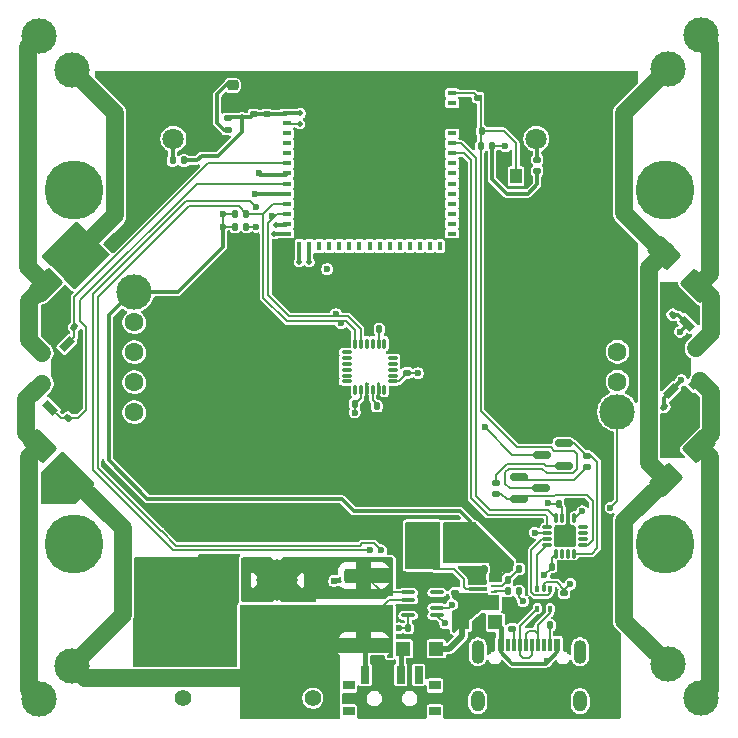
<source format=gtl>
G04 #@! TF.GenerationSoftware,KiCad,Pcbnew,9.0.3*
G04 #@! TF.CreationDate,2026-01-20T11:30:40+07:00*
G04 #@! TF.ProjectId,Mini_drone_PCB,4d696e69-5f64-4726-9f6e-655f5043422e,rev?*
G04 #@! TF.SameCoordinates,Original*
G04 #@! TF.FileFunction,Copper,L1,Top*
G04 #@! TF.FilePolarity,Positive*
%FSLAX46Y46*%
G04 Gerber Fmt 4.6, Leading zero omitted, Abs format (unit mm)*
G04 Created by KiCad (PCBNEW 9.0.3) date 2026-01-20 11:30:40*
%MOMM*%
%LPD*%
G01*
G04 APERTURE LIST*
G04 Aperture macros list*
%AMRoundRect*
0 Rectangle with rounded corners*
0 $1 Rounding radius*
0 $2 $3 $4 $5 $6 $7 $8 $9 X,Y pos of 4 corners*
0 Add a 4 corners polygon primitive as box body*
4,1,4,$2,$3,$4,$5,$6,$7,$8,$9,$2,$3,0*
0 Add four circle primitives for the rounded corners*
1,1,$1+$1,$2,$3*
1,1,$1+$1,$4,$5*
1,1,$1+$1,$6,$7*
1,1,$1+$1,$8,$9*
0 Add four rect primitives between the rounded corners*
20,1,$1+$1,$2,$3,$4,$5,0*
20,1,$1+$1,$4,$5,$6,$7,0*
20,1,$1+$1,$6,$7,$8,$9,0*
20,1,$1+$1,$8,$9,$2,$3,0*%
%AMRotRect*
0 Rectangle, with rotation*
0 The origin of the aperture is its center*
0 $1 length*
0 $2 width*
0 $3 Rotation angle, in degrees counterclockwise*
0 Add horizontal line*
21,1,$1,$2,0,0,$3*%
%AMOutline5P*
0 Free polygon, 5 corners , with rotation*
0 The origin of the aperture is its center*
0 number of corners: always 5*
0 $1 to $10 corner X, Y*
0 $11 Rotation angle, in degrees counterclockwise*
0 create outline with 5 corners*
4,1,5,$1,$2,$3,$4,$5,$6,$7,$8,$9,$10,$1,$2,$11*%
%AMOutline6P*
0 Free polygon, 6 corners , with rotation*
0 The origin of the aperture is its center*
0 number of corners: always 6*
0 $1 to $12 corner X, Y*
0 $13 Rotation angle, in degrees counterclockwise*
0 create outline with 6 corners*
4,1,6,$1,$2,$3,$4,$5,$6,$7,$8,$9,$10,$11,$12,$1,$2,$13*%
%AMOutline7P*
0 Free polygon, 7 corners , with rotation*
0 The origin of the aperture is its center*
0 number of corners: always 7*
0 $1 to $14 corner X, Y*
0 $15 Rotation angle, in degrees counterclockwise*
0 create outline with 7 corners*
4,1,7,$1,$2,$3,$4,$5,$6,$7,$8,$9,$10,$11,$12,$13,$14,$1,$2,$15*%
%AMOutline8P*
0 Free polygon, 8 corners , with rotation*
0 The origin of the aperture is its center*
0 number of corners: always 8*
0 $1 to $16 corner X, Y*
0 $17 Rotation angle, in degrees counterclockwise*
0 create outline with 8 corners*
4,1,8,$1,$2,$3,$4,$5,$6,$7,$8,$9,$10,$11,$12,$13,$14,$15,$16,$1,$2,$17*%
G04 Aperture macros list end*
G04 #@! TA.AperFunction,ComponentPad*
%ADD10C,3.000000*%
G04 #@! TD*
G04 #@! TA.AperFunction,ComponentPad*
%ADD11C,1.600000*%
G04 #@! TD*
G04 #@! TA.AperFunction,SMDPad,CuDef*
%ADD12RoundRect,0.140000X0.140000X0.170000X-0.140000X0.170000X-0.140000X-0.170000X0.140000X-0.170000X0*%
G04 #@! TD*
G04 #@! TA.AperFunction,ComponentPad*
%ADD13C,5.000000*%
G04 #@! TD*
G04 #@! TA.AperFunction,SMDPad,CuDef*
%ADD14R,1.000000X1.250000*%
G04 #@! TD*
G04 #@! TA.AperFunction,SMDPad,CuDef*
%ADD15RoundRect,0.250000X-1.166726X0.247487X0.247487X-1.166726X1.166726X-0.247487X-0.247487X1.166726X0*%
G04 #@! TD*
G04 #@! TA.AperFunction,SMDPad,CuDef*
%ADD16RoundRect,0.150000X-0.587500X-0.150000X0.587500X-0.150000X0.587500X0.150000X-0.587500X0.150000X0*%
G04 #@! TD*
G04 #@! TA.AperFunction,SMDPad,CuDef*
%ADD17RoundRect,0.140000X-0.140000X-0.170000X0.140000X-0.170000X0.140000X0.170000X-0.140000X0.170000X0*%
G04 #@! TD*
G04 #@! TA.AperFunction,SMDPad,CuDef*
%ADD18RoundRect,0.140000X0.170000X-0.140000X0.170000X0.140000X-0.170000X0.140000X-0.170000X-0.140000X0*%
G04 #@! TD*
G04 #@! TA.AperFunction,SMDPad,CuDef*
%ADD19RoundRect,0.140000X-0.219203X-0.021213X-0.021213X-0.219203X0.219203X0.021213X0.021213X0.219203X0*%
G04 #@! TD*
G04 #@! TA.AperFunction,SMDPad,CuDef*
%ADD20RoundRect,0.140000X0.021213X-0.219203X0.219203X-0.021213X-0.021213X0.219203X-0.219203X0.021213X0*%
G04 #@! TD*
G04 #@! TA.AperFunction,SMDPad,CuDef*
%ADD21RoundRect,0.075000X-0.350000X-0.075000X0.350000X-0.075000X0.350000X0.075000X-0.350000X0.075000X0*%
G04 #@! TD*
G04 #@! TA.AperFunction,SMDPad,CuDef*
%ADD22RoundRect,0.075000X0.075000X-0.350000X0.075000X0.350000X-0.075000X0.350000X-0.075000X-0.350000X0*%
G04 #@! TD*
G04 #@! TA.AperFunction,SMDPad,CuDef*
%ADD23RoundRect,0.250000X0.247487X1.166726X-1.166726X-0.247487X-0.247487X-1.166726X1.166726X0.247487X0*%
G04 #@! TD*
G04 #@! TA.AperFunction,SMDPad,CuDef*
%ADD24RotRect,1.250000X0.700000X315.000000*%
G04 #@! TD*
G04 #@! TA.AperFunction,SMDPad,CuDef*
%ADD25RoundRect,0.250000X-0.247487X-1.166726X1.166726X0.247487X0.247487X1.166726X-1.166726X-0.247487X0*%
G04 #@! TD*
G04 #@! TA.AperFunction,SMDPad,CuDef*
%ADD26RotRect,1.250000X0.700000X135.000000*%
G04 #@! TD*
G04 #@! TA.AperFunction,SMDPad,CuDef*
%ADD27RotRect,1.250000X0.700000X45.000000*%
G04 #@! TD*
G04 #@! TA.AperFunction,SMDPad,CuDef*
%ADD28RoundRect,0.140000X-0.170000X0.140000X-0.170000X-0.140000X0.170000X-0.140000X0.170000X0.140000X0*%
G04 #@! TD*
G04 #@! TA.AperFunction,SMDPad,CuDef*
%ADD29R,1.200000X1.200000*%
G04 #@! TD*
G04 #@! TA.AperFunction,SMDPad,CuDef*
%ADD30RoundRect,0.075000X-0.075000X0.312500X-0.075000X-0.312500X0.075000X-0.312500X0.075000X0.312500X0*%
G04 #@! TD*
G04 #@! TA.AperFunction,SMDPad,CuDef*
%ADD31RoundRect,0.075000X-0.312500X0.075000X-0.312500X-0.075000X0.312500X-0.075000X0.312500X0.075000X0*%
G04 #@! TD*
G04 #@! TA.AperFunction,HeatsinkPad*
%ADD32R,1.800000X1.800000*%
G04 #@! TD*
G04 #@! TA.AperFunction,SMDPad,CuDef*
%ADD33RoundRect,0.250000X1.425000X-0.362500X1.425000X0.362500X-1.425000X0.362500X-1.425000X-0.362500X0*%
G04 #@! TD*
G04 #@! TA.AperFunction,SMDPad,CuDef*
%ADD34R,0.600000X0.250000*%
G04 #@! TD*
G04 #@! TA.AperFunction,SMDPad,CuDef*
%ADD35O,0.600000X0.250000*%
G04 #@! TD*
G04 #@! TA.AperFunction,SMDPad,CuDef*
%ADD36R,1.500000X0.300000*%
G04 #@! TD*
G04 #@! TA.AperFunction,SMDPad,CuDef*
%ADD37R,0.550000X1.100000*%
G04 #@! TD*
G04 #@! TA.AperFunction,SMDPad,CuDef*
%ADD38R,0.300000X1.100000*%
G04 #@! TD*
G04 #@! TA.AperFunction,ComponentPad*
%ADD39O,1.100000X2.000000*%
G04 #@! TD*
G04 #@! TA.AperFunction,ComponentPad*
%ADD40O,1.200000X1.800000*%
G04 #@! TD*
G04 #@! TA.AperFunction,SMDPad,CuDef*
%ADD41RoundRect,0.093750X0.093750X-0.156250X0.093750X0.156250X-0.093750X0.156250X-0.093750X-0.156250X0*%
G04 #@! TD*
G04 #@! TA.AperFunction,SMDPad,CuDef*
%ADD42RoundRect,0.075000X0.075000X-0.250000X0.075000X0.250000X-0.075000X0.250000X-0.075000X-0.250000X0*%
G04 #@! TD*
G04 #@! TA.AperFunction,SMDPad,CuDef*
%ADD43RoundRect,0.140000X-0.021213X0.219203X-0.219203X0.021213X0.021213X-0.219203X0.219203X-0.021213X0*%
G04 #@! TD*
G04 #@! TA.AperFunction,SMDPad,CuDef*
%ADD44O,1.252000X0.350000*%
G04 #@! TD*
G04 #@! TA.AperFunction,SMDPad,CuDef*
%ADD45R,1.600000X2.000000*%
G04 #@! TD*
G04 #@! TA.AperFunction,SMDPad,CuDef*
%ADD46RotRect,1.250000X0.700000X225.000000*%
G04 #@! TD*
G04 #@! TA.AperFunction,SMDPad,CuDef*
%ADD47R,0.700000X1.500000*%
G04 #@! TD*
G04 #@! TA.AperFunction,SMDPad,CuDef*
%ADD48R,1.000000X0.800000*%
G04 #@! TD*
G04 #@! TA.AperFunction,SMDPad,CuDef*
%ADD49RoundRect,0.150000X0.587500X0.150000X-0.587500X0.150000X-0.587500X-0.150000X0.587500X-0.150000X0*%
G04 #@! TD*
G04 #@! TA.AperFunction,SMDPad,CuDef*
%ADD50RoundRect,0.218750X0.256250X-0.218750X0.256250X0.218750X-0.256250X0.218750X-0.256250X-0.218750X0*%
G04 #@! TD*
G04 #@! TA.AperFunction,SMDPad,CuDef*
%ADD51RoundRect,0.140000X0.219203X0.021213X0.021213X0.219203X-0.219203X-0.021213X-0.021213X-0.219203X0*%
G04 #@! TD*
G04 #@! TA.AperFunction,SMDPad,CuDef*
%ADD52RoundRect,0.250000X1.166726X-0.247487X-0.247487X1.166726X-1.166726X0.247487X0.247487X-1.166726X0*%
G04 #@! TD*
G04 #@! TA.AperFunction,ComponentPad*
%ADD53C,3.500000*%
G04 #@! TD*
G04 #@! TA.AperFunction,ComponentPad*
%ADD54R,3.500000X3.500000*%
G04 #@! TD*
G04 #@! TA.AperFunction,ComponentPad*
%ADD55C,1.400000*%
G04 #@! TD*
G04 #@! TA.AperFunction,ComponentPad*
%ADD56C,1.800000*%
G04 #@! TD*
G04 #@! TA.AperFunction,ComponentPad*
%ADD57R,1.800000X1.800000*%
G04 #@! TD*
G04 #@! TA.AperFunction,SMDPad,CuDef*
%ADD58R,0.800000X0.400000*%
G04 #@! TD*
G04 #@! TA.AperFunction,SMDPad,CuDef*
%ADD59R,0.400000X0.800000*%
G04 #@! TD*
G04 #@! TA.AperFunction,HeatsinkPad*
%ADD60Outline5P,-0.600000X0.204000X-0.204000X0.600000X0.600000X0.600000X0.600000X-0.600000X-0.600000X-0.600000X0.000000*%
G04 #@! TD*
G04 #@! TA.AperFunction,HeatsinkPad*
%ADD61R,1.200000X1.200000*%
G04 #@! TD*
G04 #@! TA.AperFunction,SMDPad,CuDef*
%ADD62R,0.800000X0.800000*%
G04 #@! TD*
G04 #@! TA.AperFunction,ViaPad*
%ADD63C,0.600000*%
G04 #@! TD*
G04 #@! TA.AperFunction,ViaPad*
%ADD64C,0.500000*%
G04 #@! TD*
G04 #@! TA.AperFunction,Conductor*
%ADD65C,0.200000*%
G04 #@! TD*
G04 #@! TA.AperFunction,Conductor*
%ADD66C,0.400000*%
G04 #@! TD*
G04 #@! TA.AperFunction,Conductor*
%ADD67C,0.500000*%
G04 #@! TD*
G04 #@! TA.AperFunction,Conductor*
%ADD68C,0.300000*%
G04 #@! TD*
G04 #@! TA.AperFunction,Conductor*
%ADD69C,1.500000*%
G04 #@! TD*
G04 APERTURE END LIST*
D10*
G04 #@! TO.P,J3,1,Pin_1*
G04 #@! TO.N,+3V3*
X120072713Y-93545718D03*
D11*
G04 #@! TO.P,J3,2,Pin_2*
G04 #@! TO.N,/MCU/ESP_MOSI*
X120072714Y-96085718D03*
G04 #@! TO.P,J3,3,Pin_3*
G04 #@! TO.N,/MCU/ESP_SCLK*
X120072713Y-98625718D03*
G04 #@! TO.P,J3,4,Pin_4*
G04 #@! TO.N,/MCU/ESP_MISO*
X120072713Y-101165718D03*
G04 #@! TO.P,J3,5,Pin_5*
G04 #@! TO.N,/MCU/ESP_CS*
X120072713Y-103705718D03*
D10*
G04 #@! TO.P,J3,6,Pin_6*
G04 #@! TO.N,GND*
X120072713Y-106245717D03*
G04 #@! TD*
G04 #@! TO.P,J2,1,Pin_1*
G04 #@! TO.N,+3V3*
X160988200Y-103672993D03*
D11*
G04 #@! TO.P,J2,2,Pin_2*
G04 #@! TO.N,/MCU/ESP_SDA*
X160988199Y-101132993D03*
G04 #@! TO.P,J2,3,Pin_3*
G04 #@! TO.N,/MCU/ESP_SCL*
X160988200Y-98592993D03*
D10*
G04 #@! TO.P,J2,4,Pin_4*
G04 #@! TO.N,GND*
X160988200Y-96052993D03*
G04 #@! TD*
D12*
G04 #@! TO.P,C4,1*
G04 #@! TO.N,GND*
X139700000Y-103000000D03*
G04 #@! TO.P,C4,2*
G04 #@! TO.N,+3V3*
X138740000Y-103000000D03*
G04 #@! TD*
D13*
G04 #@! TO.P,H3,1,1*
G04 #@! TO.N,unconnected-(H3-Pad1)*
X165000002Y-114857863D03*
G04 #@! TD*
D14*
G04 #@! TO.P,SW1,1,1*
G04 #@! TO.N,GND*
X152400000Y-91475000D03*
G04 #@! TO.P,SW1,2,2*
G04 #@! TO.N,/MCU/CHIP_PU*
X152400000Y-83725000D03*
G04 #@! TD*
D15*
G04 #@! TO.P,D4,1,K*
G04 #@! TO.N,+BATT*
X164935786Y-90235786D03*
G04 #@! TO.P,D4,2,A*
G04 #@! TO.N,Net-(D4-A)*
X167764214Y-93064214D03*
G04 #@! TD*
D16*
G04 #@! TO.P,Q1,1,B*
G04 #@! TO.N,Net-(Q1-B)*
X152662498Y-109200999D03*
G04 #@! TO.P,Q1,2,E*
G04 #@! TO.N,/MCU/RTS*
X152662498Y-111100999D03*
G04 #@! TO.P,Q1,3,C*
G04 #@! TO.N,/MCU/CHIP_PU*
X154537499Y-110150999D03*
G04 #@! TD*
D17*
G04 #@! TO.P,R1,1*
G04 #@! TO.N,+3V3*
X151700132Y-116967486D03*
G04 #@! TO.P,R1,2*
G04 #@! TO.N,Net-(U1-FB)*
X152660132Y-116967486D03*
G04 #@! TD*
D18*
G04 #@! TO.P,C10,1*
G04 #@! TO.N,+3V3*
X131300000Y-78480000D03*
G04 #@! TO.P,C10,2*
G04 #@! TO.N,GND*
X131300000Y-77520000D03*
G04 #@! TD*
D19*
G04 #@! TO.P,R14,1*
G04 #@! TO.N,GND*
X114321178Y-95821178D03*
G04 #@! TO.P,R14,2*
G04 #@! TO.N,/MCU/Motor1_PWM*
X115000000Y-96500000D03*
G04 #@! TD*
D10*
G04 #@! TO.P,J6,1,Pin_1*
G04 #@! TO.N,Net-(D4-A)*
X168100000Y-71800000D03*
G04 #@! TO.P,J6,2,Pin_2*
G04 #@! TO.N,+BATT*
X165271573Y-74628427D03*
G04 #@! TD*
D20*
G04 #@! TO.P,R15,1*
G04 #@! TO.N,GND*
X165010589Y-96139411D03*
G04 #@! TO.P,R15,2*
G04 #@! TO.N,/MCU/Motor2_PWM*
X165689411Y-95460589D03*
G04 #@! TD*
D18*
G04 #@! TO.P,C1,1*
G04 #@! TO.N,+VIN*
X147250000Y-118980000D03*
G04 #@! TO.P,C1,2*
G04 #@! TO.N,GND*
X147250000Y-118020000D03*
G04 #@! TD*
D13*
G04 #@! TO.P,H4,1,1*
G04 #@! TO.N,unconnected-(H4-Pad1)*
X115000003Y-84857863D03*
G04 #@! TD*
D21*
G04 #@! TO.P,U4,1,CLKIN*
G04 #@! TO.N,unconnected-(U4-CLKIN-Pad1)*
X138061049Y-98607425D03*
G04 #@! TO.P,U4,2,NC*
G04 #@! TO.N,unconnected-(U4-NC-Pad2)*
X138061049Y-99107425D03*
G04 #@! TO.P,U4,3,NC*
G04 #@! TO.N,unconnected-(U4-NC-Pad3)*
X138061049Y-99607425D03*
G04 #@! TO.P,U4,4,NC*
G04 #@! TO.N,unconnected-(U4-NC-Pad4)*
X138061049Y-100107425D03*
G04 #@! TO.P,U4,5,NC*
G04 #@! TO.N,unconnected-(U4-NC-Pad5)*
X138061049Y-100607425D03*
G04 #@! TO.P,U4,6,AUX_DA*
G04 #@! TO.N,unconnected-(U4-AUX_DA-Pad6)*
X138061049Y-101107425D03*
D22*
G04 #@! TO.P,U4,7,AUX_CL*
G04 #@! TO.N,unconnected-(U4-AUX_CL-Pad7)*
X138761049Y-101807425D03*
G04 #@! TO.P,U4,8,VLOGIC*
G04 #@! TO.N,+3V3*
X139261049Y-101807425D03*
G04 #@! TO.P,U4,9,AD0*
G04 #@! TO.N,GND*
X139761049Y-101807425D03*
G04 #@! TO.P,U4,10,REGOUT*
G04 #@! TO.N,Net-(U4-REGOUT)*
X140261049Y-101807425D03*
G04 #@! TO.P,U4,11,FSYNC*
G04 #@! TO.N,GND*
X140761049Y-101807425D03*
G04 #@! TO.P,U4,12,INT*
G04 #@! TO.N,unconnected-(U4-INT-Pad12)*
X141261049Y-101807425D03*
D21*
G04 #@! TO.P,U4,13,VDD*
G04 #@! TO.N,+3V3*
X141961049Y-101107425D03*
G04 #@! TO.P,U4,14,NC*
G04 #@! TO.N,unconnected-(U4-NC-Pad14)*
X141961049Y-100607425D03*
G04 #@! TO.P,U4,15,NC*
G04 #@! TO.N,unconnected-(U4-NC-Pad15)*
X141961049Y-100107425D03*
G04 #@! TO.P,U4,16,NC*
G04 #@! TO.N,unconnected-(U4-NC-Pad16)*
X141961049Y-99607425D03*
G04 #@! TO.P,U4,17,NC*
G04 #@! TO.N,unconnected-(U4-NC-Pad17)*
X141961049Y-99107425D03*
G04 #@! TO.P,U4,18,GND*
G04 #@! TO.N,GND*
X141961049Y-98607425D03*
D22*
G04 #@! TO.P,U4,19,RESV*
G04 #@! TO.N,unconnected-(U4-RESV-Pad19)*
X141261049Y-97907425D03*
G04 #@! TO.P,U4,20,CPOUT*
G04 #@! TO.N,Net-(U4-CPOUT)*
X140761049Y-97907425D03*
G04 #@! TO.P,U4,21,RESV*
G04 #@! TO.N,unconnected-(U4-RESV-Pad21)*
X140261049Y-97907425D03*
G04 #@! TO.P,U4,22,RESV*
G04 #@! TO.N,unconnected-(U4-RESV-Pad22)*
X139761049Y-97907425D03*
G04 #@! TO.P,U4,23,SCL*
G04 #@! TO.N,/MCU/ESP_SCL*
X139261049Y-97907425D03*
G04 #@! TO.P,U4,24,SDA*
G04 #@! TO.N,/MCU/ESP_SDA*
X138761049Y-97907425D03*
G04 #@! TD*
D23*
G04 #@! TO.P,D3,1,K*
G04 #@! TO.N,+BATT*
X115414214Y-90085786D03*
G04 #@! TO.P,D3,2,A*
G04 #@! TO.N,Net-(D3-A)*
X112585786Y-92914214D03*
G04 #@! TD*
D10*
G04 #@! TO.P,J5,1,Pin_1*
G04 #@! TO.N,Net-(D3-A)*
X112000000Y-71900000D03*
G04 #@! TO.P,J5,2,Pin_2*
G04 #@! TO.N,+BATT*
X114828427Y-74728427D03*
G04 #@! TD*
D18*
G04 #@! TO.P,C3,1*
G04 #@! TO.N,+3V3*
X143200000Y-100380000D03*
G04 #@! TO.P,C3,2*
G04 #@! TO.N,GND*
X143200000Y-99420000D03*
G04 #@! TD*
D24*
G04 #@! TO.P,Q5,1,G*
G04 #@! TO.N,/MCU/Motor3_PWM*
X112985355Y-103328858D03*
G04 #@! TO.P,Q5,2,S*
G04 #@! TO.N,GND*
X114328858Y-101985355D03*
G04 #@! TO.P,Q5,3,D*
G04 #@! TO.N,Net-(D5-A)*
X112242893Y-101242893D03*
G04 #@! TD*
D25*
G04 #@! TO.P,D6,1,K*
G04 #@! TO.N,+BATT*
X165085786Y-109414214D03*
G04 #@! TO.P,D6,2,A*
G04 #@! TO.N,Net-(D6-A)*
X167914214Y-106585786D03*
G04 #@! TD*
D26*
G04 #@! TO.P,Q4,1,G*
G04 #@! TO.N,/MCU/Motor2_PWM*
X166907538Y-96214035D03*
G04 #@! TO.P,Q4,2,S*
G04 #@! TO.N,GND*
X165564035Y-97557538D03*
G04 #@! TO.P,Q4,3,D*
G04 #@! TO.N,Net-(D4-A)*
X167650000Y-98300000D03*
G04 #@! TD*
D27*
G04 #@! TO.P,Q3,1,G*
G04 #@! TO.N,/MCU/Motor1_PWM*
X114378858Y-97964645D03*
G04 #@! TO.P,Q3,2,S*
G04 #@! TO.N,GND*
X113035355Y-96621142D03*
G04 #@! TO.P,Q3,3,D*
G04 #@! TO.N,Net-(D3-A)*
X112292893Y-98707107D03*
G04 #@! TD*
D12*
G04 #@! TO.P,C2,1*
G04 #@! TO.N,+3V3*
X150680000Y-117000000D03*
G04 #@! TO.P,C2,2*
G04 #@! TO.N,GND*
X149720000Y-117000000D03*
G04 #@! TD*
D18*
G04 #@! TO.P,R7,1*
G04 #@! TO.N,Net-(USB1-CC1)*
X152087215Y-122030219D03*
G04 #@! TO.P,R7,2*
G04 #@! TO.N,GND*
X152087215Y-121070219D03*
G04 #@! TD*
D10*
G04 #@! TO.P,J7,1,Pin_1*
G04 #@! TO.N,Net-(D5-A)*
X112000000Y-128000000D03*
G04 #@! TO.P,J7,2,Pin_2*
G04 #@! TO.N,+BATT*
X114828427Y-125171573D03*
G04 #@! TD*
D28*
G04 #@! TO.P,R9,1*
G04 #@! TO.N,+3V3*
X128000000Y-78840000D03*
G04 #@! TO.P,R9,2*
G04 #@! TO.N,Net-(D2-A)*
X128000000Y-79800000D03*
G04 #@! TD*
D29*
G04 #@! TO.P,D8,1,K*
G04 #@! TO.N,+VIN*
X145649999Y-123750000D03*
G04 #@! TO.P,D8,2,A*
G04 #@! TO.N,Net-(D8-A)*
X142850001Y-123750000D03*
G04 #@! TD*
D10*
G04 #@! TO.P,J4,1,Pin_1*
G04 #@! TO.N,Net-(D6-A)*
X168100000Y-127900000D03*
G04 #@! TO.P,J4,2,Pin_2*
G04 #@! TO.N,+BATT*
X165271573Y-125071573D03*
G04 #@! TD*
D17*
G04 #@! TO.P,R6,1*
G04 #@! TO.N,Net-(USB1-CC2)*
X155290000Y-121750000D03*
G04 #@! TO.P,R6,2*
G04 #@! TO.N,GND*
X156250000Y-121750000D03*
G04 #@! TD*
D30*
G04 #@! TO.P,U5,1,VIO*
G04 #@! TO.N,+3V3*
X157300000Y-112700000D03*
G04 #@! TO.P,U5,2,GND*
G04 #@! TO.N,GND*
X156800000Y-112700000D03*
G04 #@! TO.P,U5,3,VDD5*
G04 #@! TO.N,+3V3*
X156300000Y-112700000D03*
G04 #@! TO.P,U5,4,TXD*
G04 #@! TO.N,/MCU/U0RXD*
X155800000Y-112700000D03*
D31*
G04 #@! TO.P,U5,5,RXD*
G04 #@! TO.N,/MCU/U0TXD*
X155062500Y-113437500D03*
G04 #@! TO.P,U5,6,V3_{OUT}*
G04 #@! TO.N,+3V3*
X155062500Y-113937500D03*
G04 #@! TO.P,U5,7,UD+*
G04 #@! TO.N,/MCU/D+*
X155062500Y-114437500D03*
G04 #@! TO.P,U5,8,UD-*
G04 #@! TO.N,/MCU/D-*
X155062500Y-114937500D03*
D30*
G04 #@! TO.P,U5,9,VBUS*
G04 #@! TO.N,+3V3*
X155800000Y-115675000D03*
G04 #@! TO.P,U5,10,~{ACT}*
G04 #@! TO.N,unconnected-(U5-~{ACT}-Pad10)*
X156300000Y-115675000D03*
G04 #@! TO.P,U5,11,~{DCD}*
G04 #@! TO.N,unconnected-(U5-~{DCD}-Pad11)*
X156800000Y-115675000D03*
G04 #@! TO.P,U5,12,~{DTR}*
G04 #@! TO.N,/MCU/DTR*
X157300000Y-115675000D03*
D31*
G04 #@! TO.P,U5,13,~{RTS}*
G04 #@! TO.N,/MCU/RTS*
X158037500Y-114937500D03*
G04 #@! TO.P,U5,14,~{DSR}*
G04 #@! TO.N,unconnected-(U5-~{DSR}-Pad14)*
X158037500Y-114437500D03*
G04 #@! TO.P,U5,15,~{CTS}*
G04 #@! TO.N,unconnected-(U5-~{CTS}-Pad15)*
X158037500Y-113937500D03*
G04 #@! TO.P,U5,16,~{RI}*
G04 #@! TO.N,unconnected-(U5-~{RI}-Pad16)*
X158037500Y-113437500D03*
D32*
G04 #@! TO.P,U5,17,GND_EPAD*
G04 #@! TO.N,GND*
X156550000Y-114187500D03*
G04 #@! TD*
D13*
G04 #@! TO.P,H1,1,1*
G04 #@! TO.N,unconnected-(H1-Pad1)*
X165000002Y-84857863D03*
G04 #@! TD*
D17*
G04 #@! TO.P,R3,1*
G04 #@! TO.N,Net-(U1-PG)*
X151696077Y-118887763D03*
G04 #@! TO.P,R3,2*
G04 #@! TO.N,+3V3*
X152656077Y-118887763D03*
G04 #@! TD*
D33*
G04 #@! TO.P,R13,1*
G04 #@! TO.N,+BATT*
X139500000Y-123462500D03*
G04 #@! TO.P,R13,2*
G04 #@! TO.N,Net-(J1-+)*
X139500000Y-117537500D03*
G04 #@! TD*
D29*
G04 #@! TO.P,D7,1,K*
G04 #@! TO.N,+VIN*
X147850000Y-121500000D03*
G04 #@! TO.P,D7,2,A*
G04 #@! TO.N,+VBUS*
X150650000Y-121500000D03*
G04 #@! TD*
D17*
G04 #@! TO.P,R12,1*
G04 #@! TO.N,/MCU/CHIP_PU*
X149420000Y-81200000D03*
G04 #@! TO.P,R12,2*
G04 #@! TO.N,+3V3*
X150380000Y-81200000D03*
G04 #@! TD*
D12*
G04 #@! TO.P,R4,1*
G04 #@! TO.N,/MCU/ESP_SDA*
X129580000Y-86900000D03*
G04 #@! TO.P,R4,2*
G04 #@! TO.N,+3V3*
X128620000Y-86900000D03*
G04 #@! TD*
G04 #@! TO.P,R5,1*
G04 #@! TO.N,/MCU/ESP_SCL*
X129580000Y-88000000D03*
G04 #@! TO.P,R5,2*
G04 #@! TO.N,+3V3*
X128620000Y-88000000D03*
G04 #@! TD*
D34*
G04 #@! TO.P,U1,1,EN*
G04 #@! TO.N,+VIN*
X150500000Y-119400000D03*
D35*
G04 #@! TO.P,U1,2,PG*
G04 #@! TO.N,Net-(U1-PG)*
X150498999Y-118899000D03*
G04 #@! TO.P,U1,3,FB*
G04 #@! TO.N,Net-(U1-FB)*
X150498999Y-118401000D03*
G04 #@! TO.P,U1,4,VOS*
G04 #@! TO.N,+3V3*
X150498999Y-117900999D03*
D36*
G04 #@! TO.P,U1,5,GND*
G04 #@! TO.N,GND*
X149149999Y-118049999D03*
G04 #@! TO.P,U1,6,SW*
G04 #@! TO.N,Net-(U1-SW)*
X149149998Y-118650000D03*
G04 #@! TO.P,U1,7,VIN*
G04 #@! TO.N,+VIN*
X149149998Y-119250000D03*
G04 #@! TD*
D18*
G04 #@! TO.P,C13,1*
G04 #@! TO.N,/MCU/CHIP_PU*
X149200000Y-77080000D03*
G04 #@! TO.P,C13,2*
G04 #@! TO.N,GND*
X149200000Y-76120000D03*
G04 #@! TD*
D37*
G04 #@! TO.P,USB1,1,GND*
G04 #@! TO.N,GND*
X150300000Y-123436500D03*
G04 #@! TO.P,USB1,2,VBUS*
G04 #@! TO.N,+VBUS*
X151100000Y-123436500D03*
D38*
G04 #@! TO.P,USB1,3,SBU2*
G04 #@! TO.N,unconnected-(USB1-SBU2-Pad3)*
X151750000Y-123436500D03*
G04 #@! TO.P,USB1,4,CC1*
G04 #@! TO.N,Net-(USB1-CC1)*
X152250000Y-123436500D03*
G04 #@! TO.P,USB1,5,DN2*
G04 #@! TO.N,Net-(USB1-DN1)*
X152750000Y-123436500D03*
G04 #@! TO.P,USB1,6,DP1*
G04 #@! TO.N,Net-(USB1-DP1)*
X153250000Y-123436500D03*
G04 #@! TO.P,USB1,7,DN1*
G04 #@! TO.N,Net-(USB1-DN1)*
X153750000Y-123436500D03*
G04 #@! TO.P,USB1,8,DP2*
G04 #@! TO.N,Net-(USB1-DP1)*
X154250000Y-123436500D03*
G04 #@! TO.P,USB1,9,SBU1*
G04 #@! TO.N,unconnected-(USB1-SBU1-Pad9)*
X154750000Y-123436500D03*
G04 #@! TO.P,USB1,10,CC2*
G04 #@! TO.N,Net-(USB1-CC2)*
X155250000Y-123436500D03*
D37*
G04 #@! TO.P,USB1,11,VBUS*
G04 #@! TO.N,+VBUS*
X155900000Y-123436500D03*
G04 #@! TO.P,USB1,12,GND*
G04 #@! TO.N,GND*
X156700000Y-123436500D03*
D39*
G04 #@! TO.P,USB1,13,SHELL*
G04 #@! TO.N,unconnected-(USB1-SHELL-Pad13)_1*
X149175000Y-123986500D03*
D40*
G04 #@! TO.N,unconnected-(USB1-SHELL-Pad13)*
X149175000Y-128186500D03*
D39*
G04 #@! TO.P,USB1,14,SHELL*
G04 #@! TO.N,unconnected-(USB1-SHELL-Pad14)*
X157825000Y-123986500D03*
D40*
G04 #@! TO.N,unconnected-(USB1-SHELL-Pad14)_1*
X157825000Y-128186500D03*
G04 #@! TD*
D17*
G04 #@! TO.P,C8,1*
G04 #@! TO.N,+3V3*
X156020000Y-111475000D03*
G04 #@! TO.P,C8,2*
G04 #@! TO.N,GND*
X156980000Y-111475000D03*
G04 #@! TD*
D41*
G04 #@! TO.P,U7,1,I/O1*
G04 #@! TO.N,Net-(USB1-DN1)*
X154212500Y-120350000D03*
D42*
G04 #@! TO.P,U7,2,GND*
G04 #@! TO.N,GND*
X154750000Y-120425000D03*
D41*
G04 #@! TO.P,U7,3,I/O2*
G04 #@! TO.N,Net-(USB1-DP1)*
X155287500Y-120350000D03*
G04 #@! TO.P,U7,4,I/O2*
G04 #@! TO.N,/MCU/D+*
X155287500Y-118650000D03*
D42*
G04 #@! TO.P,U7,5,VBUS*
G04 #@! TO.N,+VBUS*
X154750000Y-118575000D03*
D41*
G04 #@! TO.P,U7,6,I/O1*
G04 #@! TO.N,/MCU/D-*
X154212500Y-118650000D03*
G04 #@! TD*
D12*
G04 #@! TO.P,C5,1*
G04 #@! TO.N,GND*
X141580000Y-103200000D03*
G04 #@! TO.P,C5,2*
G04 #@! TO.N,Net-(U4-REGOUT)*
X140620000Y-103200000D03*
G04 #@! TD*
D18*
G04 #@! TO.P,C11,1*
G04 #@! TO.N,+3V3*
X130200000Y-78480000D03*
G04 #@! TO.P,C11,2*
G04 #@! TO.N,GND*
X130200000Y-77520000D03*
G04 #@! TD*
D43*
G04 #@! TO.P,R16,1*
G04 #@! TO.N,GND*
X115139411Y-103510589D03*
G04 #@! TO.P,R16,2*
G04 #@! TO.N,/MCU/Motor3_PWM*
X114460589Y-104189411D03*
G04 #@! TD*
D44*
G04 #@! TO.P,U6,1,IN+*
G04 #@! TO.N,Net-(J1-+)*
X143274000Y-118960000D03*
G04 #@! TO.P,U6,2,IN-*
G04 #@! TO.N,+BATT*
X143274000Y-119610000D03*
G04 #@! TO.P,U6,3,GND*
G04 #@! TO.N,GND*
X143274000Y-120260000D03*
G04 #@! TO.P,U6,4,VS*
G04 #@! TO.N,+3V3*
X143274000Y-120910000D03*
G04 #@! TO.P,U6,5,SCL*
G04 #@! TO.N,/MCU/ESP_SCL*
X145726000Y-120910000D03*
G04 #@! TO.P,U6,6,SDA*
G04 #@! TO.N,/MCU/ESP_SDA*
X145726000Y-120260000D03*
G04 #@! TO.P,U6,7,A0*
G04 #@! TO.N,GND*
X145726000Y-119610000D03*
G04 #@! TO.P,U6,8,ALERT*
G04 #@! TO.N,unconnected-(U6-ALERT-Pad8)*
X145726000Y-118960000D03*
G04 #@! TD*
D28*
G04 #@! TO.P,C14,1*
G04 #@! TO.N,+VBUS*
X156500000Y-119020000D03*
G04 #@! TO.P,C14,2*
G04 #@! TO.N,GND*
X156500000Y-119980000D03*
G04 #@! TD*
D45*
G04 #@! TO.P,U2,1,1*
G04 #@! TO.N,Net-(U1-SW)*
X143800000Y-115000000D03*
G04 #@! TO.P,U2,2,2*
G04 #@! TO.N,+3V3*
X147000000Y-115000000D03*
G04 #@! TD*
D17*
G04 #@! TO.P,C7,1*
G04 #@! TO.N,+3V3*
X155420000Y-116800000D03*
G04 #@! TO.P,C7,2*
G04 #@! TO.N,GND*
X156380000Y-116800000D03*
G04 #@! TD*
D46*
G04 #@! TO.P,Q6,1,G*
G04 #@! TO.N,/MCU/Motor4_PWM*
X165520959Y-101935539D03*
G04 #@! TO.P,Q6,2,S*
G04 #@! TO.N,GND*
X166864462Y-103279042D03*
G04 #@! TO.P,Q6,3,D*
G04 #@! TO.N,Net-(D6-A)*
X167606924Y-101193077D03*
G04 #@! TD*
D28*
G04 #@! TO.P,R10,1*
G04 #@! TO.N,/MCU/DTR*
X158400000Y-107390998D03*
G04 #@! TO.P,R10,2*
G04 #@! TO.N,Net-(Q1-B)*
X158400000Y-108350998D03*
G04 #@! TD*
D13*
G04 #@! TO.P,H2,1,1*
G04 #@! TO.N,unconnected-(H2-Pad1)*
X115000002Y-114857863D03*
G04 #@! TD*
D12*
G04 #@! TO.P,C6,1*
G04 #@! TO.N,GND*
X141780000Y-96700000D03*
G04 #@! TO.P,C6,2*
G04 #@! TO.N,Net-(U4-CPOUT)*
X140820000Y-96700000D03*
G04 #@! TD*
D47*
G04 #@! TO.P,SW2,1,1*
G04 #@! TO.N,+BATT*
X139650000Y-125950000D03*
G04 #@! TO.P,SW2,2,2*
G04 #@! TO.N,Net-(D8-A)*
X142650000Y-125950000D03*
G04 #@! TO.P,SW2,3,3*
G04 #@! TO.N,unconnected-(SW2-Pad3)*
X144150000Y-125950000D03*
D48*
G04 #@! TO.P,SW2,4,4*
G04 #@! TO.N,unconnected-(SW2-Pad4)*
X138250000Y-126850000D03*
G04 #@! TO.P,SW2,5,5*
G04 #@! TO.N,unconnected-(SW2-Pad5)*
X145550000Y-126850000D03*
G04 #@! TO.P,SW2,6,6*
G04 #@! TO.N,unconnected-(SW2-Pad6)*
X145550000Y-129050000D03*
G04 #@! TO.P,SW2,7,7*
G04 #@! TO.N,unconnected-(SW2-Pad7)*
X138250000Y-129050000D03*
G04 #@! TD*
D18*
G04 #@! TO.P,R11,1*
G04 #@! TO.N,/MCU/RTS*
X150700000Y-110630999D03*
G04 #@! TO.P,R11,2*
G04 #@! TO.N,Net-(Q2-B)*
X150700000Y-109670999D03*
G04 #@! TD*
D49*
G04 #@! TO.P,Q2,1,B*
G04 #@! TO.N,Net-(Q2-B)*
X156437500Y-108250000D03*
G04 #@! TO.P,Q2,2,E*
G04 #@! TO.N,/MCU/DTR*
X156437500Y-106350000D03*
G04 #@! TO.P,Q2,3,C*
G04 #@! TO.N,/MCU/GPIO0*
X154562499Y-107300000D03*
G04 #@! TD*
D50*
G04 #@! TO.P,D2,1,K*
G04 #@! TO.N,GND*
X128400000Y-77600000D03*
G04 #@! TO.P,D2,2,A*
G04 #@! TO.N,Net-(D2-A)*
X128400000Y-76024998D03*
G04 #@! TD*
D51*
G04 #@! TO.P,R17,1*
G04 #@! TO.N,GND*
X165639411Y-103939411D03*
G04 #@! TO.P,R17,2*
G04 #@! TO.N,/MCU/Motor4_PWM*
X164960589Y-103260589D03*
G04 #@! TD*
D17*
G04 #@! TO.P,C12,1*
G04 #@! TO.N,+3V3*
X143270000Y-122000000D03*
G04 #@! TO.P,C12,2*
G04 #@! TO.N,GND*
X144230000Y-122000000D03*
G04 #@! TD*
D52*
G04 #@! TO.P,D5,1,K*
G04 #@! TO.N,+BATT*
X114914214Y-109414214D03*
G04 #@! TO.P,D5,2,A*
G04 #@! TO.N,Net-(D5-A)*
X112085786Y-106585786D03*
G04 #@! TD*
D12*
G04 #@! TO.P,C9,1*
G04 #@! TO.N,/MCU/CHIP_PU*
X149480000Y-79900000D03*
G04 #@! TO.P,C9,2*
G04 #@! TO.N,GND*
X148520000Y-79900000D03*
G04 #@! TD*
D17*
G04 #@! TO.P,R2,1*
G04 #@! TO.N,Net-(U1-FB)*
X151700132Y-117938641D03*
G04 #@! TO.P,R2,2*
G04 #@! TO.N,GND*
X152660132Y-117938641D03*
G04 #@! TD*
D53*
G04 #@! TO.P,J1,2,+*
G04 #@! TO.N,Net-(J1-+)*
X132200000Y-117925000D03*
D54*
G04 #@! TO.P,J1,1,-*
G04 #@! TO.N,GND*
X127200000Y-117925000D03*
D55*
G04 #@! TO.P,J1,*
G04 #@! TO.N,*
X124200000Y-127925000D03*
X135200000Y-127925000D03*
G04 #@! TD*
D56*
G04 #@! TO.P,D1,2,A*
G04 #@! TO.N,Net-(D1-A)*
X123400000Y-80575000D03*
D57*
G04 #@! TO.P,D1,1,K*
G04 #@! TO.N,GND*
X125940000Y-80575000D03*
G04 #@! TD*
D58*
G04 #@! TO.P,U3,1,GND*
G04 #@! TO.N,GND*
X133000000Y-76700000D03*
G04 #@! TO.P,U3,2,GND*
X133000000Y-77550000D03*
G04 #@! TO.P,U3,3,3V3*
G04 #@! TO.N,+3V3*
X133000000Y-78400000D03*
G04 #@! TO.P,U3,4,IO0*
G04 #@! TO.N,/MCU/GPIO0*
X133000000Y-79250000D03*
G04 #@! TO.P,U3,5,IO1*
G04 #@! TO.N,unconnected-(U3-IO1-Pad5)*
X133000000Y-80100000D03*
G04 #@! TO.P,U3,6,IO2*
G04 #@! TO.N,unconnected-(U3-IO2-Pad6)*
X133000000Y-80950000D03*
G04 #@! TO.P,U3,7,IO3*
G04 #@! TO.N,unconnected-(U3-IO3-Pad7)*
X133000000Y-81800000D03*
G04 #@! TO.P,U3,8,IO4*
G04 #@! TO.N,/MCU/Motor1_PWM*
X133000000Y-82650000D03*
G04 #@! TO.P,U3,9,IO5*
G04 #@! TO.N,/MCU/Motor2_PWM*
X133000000Y-83500000D03*
G04 #@! TO.P,U3,10,IO6*
G04 #@! TO.N,/MCU/Motor3_PWM*
X133000000Y-84350000D03*
G04 #@! TO.P,U3,11,IO7*
G04 #@! TO.N,/MCU/Motor4_PWM*
X133000000Y-85200000D03*
G04 #@! TO.P,U3,12,IO8*
G04 #@! TO.N,/MCU/ESP_SDA*
X133000000Y-86050000D03*
G04 #@! TO.P,U3,13,IO9*
G04 #@! TO.N,/MCU/ESP_SCL*
X133000000Y-86900000D03*
G04 #@! TO.P,U3,14,IO10*
G04 #@! TO.N,/MCU/ESP_CS*
X133000000Y-87750000D03*
G04 #@! TO.P,U3,15,IO11*
G04 #@! TO.N,/MCU/ESP_MOSI*
X133000000Y-88600000D03*
D59*
G04 #@! TO.P,U3,16,IO12*
G04 #@! TO.N,/MCU/ESP_SCLK*
X134050000Y-89650000D03*
G04 #@! TO.P,U3,17,IO13*
G04 #@! TO.N,/MCU/ESP_MISO*
X134900000Y-89650000D03*
G04 #@! TO.P,U3,18,IO14*
G04 #@! TO.N,unconnected-(U3-IO14-Pad18)*
X135750000Y-89650000D03*
G04 #@! TO.P,U3,19,IO15*
G04 #@! TO.N,unconnected-(U3-IO15-Pad19)*
X136600000Y-89650000D03*
G04 #@! TO.P,U3,20,IO16*
G04 #@! TO.N,unconnected-(U3-IO16-Pad20)*
X137450000Y-89650000D03*
G04 #@! TO.P,U3,21,IO17*
G04 #@! TO.N,unconnected-(U3-IO17-Pad21)*
X138300000Y-89650000D03*
G04 #@! TO.P,U3,22,IO18*
G04 #@! TO.N,unconnected-(U3-IO18-Pad22)*
X139150000Y-89650000D03*
G04 #@! TO.P,U3,23,USB_D-*
G04 #@! TO.N,unconnected-(U3-USB_D--Pad23)*
X140000000Y-89650000D03*
G04 #@! TO.P,U3,24,USB_D+*
G04 #@! TO.N,unconnected-(U3-USB_D+-Pad24)*
X140850000Y-89650000D03*
G04 #@! TO.P,U3,25,IO21*
G04 #@! TO.N,unconnected-(U3-IO21-Pad25)*
X141700000Y-89650000D03*
G04 #@! TO.P,U3,26,IO26*
G04 #@! TO.N,unconnected-(U3-IO26-Pad26)*
X142550000Y-89650000D03*
G04 #@! TO.P,U3,27,IO47*
G04 #@! TO.N,unconnected-(U3-IO47-Pad27)*
X143400000Y-89650000D03*
G04 #@! TO.P,U3,28,IO33*
G04 #@! TO.N,unconnected-(U3-IO33-Pad28)*
X144250000Y-89650000D03*
G04 #@! TO.P,U3,29,IO34*
G04 #@! TO.N,unconnected-(U3-IO34-Pad29)*
X145100000Y-89650000D03*
G04 #@! TO.P,U3,30,IO48*
G04 #@! TO.N,unconnected-(U3-IO48-Pad30)*
X145950000Y-89650000D03*
D58*
G04 #@! TO.P,U3,31,IO35*
G04 #@! TO.N,unconnected-(U3-IO35-Pad31)*
X147000000Y-88600000D03*
G04 #@! TO.P,U3,32,IO36*
G04 #@! TO.N,unconnected-(U3-IO36-Pad32)*
X147000000Y-87750000D03*
G04 #@! TO.P,U3,33,IO37*
G04 #@! TO.N,unconnected-(U3-IO37-Pad33)*
X147000000Y-86900000D03*
G04 #@! TO.P,U3,34,IO38*
G04 #@! TO.N,unconnected-(U3-IO38-Pad34)*
X147000000Y-86050000D03*
G04 #@! TO.P,U3,35,IO39*
G04 #@! TO.N,unconnected-(U3-IO39-Pad35)*
X147000000Y-85200000D03*
G04 #@! TO.P,U3,36,IO40*
G04 #@! TO.N,unconnected-(U3-IO40-Pad36)*
X147000000Y-84350000D03*
G04 #@! TO.P,U3,37,IO41*
G04 #@! TO.N,unconnected-(U3-IO41-Pad37)*
X147000000Y-83500000D03*
G04 #@! TO.P,U3,38,IO42*
G04 #@! TO.N,unconnected-(U3-IO42-Pad38)*
X147000000Y-82650000D03*
G04 #@! TO.P,U3,39,TXD0*
G04 #@! TO.N,/MCU/U0TXD*
X147000000Y-81800000D03*
G04 #@! TO.P,U3,40,RXD0*
G04 #@! TO.N,/MCU/U0RXD*
X147000000Y-80950000D03*
G04 #@! TO.P,U3,41,IO45*
G04 #@! TO.N,unconnected-(U3-IO45-Pad41)*
X147000000Y-80100000D03*
G04 #@! TO.P,U3,42,GND*
G04 #@! TO.N,GND*
X147000000Y-79250000D03*
G04 #@! TO.P,U3,43,GND*
X147000000Y-78400000D03*
G04 #@! TO.P,U3,44,IO46*
G04 #@! TO.N,unconnected-(U3-IO46-Pad44)*
X147000000Y-77550000D03*
G04 #@! TO.P,U3,45,EN*
G04 #@! TO.N,/MCU/CHIP_PU*
X147000000Y-76700000D03*
D59*
G04 #@! TO.P,U3,46,GND*
G04 #@! TO.N,GND*
X145950000Y-75650000D03*
G04 #@! TO.P,U3,47,GND*
X145100000Y-75650000D03*
G04 #@! TO.P,U3,48,GND*
X144250000Y-75650000D03*
G04 #@! TO.P,U3,49,GND*
X143400000Y-75650000D03*
G04 #@! TO.P,U3,50,GND*
X142550000Y-75650000D03*
G04 #@! TO.P,U3,51,GND*
X141700000Y-75650000D03*
G04 #@! TO.P,U3,52,GND*
X140850000Y-75650000D03*
G04 #@! TO.P,U3,53,GND*
X140000000Y-75650000D03*
G04 #@! TO.P,U3,54,GND*
X139150000Y-75650000D03*
G04 #@! TO.P,U3,55,GND*
X138300000Y-75650000D03*
G04 #@! TO.P,U3,56,GND*
X137450000Y-75650000D03*
G04 #@! TO.P,U3,57,GND*
X136600000Y-75650000D03*
G04 #@! TO.P,U3,58,GND*
X135750000Y-75650000D03*
G04 #@! TO.P,U3,59,GND*
X134900000Y-75650000D03*
G04 #@! TO.P,U3,60,GND*
X134050000Y-75650000D03*
D60*
G04 #@! TO.P,U3,61,GND*
X138350000Y-81000000D03*
D61*
X138350000Y-82650000D03*
X138350000Y-84300000D03*
X140000000Y-81000000D03*
X140000000Y-82650000D03*
X140000000Y-84300000D03*
X141650000Y-81000000D03*
X141650000Y-82650000D03*
X141650000Y-84300000D03*
D62*
G04 #@! TO.P,U3,62,GND*
X133000000Y-75650000D03*
G04 #@! TO.P,U3,63,GND*
X133000000Y-89650000D03*
G04 #@! TO.P,U3,64,GND*
X147000000Y-89650000D03*
G04 #@! TO.P,U3,65,GND*
X147000000Y-75650000D03*
G04 #@! TD*
D56*
G04 #@! TO.P,D9,2,A*
G04 #@! TO.N,Net-(D9-A)*
X154130001Y-80575000D03*
D57*
G04 #@! TO.P,D9,1,K*
G04 #@! TO.N,GND*
X156670001Y-80575000D03*
G04 #@! TD*
D12*
G04 #@! TO.P,R8,2*
G04 #@! TO.N,Net-(D1-A)*
X123320000Y-82400000D03*
G04 #@! TO.P,R8,1*
G04 #@! TO.N,+3V3*
X124280000Y-82400000D03*
G04 #@! TD*
D18*
G04 #@! TO.P,R18,2*
G04 #@! TO.N,Net-(D9-A)*
X154200000Y-82320000D03*
G04 #@! TO.P,R18,1*
G04 #@! TO.N,+3V3*
X154200000Y-83280000D03*
G04 #@! TD*
D63*
G04 #@! TO.N,GND*
X165200000Y-98400000D03*
X167200000Y-104200000D03*
X165200000Y-107000000D03*
G04 #@! TO.N,+BATT*
X113404446Y-110155790D03*
X112500000Y-111000000D03*
X113421657Y-110981893D03*
X114500000Y-111000000D03*
X112500000Y-110177841D03*
G04 #@! TO.N,+VBUS*
X157000000Y-118250000D03*
G04 #@! TO.N,/MCU/ESP_SDA*
X146999257Y-120005497D03*
G04 #@! TO.N,+3V3*
X151500000Y-81200000D03*
X154000000Y-113900000D03*
X138740000Y-103740000D03*
X144100000Y-100400000D03*
G04 #@! TO.N,GND*
X157250000Y-122500000D03*
X138350000Y-82650000D03*
X143400000Y-76700000D03*
X138300000Y-76700000D03*
X134900000Y-76700000D03*
X156750000Y-120750000D03*
X137400000Y-76700000D03*
X139200000Y-76700000D03*
X145100000Y-76700000D03*
X156400000Y-117700000D03*
X142600000Y-103200000D03*
X138400000Y-81000000D03*
X145250000Y-122000000D03*
X138350000Y-84300000D03*
X140000000Y-81000000D03*
X149750000Y-122500000D03*
X140000000Y-82650000D03*
X134100000Y-76700000D03*
X133000000Y-90800000D03*
X142700000Y-96700000D03*
X142500000Y-76700000D03*
X141650000Y-81000000D03*
X134150000Y-77550000D03*
X152102014Y-120144353D03*
X145900000Y-78400000D03*
X141650000Y-84300000D03*
X139750000Y-103750000D03*
X144100000Y-99400000D03*
X145900000Y-79200000D03*
X140000000Y-84300000D03*
X140000000Y-76700000D03*
X136600000Y-76700000D03*
X141700000Y-76700000D03*
X156550000Y-114187500D03*
X135700000Y-76700000D03*
X140800000Y-76700000D03*
X145900000Y-76700000D03*
X141650000Y-82650000D03*
X144500000Y-119500000D03*
X144200000Y-76700000D03*
X122000000Y-121000000D03*
X123000000Y-122000000D03*
X121000000Y-121000000D03*
X124000000Y-122000000D03*
X121000000Y-122000000D03*
X123000000Y-121000000D03*
X122000000Y-122000000D03*
X124000000Y-121000000D03*
X122000000Y-123000000D03*
X123000000Y-125000000D03*
X123000000Y-124000000D03*
X121000000Y-125000000D03*
X121000000Y-123000000D03*
X124000000Y-124000000D03*
X124000000Y-125000000D03*
X121000000Y-124000000D03*
X123000000Y-123000000D03*
X122000000Y-124000000D03*
X124000000Y-123000000D03*
X122000000Y-125000000D03*
X128000000Y-123000000D03*
X126000000Y-125000000D03*
X127000000Y-123000000D03*
X128000000Y-125000000D03*
X126000000Y-124000000D03*
X125000000Y-124000000D03*
X128000000Y-124000000D03*
X127000000Y-125000000D03*
X126000000Y-121000000D03*
X128000000Y-122000000D03*
X125000000Y-121000000D03*
X128000000Y-121000000D03*
X125000000Y-122000000D03*
X126000000Y-122000000D03*
X126000000Y-123000000D03*
X127000000Y-124000000D03*
X125000000Y-125000000D03*
X125000000Y-123000000D03*
X127000000Y-121000000D03*
X127000000Y-122000000D03*
G04 #@! TO.N,+BATT*
X130000000Y-121000000D03*
X131000000Y-121000000D03*
X132000000Y-121000000D03*
X133000000Y-121000000D03*
X134000000Y-121000000D03*
X135000000Y-121000000D03*
X136000000Y-121000000D03*
X137000000Y-121000000D03*
X138000000Y-121000000D03*
X139000000Y-121000000D03*
X140000000Y-121000000D03*
X141000000Y-121000000D03*
X141000000Y-122000000D03*
X132000000Y-122000000D03*
X131000000Y-122000000D03*
X133000000Y-122000000D03*
X135000000Y-122000000D03*
X136000000Y-122000000D03*
X138000000Y-122000000D03*
X130000000Y-122000000D03*
X134000000Y-122000000D03*
X137000000Y-122000000D03*
X139000000Y-122000000D03*
X140000000Y-122000000D03*
X132000000Y-123000000D03*
X133000000Y-123000000D03*
X135000000Y-123000000D03*
X136000000Y-123000000D03*
X130000000Y-123000000D03*
X134000000Y-123000000D03*
X137000000Y-123000000D03*
X131000000Y-123000000D03*
X132000000Y-124000000D03*
X133000000Y-124000000D03*
X135000000Y-124000000D03*
X136000000Y-124000000D03*
X130000000Y-124000000D03*
X134000000Y-124000000D03*
X137000000Y-124000000D03*
X131000000Y-124000000D03*
X132000000Y-125000000D03*
X133000000Y-125000000D03*
X135000000Y-125000000D03*
X136000000Y-125000000D03*
X130000000Y-125000000D03*
X134000000Y-125000000D03*
X137000000Y-125000000D03*
X131000000Y-125000000D03*
X132000000Y-126000000D03*
X133000000Y-126000000D03*
X135000000Y-126000000D03*
X136000000Y-126000000D03*
X130000000Y-126000000D03*
X134000000Y-126000000D03*
X137000000Y-126000000D03*
X131000000Y-126000000D03*
X133000000Y-127000000D03*
X132000000Y-127000000D03*
X130000000Y-127000000D03*
X134000000Y-127000000D03*
X131000000Y-127000000D03*
X133000000Y-128000000D03*
X132000000Y-128000000D03*
X130000000Y-128000000D03*
X134000000Y-128000000D03*
X131000000Y-128000000D03*
X133000000Y-129000000D03*
X132000000Y-129000000D03*
X130000000Y-129000000D03*
X134000000Y-129000000D03*
X131000000Y-129000000D03*
X137000000Y-129000000D03*
X136000000Y-129000000D03*
X137000000Y-127000000D03*
X137000000Y-128000000D03*
X136000000Y-127000000D03*
G04 #@! TO.N,GND*
X148500000Y-117000000D03*
X146000000Y-117600000D03*
G04 #@! TO.N,+3V3*
X148500000Y-114500000D03*
X149500000Y-114500000D03*
X149500000Y-115500000D03*
X148500000Y-115500000D03*
X150500000Y-115500000D03*
X148500000Y-113500000D03*
X142500000Y-122000000D03*
G04 #@! TO.N,GND*
X153100000Y-116000000D03*
G04 #@! TO.N,+3V3*
X153000000Y-119700000D03*
G04 #@! TO.N,GND*
X122000000Y-120000000D03*
X124000000Y-120000000D03*
X123000000Y-120000000D03*
X124000000Y-119000000D03*
X123000000Y-119000000D03*
X124000000Y-118000000D03*
G04 #@! TO.N,/MCU/ESP_SCL*
X131700000Y-87100000D03*
X130400000Y-88000000D03*
G04 #@! TO.N,+3V3*
X158000000Y-112100000D03*
G04 #@! TO.N,GND*
X157800000Y-111300000D03*
G04 #@! TO.N,+3V3*
X155100000Y-111400000D03*
X127600000Y-86900000D03*
X127600000Y-88000000D03*
G04 #@! TO.N,GND*
X137000000Y-118000000D03*
D64*
X130200000Y-76800000D03*
X131150000Y-76750000D03*
X129400000Y-76800000D03*
G04 #@! TO.N,/MCU/ESP_MOSI*
X131951000Y-88600000D03*
G04 #@! TO.N,/MCU/ESP_SCLK*
X134050000Y-91000000D03*
G04 #@! TO.N,/MCU/ESP_MISO*
X134900000Y-91000000D03*
G04 #@! TO.N,/MCU/ESP_CS*
X132055571Y-87822248D03*
G04 #@! TO.N,+3V3*
X129200000Y-78750000D03*
X134150000Y-78400000D03*
G04 #@! TO.N,/MCU/GPIO0*
X134100000Y-79300000D03*
D63*
G04 #@! TO.N,+BATT*
X113000000Y-90500000D03*
X114000000Y-91500000D03*
X115100000Y-92600000D03*
X113800000Y-89600000D03*
X114700000Y-88700000D03*
X116100000Y-91600000D03*
X117000000Y-90700000D03*
G04 #@! TO.N,/MCU/Motor4_PWM*
X166400000Y-101000000D03*
G04 #@! TO.N,/MCU/Motor2_PWM*
X166300000Y-96900000D03*
X130625000Y-83475000D03*
G04 #@! TO.N,/MCU/Motor4_PWM*
X130300000Y-85200000D03*
G04 #@! TO.N,+VBUS*
X155000000Y-124800000D03*
G04 #@! TO.N,+3V3*
X154812500Y-117500000D03*
G04 #@! TO.N,GND*
X114919865Y-100920761D03*
X114316602Y-100327895D03*
X113714235Y-99725527D03*
X113600000Y-100600000D03*
X114816602Y-99827895D03*
X114214235Y-99225527D03*
X112458765Y-95844209D03*
X112500000Y-95000000D03*
X113413947Y-95026711D03*
X113422552Y-94209213D03*
X114300287Y-94217818D03*
X114308893Y-95052527D03*
G04 #@! TO.N,+BATT*
X112482789Y-109294369D03*
G04 #@! TO.N,/MCU/ESP_SDA*
X137600000Y-96200000D03*
G04 #@! TO.N,GND*
X165200000Y-105000000D03*
X166200000Y-105000000D03*
X167200000Y-105000000D03*
X166200000Y-106000000D03*
X165200000Y-106000000D03*
X165200000Y-99200000D03*
X166200000Y-99200000D03*
X166200000Y-98400000D03*
X165200000Y-100000000D03*
X166200000Y-100000000D03*
X165200000Y-100800000D03*
G04 #@! TO.N,/MCU/GPIO0*
X136400000Y-91600000D03*
X149800000Y-105000000D03*
G04 #@! TO.N,/MCU/ESP_SCL*
X137156239Y-95400000D03*
G04 #@! TO.N,+3V3*
X160400000Y-111800000D03*
G04 #@! TO.N,/MCU/ESP_SDA*
X141000000Y-115400000D03*
G04 #@! TO.N,/MCU/ESP_SCL*
X146400000Y-121600000D03*
X140000000Y-115400000D03*
X130400000Y-86300000D03*
G04 #@! TO.N,GND*
X121000000Y-120000000D03*
X122000000Y-119000000D03*
X121000000Y-119000000D03*
X123000000Y-118000000D03*
X122000000Y-118000000D03*
X121000000Y-118000000D03*
G04 #@! TD*
D65*
G04 #@! TO.N,/MCU/ESP_SCL*
X140000000Y-115400000D02*
X123400000Y-115400000D01*
X123400000Y-115400000D02*
X116600000Y-108600000D01*
X124467100Y-85800000D02*
X129900000Y-85800000D01*
X116600000Y-108600000D02*
X116600000Y-93667100D01*
X116600000Y-93667100D02*
X122667100Y-87600000D01*
X122667100Y-87600000D02*
X124467100Y-85800000D01*
X129900000Y-85800000D02*
X130400000Y-86300000D01*
G04 #@! TO.N,/MCU/ESP_SDA*
X117001000Y-108433900D02*
X117001000Y-93999000D01*
X141000000Y-115400000D02*
X140400000Y-114800000D01*
X140400000Y-114800000D02*
X139400000Y-114800000D01*
X122400000Y-113800000D02*
X122367100Y-113800000D01*
X139400000Y-114800000D02*
X139200000Y-115000000D01*
X122367100Y-113800000D02*
X117001000Y-108433900D01*
X139200000Y-115000000D02*
X123600000Y-115000000D01*
X123600000Y-115000000D02*
X122400000Y-113800000D01*
X117001000Y-93999000D02*
X124711000Y-86289000D01*
X124711000Y-86289000D02*
X128969000Y-86289000D01*
X128969000Y-86289000D02*
X129580000Y-86900000D01*
D66*
G04 #@! TO.N,Net-(D8-A)*
X142650000Y-123950001D02*
X142850001Y-123750000D01*
X142650000Y-125950000D02*
X142650000Y-123950001D01*
D65*
G04 #@! TO.N,Net-(J1-+)*
X139602500Y-117537500D02*
X139500000Y-117537500D01*
X141025000Y-118960000D02*
X139602500Y-117537500D01*
X143274000Y-118960000D02*
X141025000Y-118960000D01*
G04 #@! TO.N,Net-(USB1-DP1)*
X154250000Y-122750000D02*
X154250000Y-121750000D01*
X154783824Y-121250000D02*
X155287500Y-120746324D01*
X154250000Y-122500000D02*
X154250000Y-122750000D01*
X154250000Y-121750000D02*
X154750000Y-121250000D01*
X153250000Y-122500000D02*
X153500000Y-122250000D01*
X154750000Y-121250000D02*
X154783824Y-121250000D01*
X153500000Y-122250000D02*
X154000000Y-122250000D01*
X155287500Y-120746324D02*
X155287500Y-120350000D01*
X154250000Y-122750000D02*
X154250000Y-123436500D01*
X154000000Y-122250000D02*
X154250000Y-122500000D01*
X153250000Y-123436500D02*
X153250000Y-122500000D01*
G04 #@! TO.N,Net-(USB1-DN1)*
X152750000Y-121812500D02*
X154212500Y-120350000D01*
X152750000Y-123436500D02*
X152750000Y-124238500D01*
X153750000Y-124250000D02*
X153750000Y-123436500D01*
X153500000Y-124500000D02*
X153750000Y-124250000D01*
X152750000Y-124238500D02*
X153011500Y-124500000D01*
X153011500Y-124500000D02*
X153500000Y-124500000D01*
X152750000Y-123436500D02*
X152750000Y-121812500D01*
D67*
G04 #@! TO.N,+VIN*
X146750000Y-123750000D02*
X147850000Y-122650000D01*
X147850000Y-122650000D02*
X147850000Y-121500000D01*
X145649999Y-123750000D02*
X146750000Y-123750000D01*
D65*
X149149998Y-119250000D02*
X147520000Y-119250000D01*
D67*
X145649999Y-123750000D02*
X145649999Y-123450001D01*
D65*
X147520000Y-119250000D02*
X147250000Y-118980000D01*
D66*
G04 #@! TO.N,+VBUS*
X151100000Y-123436500D02*
X151100000Y-121950000D01*
D65*
X155850000Y-118100000D02*
X156500000Y-118750000D01*
D68*
X155900000Y-124009370D02*
X154909370Y-125000000D01*
D65*
X156500000Y-118750000D02*
X157000000Y-118250000D01*
D68*
X155900000Y-123436500D02*
X155900000Y-124009370D01*
D65*
X156500000Y-119020000D02*
X156500000Y-118750000D01*
D68*
X152090630Y-125000000D02*
X151100000Y-124009370D01*
D66*
X151100000Y-121950000D02*
X150650000Y-121500000D01*
D65*
X154900000Y-118100000D02*
X155850000Y-118100000D01*
D68*
X151100000Y-124009370D02*
X151100000Y-123436500D01*
X154909370Y-125000000D02*
X152090630Y-125000000D01*
D65*
X154750000Y-118250000D02*
X154900000Y-118100000D01*
X154750000Y-118575000D02*
X154750000Y-118250000D01*
G04 #@! TO.N,/MCU/D-*
X155062500Y-114937500D02*
X154212500Y-115787500D01*
X154212500Y-115787500D02*
X154212500Y-118650000D01*
G04 #@! TO.N,/MCU/D+*
X153700000Y-115378676D02*
X154641176Y-114437500D01*
X155287500Y-119012500D02*
X155100000Y-119200000D01*
X155287500Y-118650000D02*
X155287500Y-119012500D01*
X153700000Y-118948358D02*
X153700000Y-115378676D01*
X154641176Y-114437500D02*
X155062500Y-114437500D01*
X153951642Y-119200000D02*
X153700000Y-118948358D01*
X155100000Y-119200000D02*
X153951642Y-119200000D01*
G04 #@! TO.N,Net-(USB1-CC1)*
X152250000Y-122193004D02*
X152087215Y-122030219D01*
X152250000Y-123436500D02*
X152250000Y-122193004D01*
G04 #@! TO.N,Net-(USB1-CC2)*
X155250000Y-123436500D02*
X155250000Y-121790000D01*
X155250000Y-121790000D02*
X155290000Y-121750000D01*
G04 #@! TO.N,/MCU/ESP_SDA*
X145726000Y-120260000D02*
X146744754Y-120260000D01*
X146744754Y-120260000D02*
X146999257Y-120005497D01*
G04 #@! TO.N,/MCU/DTR*
X157350000Y-106350000D02*
X156437500Y-106350000D01*
X158825000Y-115675000D02*
X159300000Y-115200000D01*
X156437500Y-106350000D02*
X156337500Y-106450000D01*
X158390998Y-107390998D02*
X157350000Y-106350000D01*
X159300000Y-107900000D02*
X158790998Y-107390998D01*
X159300000Y-115200000D02*
X159300000Y-107900000D01*
X158790998Y-107390998D02*
X158390998Y-107390998D01*
X157300000Y-115675000D02*
X158825000Y-115675000D01*
G04 #@! TO.N,Net-(Q1-B)*
X158400000Y-108350998D02*
X158400000Y-108388498D01*
X157337499Y-109450999D02*
X152912498Y-109450998D01*
X158400000Y-108388498D02*
X157337499Y-109450999D01*
X152912498Y-109450998D02*
X152662499Y-109200998D01*
G04 #@! TO.N,/MCU/CHIP_PU*
X149425000Y-77500000D02*
X149425000Y-77305000D01*
X148820000Y-76700000D02*
X147000000Y-76700000D01*
X149425000Y-77305000D02*
X148820000Y-76700000D01*
X149425000Y-76855000D02*
X149425000Y-77500000D01*
G04 #@! TO.N,Net-(U4-CPOUT)*
X140761049Y-97907425D02*
X140761049Y-96758951D01*
X140761049Y-96758951D02*
X140820000Y-96700000D01*
G04 #@! TO.N,Net-(U4-REGOUT)*
X140261049Y-101807425D02*
X140261049Y-102641049D01*
X140261049Y-102641049D02*
X140620000Y-103000000D01*
G04 #@! TO.N,Net-(U1-PG)*
X151696077Y-118887763D02*
X150510236Y-118887763D01*
X150510236Y-118887763D02*
X150498999Y-118899000D01*
G04 #@! TO.N,Net-(U1-FB)*
X151700132Y-117938641D02*
X151700132Y-117927486D01*
X151237773Y-118401000D02*
X151700132Y-117938641D01*
X151700132Y-117927486D02*
X152660132Y-116967486D01*
X150498999Y-118401000D02*
X151237773Y-118401000D01*
G04 #@! TO.N,+3V3*
X143270000Y-120914000D02*
X143274000Y-120910000D01*
X144080000Y-100380000D02*
X144100000Y-100400000D01*
X150766619Y-117900999D02*
X151700132Y-116967486D01*
X142472575Y-101107425D02*
X143200000Y-100380000D01*
X155420000Y-116800000D02*
X155420000Y-116055000D01*
X141961049Y-101107425D02*
X142472575Y-101107425D01*
X155062500Y-113937500D02*
X154037500Y-113937500D01*
X139261049Y-102478951D02*
X139261049Y-101807425D01*
D68*
X132920000Y-78480000D02*
X133000000Y-78400000D01*
X130200000Y-78480000D02*
X131300000Y-78480000D01*
D65*
X143200000Y-100380000D02*
X144080000Y-100380000D01*
X154037500Y-113937500D02*
X154000000Y-113900000D01*
D68*
X131300000Y-78480000D02*
X132920000Y-78480000D01*
D65*
X155420000Y-116055000D02*
X155800000Y-115675000D01*
X138740000Y-103740000D02*
X138740000Y-103000000D01*
X138740000Y-103000000D02*
X139261049Y-102478951D01*
X150498999Y-117900999D02*
X150766619Y-117900999D01*
X143270000Y-122185000D02*
X143270000Y-120914000D01*
X156300000Y-112700000D02*
X156300000Y-111755000D01*
X156300000Y-111755000D02*
X156020000Y-111475000D01*
G04 #@! TO.N,GND*
X149200000Y-76120000D02*
X147470000Y-76120000D01*
D68*
X134150000Y-77550000D02*
X133000000Y-77550000D01*
D65*
X143200000Y-99420000D02*
X144080000Y-99420000D01*
X154750000Y-120425000D02*
X154750000Y-120076642D01*
D68*
X144250000Y-76650000D02*
X144200000Y-76700000D01*
X133000000Y-76700000D02*
X133000000Y-75650000D01*
D65*
X143200000Y-99140001D02*
X143200000Y-99420000D01*
X147470000Y-76120000D02*
X147000000Y-75650000D01*
X139761049Y-102781049D02*
X139761049Y-101807425D01*
D68*
X136600000Y-75650000D02*
X136600000Y-76700000D01*
D65*
X156270000Y-119750000D02*
X156500000Y-119980000D01*
D68*
X147000000Y-75650000D02*
X146950000Y-75650000D01*
X145100000Y-75650000D02*
X145100000Y-76700000D01*
X138300000Y-75650000D02*
X138300000Y-76700000D01*
D65*
X141780000Y-96700000D02*
X142700000Y-96700000D01*
D66*
X150300000Y-123436500D02*
X150300000Y-123050000D01*
D65*
X141961049Y-98607425D02*
X142667424Y-98607425D01*
X156250000Y-121750000D02*
X156500000Y-121750000D01*
X152087215Y-121070219D02*
X152087215Y-120159152D01*
X155076642Y-119750000D02*
X156270000Y-119750000D01*
X142667424Y-98607425D02*
X143200000Y-99140001D01*
X156380000Y-116800000D02*
X156380000Y-117680000D01*
D66*
X156700000Y-123050000D02*
X157250000Y-122500000D01*
D68*
X133050000Y-75650000D02*
X134100000Y-76700000D01*
X141700000Y-75650000D02*
X141700000Y-76700000D01*
X140850000Y-75650000D02*
X140850000Y-76650000D01*
D65*
X140761049Y-102381049D02*
X141580000Y-103200000D01*
D68*
X139150000Y-76650000D02*
X139200000Y-76700000D01*
X138350000Y-81000000D02*
X138400000Y-81000000D01*
X131300000Y-77520000D02*
X132970000Y-77520000D01*
D65*
X144610000Y-119610000D02*
X144500000Y-119500000D01*
X154750000Y-120076642D02*
X155076642Y-119750000D01*
D68*
X146950000Y-75650000D02*
X145900000Y-76700000D01*
X134900000Y-75650000D02*
X134900000Y-76700000D01*
D65*
X140761049Y-101807425D02*
X140761049Y-102381049D01*
X156800000Y-111655000D02*
X156980000Y-111475000D01*
X139750000Y-103750000D02*
X139700000Y-103700000D01*
D68*
X142550000Y-75650000D02*
X142550000Y-76650000D01*
X132970000Y-77520000D02*
X133000000Y-77550000D01*
X140000000Y-75650000D02*
X140000000Y-76700000D01*
D65*
X156500000Y-121750000D02*
X157250000Y-122500000D01*
D68*
X143400000Y-75650000D02*
X143400000Y-76700000D01*
X133000000Y-75650000D02*
X134050000Y-75650000D01*
X145950000Y-79250000D02*
X145900000Y-79200000D01*
X135750000Y-76650000D02*
X135700000Y-76700000D01*
D65*
X156500000Y-120500000D02*
X156750000Y-120750000D01*
X156800000Y-112700000D02*
X156800000Y-111655000D01*
X147870000Y-79250000D02*
X147000000Y-79250000D01*
X139700000Y-103700000D02*
X139700000Y-102842098D01*
X152087215Y-120159152D02*
X152102014Y-120144353D01*
D68*
X147000000Y-78400000D02*
X145900000Y-78400000D01*
X145950000Y-75650000D02*
X147000000Y-75650000D01*
X137450000Y-76650000D02*
X137400000Y-76700000D01*
D65*
X144230000Y-122000000D02*
X145250000Y-122000000D01*
D68*
X140850000Y-76650000D02*
X140800000Y-76700000D01*
X130200000Y-77520000D02*
X131300000Y-77520000D01*
D65*
X148520000Y-79900000D02*
X147870000Y-79250000D01*
X156500000Y-119980000D02*
X156500000Y-120500000D01*
D68*
X133000000Y-75650000D02*
X133050000Y-75650000D01*
D66*
X150300000Y-123050000D02*
X149750000Y-122500000D01*
D68*
X147000000Y-79250000D02*
X145950000Y-79250000D01*
X135750000Y-75650000D02*
X135750000Y-76650000D01*
D65*
X144080000Y-99420000D02*
X144100000Y-99400000D01*
D68*
X144250000Y-75650000D02*
X144250000Y-76650000D01*
X139150000Y-75650000D02*
X139150000Y-76650000D01*
D65*
X139700000Y-102842098D02*
X139761049Y-102781049D01*
D68*
X137450000Y-75650000D02*
X137450000Y-76650000D01*
D66*
X156700000Y-123436500D02*
X156700000Y-123050000D01*
D68*
X142550000Y-76650000D02*
X142500000Y-76700000D01*
D65*
X145726000Y-119610000D02*
X144610000Y-119610000D01*
X156380000Y-117680000D02*
X156400000Y-117700000D01*
X141580000Y-103200000D02*
X142600000Y-103200000D01*
G04 #@! TO.N,+BATT*
X139500000Y-123462500D02*
X139500000Y-121750000D01*
D66*
X139650000Y-125950000D02*
X139650000Y-123612500D01*
X139650000Y-123612500D02*
X139500000Y-123462500D01*
D65*
X141640000Y-119610000D02*
X143274000Y-119610000D01*
X139500000Y-121750000D02*
X141640000Y-119610000D01*
G04 #@! TO.N,Net-(U1-SW)*
X143800000Y-115300000D02*
X143800000Y-115000000D01*
X149149998Y-118650000D02*
X148150000Y-118650000D01*
X148150000Y-118650000D02*
X148000000Y-118500000D01*
X147167550Y-117000000D02*
X145500000Y-117000000D01*
X148000000Y-118500000D02*
X148000000Y-117832450D01*
X148000000Y-117832450D02*
X147167550Y-117000000D01*
X145500000Y-117000000D02*
X143800000Y-115300000D01*
G04 #@! TO.N,GND*
X147250000Y-118020000D02*
X146420000Y-118020000D01*
X146420000Y-118020000D02*
X146000000Y-117600000D01*
X144230000Y-122185000D02*
X144230000Y-120740000D01*
X144230000Y-120740000D02*
X143750000Y-120260000D01*
X143750000Y-120260000D02*
X143274000Y-120260000D01*
G04 #@! TO.N,+3V3*
X143270000Y-122000000D02*
X142500000Y-122000000D01*
G04 #@! TO.N,GND*
X152660132Y-117938641D02*
X153300000Y-117298773D01*
X153300000Y-117298773D02*
X153300000Y-116200000D01*
X153300000Y-116200000D02*
X153100000Y-116000000D01*
G04 #@! TO.N,+3V3*
X152656077Y-118887763D02*
X152656077Y-119356077D01*
X152656077Y-119356077D02*
X153000000Y-119700000D01*
D68*
G04 #@! TO.N,GND*
X133000000Y-90800000D02*
X133000000Y-89650000D01*
D65*
G04 #@! TO.N,/MCU/ESP_SCL*
X130400000Y-88000000D02*
X129580000Y-88000000D01*
G04 #@! TO.N,+3V3*
X157300000Y-112700000D02*
X157400000Y-112700000D01*
X157400000Y-112700000D02*
X158000000Y-112100000D01*
G04 #@! TO.N,GND*
X156980000Y-111475000D02*
X157625000Y-111475000D01*
X157625000Y-111475000D02*
X157800000Y-111300000D01*
G04 #@! TO.N,/MCU/RTS*
X158037500Y-114937500D02*
X158458824Y-114937500D01*
X152963497Y-110800000D02*
X152662498Y-111100999D01*
X155600000Y-110800000D02*
X152963497Y-110800000D01*
X158458824Y-114937500D02*
X158899000Y-114497324D01*
X155700000Y-110700000D02*
X155600000Y-110800000D01*
X158899000Y-114497324D02*
X158899000Y-111199000D01*
X158400000Y-110700000D02*
X155700000Y-110700000D01*
X158899000Y-111199000D02*
X158400000Y-110700000D01*
G04 #@! TO.N,+3V3*
X156020000Y-111475000D02*
X155175000Y-111475000D01*
X155175000Y-111475000D02*
X155100000Y-111400000D01*
D69*
G04 #@! TO.N,+BATT*
X165271573Y-125071573D02*
X161549002Y-121349002D01*
X161549002Y-121349002D02*
X161549002Y-112950998D01*
X161549002Y-112950998D02*
X165085786Y-109414214D01*
X114828427Y-125171573D02*
X119100000Y-120900000D01*
X119100000Y-120900000D02*
X119100000Y-113500000D01*
X119100000Y-113500000D02*
X115014214Y-109414214D01*
X115014214Y-109414214D02*
X114914214Y-109414214D01*
G04 #@! TO.N,Net-(D6-A)*
X167914214Y-106585786D02*
X168905074Y-105594926D01*
X168905074Y-105594926D02*
X168905074Y-101990860D01*
X168905074Y-101990860D02*
X168007107Y-101092893D01*
G04 #@! TO.N,+BATT*
X115414214Y-90085786D02*
X118451003Y-87048997D01*
X118451003Y-87048997D02*
X118451003Y-78351003D01*
X118451003Y-78351003D02*
X114828427Y-74728427D01*
D65*
G04 #@! TO.N,/MCU/ESP_SDA*
X129580000Y-86900000D02*
X130900000Y-86900000D01*
X131000000Y-86900000D02*
X131850000Y-86050000D01*
X130900000Y-86900000D02*
X131000000Y-86900000D01*
X131850000Y-86050000D02*
X133000000Y-86050000D01*
G04 #@! TO.N,+3V3*
X128620000Y-86900000D02*
X127600000Y-86900000D01*
X128620000Y-88000000D02*
X127600000Y-88000000D01*
G04 #@! TO.N,/MCU/ESP_SCL*
X131401000Y-87699000D02*
X132200000Y-86900000D01*
X139261049Y-96693949D02*
X138167100Y-95600000D01*
X139261049Y-97907425D02*
X139261049Y-96693949D01*
X138167100Y-95600000D02*
X133200000Y-95600000D01*
X133200000Y-95600000D02*
X131401000Y-93801000D01*
X131401000Y-93801000D02*
X131401000Y-87699000D01*
X132200000Y-86900000D02*
X133000000Y-86900000D01*
D68*
G04 #@! TO.N,+3V3*
X128060000Y-78750000D02*
X129930000Y-78750000D01*
X129930000Y-78750000D02*
X130200000Y-78480000D01*
G04 #@! TO.N,GND*
X131150000Y-76750000D02*
X131300000Y-76900000D01*
X131300000Y-76900000D02*
X131300000Y-77520000D01*
X130200000Y-77520000D02*
X130200000Y-76800000D01*
G04 #@! TO.N,+3V3*
X137650000Y-111050000D02*
X121200000Y-111050000D01*
X148500000Y-113500000D02*
X148500000Y-112900000D01*
X138650000Y-112050000D02*
X137650000Y-111050000D01*
X148500000Y-112900000D02*
X147650000Y-112050000D01*
X147650000Y-112050000D02*
X138650000Y-112050000D01*
X117900000Y-107750000D02*
X117900000Y-95500000D01*
X121200000Y-111050000D02*
X117900000Y-107750000D01*
X117900000Y-95500000D02*
X119854282Y-93545718D01*
X119854282Y-93545718D02*
X120072713Y-93545718D01*
D65*
X127600000Y-88000000D02*
X127600000Y-86900000D01*
D68*
X120072713Y-93545718D02*
X123754282Y-93545718D01*
X123754282Y-93545718D02*
X127600000Y-89700000D01*
X127600000Y-89700000D02*
X127600000Y-88000000D01*
G04 #@! TO.N,/MCU/Motor4_PWM*
X164960589Y-102495909D02*
X165520959Y-101935539D01*
X164960589Y-103260589D02*
X164960589Y-102495909D01*
G04 #@! TO.N,/MCU/Motor2_PWM*
X165689411Y-95460589D02*
X166154092Y-95460589D01*
X166154092Y-95460589D02*
X166907538Y-96214035D01*
D69*
G04 #@! TO.N,Net-(D5-A)*
X112085786Y-106585786D02*
X110951002Y-105451002D01*
X110951002Y-105451002D02*
X110951002Y-102634784D01*
X110951002Y-102634784D02*
X112292893Y-101292893D01*
G04 #@! TO.N,Net-(D3-A)*
X111100000Y-72800000D02*
X112000000Y-71900000D01*
X112585786Y-92914214D02*
X111100000Y-91428428D01*
X111100000Y-91428428D02*
X111100000Y-72800000D01*
G04 #@! TO.N,+BATT*
X161549002Y-78350998D02*
X165271573Y-74628427D01*
X161549002Y-86849002D02*
X161549002Y-78350998D01*
X165085786Y-90085786D02*
X164785786Y-90085786D01*
X164785786Y-90085786D02*
X161549002Y-86849002D01*
G04 #@! TO.N,Net-(D4-A)*
X167650000Y-98300000D02*
X168950000Y-97000000D01*
X168800000Y-72500000D02*
X168100000Y-71800000D01*
X168950000Y-97000000D02*
X168950000Y-93950000D01*
X168950000Y-93950000D02*
X167914214Y-92914214D01*
X167914214Y-92914214D02*
X168800000Y-92028428D01*
X168800000Y-92028428D02*
X168800000Y-72500000D01*
D68*
G04 #@! TO.N,/MCU/ESP_MOSI*
X131951000Y-88600000D02*
X133000000Y-88600000D01*
G04 #@! TO.N,/MCU/ESP_SCLK*
X134050000Y-91000000D02*
X134050000Y-89650000D01*
G04 #@! TO.N,/MCU/ESP_MISO*
X134900000Y-91000000D02*
X134900000Y-89650000D01*
G04 #@! TO.N,/MCU/ESP_CS*
X132927752Y-87822248D02*
X133000000Y-87750000D01*
X132055571Y-87822248D02*
X132927752Y-87822248D01*
G04 #@! TO.N,+3V3*
X133000000Y-78400000D02*
X134150000Y-78400000D01*
D65*
G04 #@! TO.N,/MCU/GPIO0*
X154562499Y-107300000D02*
X154771531Y-107509032D01*
X133050000Y-79300000D02*
X133000000Y-79250000D01*
X134100000Y-79300000D02*
X133050000Y-79300000D01*
G04 #@! TO.N,/MCU/Motor1_PWM*
X115000000Y-96500000D02*
X115000000Y-94000000D01*
X126350000Y-82650000D02*
X133000000Y-82650000D01*
X115000000Y-94000000D02*
X126350000Y-82650000D01*
D68*
G04 #@! TO.N,/MCU/Motor2_PWM*
X166907538Y-96214035D02*
X166907538Y-96292462D01*
X166907538Y-96292462D02*
X166300000Y-96900000D01*
X130625000Y-83475000D02*
X130750000Y-83600000D01*
X130750000Y-83600000D02*
X132900000Y-83600000D01*
X132900000Y-83600000D02*
X133000000Y-83500000D01*
G04 #@! TO.N,/MCU/Motor4_PWM*
X130300000Y-85200000D02*
X133000000Y-85200000D01*
D65*
G04 #@! TO.N,+3V3*
X155420000Y-116800000D02*
X155420000Y-116892500D01*
X155420000Y-116892500D02*
X154812500Y-117500000D01*
G04 #@! TO.N,/MCU/Motor1_PWM*
X115000000Y-97343503D02*
X114378858Y-97964645D01*
X115000000Y-96500000D02*
X115000000Y-97343503D01*
G04 #@! TO.N,/MCU/Motor3_PWM*
X114460589Y-104189411D02*
X113845908Y-104189411D01*
X113845908Y-104189411D02*
X112985355Y-103328858D01*
G04 #@! TO.N,Net-(Q2-B)*
X156437500Y-108250000D02*
X154917100Y-108250000D01*
X151633900Y-108099000D02*
X150700000Y-109032900D01*
X154917100Y-108250000D02*
X154766100Y-108099000D01*
X154766100Y-108099000D02*
X151633900Y-108099000D01*
X150700000Y-109032900D02*
X150700000Y-109670999D01*
G04 #@! TO.N,/MCU/Motor3_PWM*
X125350000Y-84350000D02*
X133000000Y-84350000D01*
X116000000Y-103514086D02*
X116000000Y-96500000D01*
X114460589Y-104189411D02*
X115324675Y-104189411D01*
X115324675Y-104189411D02*
X116000000Y-103514086D01*
X116000000Y-96500000D02*
X115500000Y-96000000D01*
X115500000Y-94200000D02*
X125350000Y-84350000D01*
X115500000Y-96000000D02*
X115500000Y-94200000D01*
D69*
G04 #@! TO.N,+BATT*
X115907854Y-126251000D02*
X131749000Y-126251000D01*
X114828427Y-125171573D02*
X115907854Y-126251000D01*
X131749000Y-126251000D02*
X132000000Y-126000000D01*
D65*
G04 #@! TO.N,/MCU/ESP_SDA*
X131000000Y-86900000D02*
X131001000Y-86901000D01*
X135801000Y-96001000D02*
X135802000Y-96000000D01*
X131001000Y-86901000D02*
X131001000Y-94001000D01*
X131001000Y-94001000D02*
X133001000Y-96001000D01*
X138761049Y-96761049D02*
X138761049Y-97907425D01*
X133001000Y-96001000D02*
X135801000Y-96001000D01*
X135802000Y-96000000D02*
X137800000Y-96000000D01*
X138000000Y-96000000D02*
X138761049Y-96761049D01*
X137800000Y-96000000D02*
X138000000Y-96000000D01*
D68*
G04 #@! TO.N,/MCU/Motor4_PWM*
X166400000Y-101000000D02*
X165520959Y-101879041D01*
X165520959Y-101879041D02*
X165520959Y-101935539D01*
D65*
G04 #@! TO.N,/MCU/U0TXD*
X150001000Y-112401000D02*
X148599000Y-110999000D01*
X155062500Y-113437500D02*
X155062500Y-112562500D01*
X148599000Y-82366100D02*
X148032900Y-81800000D01*
X155062500Y-112562500D02*
X154901000Y-112401000D01*
X148599000Y-110999000D02*
X148599000Y-82366100D01*
X154901000Y-112401000D02*
X150001000Y-112401000D01*
X148032900Y-81800000D02*
X147000000Y-81800000D01*
G04 #@! TO.N,/MCU/U0RXD*
X155800000Y-112700000D02*
X155100000Y-112000000D01*
X150200000Y-112000000D02*
X149000000Y-110800000D01*
X155100000Y-112000000D02*
X150200000Y-112000000D01*
X149000000Y-110800000D02*
X149000000Y-82200000D01*
X149000000Y-82200000D02*
X147750000Y-80950000D01*
X147750000Y-80950000D02*
X147000000Y-80950000D01*
G04 #@! TO.N,/MCU/RTS*
X152662499Y-111101000D02*
X151607500Y-111101000D01*
X151607500Y-111101000D02*
X151137500Y-110630999D01*
X151137500Y-110630999D02*
X150700000Y-110630999D01*
G04 #@! TO.N,/MCU/CHIP_PU*
X151800000Y-108500000D02*
X154600000Y-108500000D01*
X154537499Y-110150999D02*
X151850999Y-110150999D01*
X151850999Y-110150999D02*
X151500000Y-109800000D01*
X151500000Y-109800000D02*
X151500000Y-108800000D01*
X151500000Y-108800000D02*
X151800000Y-108500000D01*
X154600000Y-108500000D02*
X155000000Y-108900000D01*
X155000000Y-108900000D02*
X157200000Y-108900000D01*
X157200000Y-108900000D02*
X157600000Y-108500000D01*
X157600000Y-108500000D02*
X157600000Y-107250000D01*
X157600000Y-107250000D02*
X157309032Y-106959032D01*
X155600999Y-106959032D02*
X155340967Y-106699000D01*
X157309032Y-106959032D02*
X155600999Y-106959032D01*
X155340967Y-106699000D02*
X152499000Y-106699000D01*
X152499000Y-106699000D02*
X149425000Y-103625000D01*
X149425000Y-103625000D02*
X149425000Y-77500000D01*
G04 #@! TO.N,/MCU/GPIO0*
X154562499Y-107300000D02*
X152100000Y-107300000D01*
X152100000Y-107300000D02*
X149800000Y-105000000D01*
G04 #@! TO.N,+3V3*
X160400000Y-111800000D02*
X160988200Y-111211800D01*
X160988200Y-111211800D02*
X160988200Y-103672993D01*
G04 #@! TO.N,/MCU/ESP_SCL*
X145726000Y-120910000D02*
X145726000Y-120926000D01*
X145726000Y-120926000D02*
X146400000Y-121600000D01*
D69*
G04 #@! TO.N,Net-(D6-A)*
X168800000Y-127200000D02*
X168100000Y-127900000D01*
X167914214Y-106585786D02*
X168800000Y-107471572D01*
X168800000Y-107471572D02*
X168800000Y-127200000D01*
G04 #@! TO.N,Net-(D5-A)*
X111200000Y-107471572D02*
X112085786Y-106585786D01*
X112000000Y-128000000D02*
X111200000Y-127200000D01*
X111200000Y-127200000D02*
X111200000Y-107471572D01*
G04 #@! TO.N,Net-(D3-A)*
X111200000Y-97614214D02*
X111200000Y-94300000D01*
X112292893Y-98707107D02*
X111200000Y-97614214D01*
X111200000Y-94300000D02*
X112585786Y-92914214D01*
G04 #@! TO.N,+BATT*
X165085786Y-109414214D02*
X163647642Y-107976070D01*
X163647642Y-107976070D02*
X163647642Y-91523930D01*
X163647642Y-91523930D02*
X164935786Y-90235786D01*
D68*
G04 #@! TO.N,GND*
X129087501Y-76800000D02*
X128387501Y-77500000D01*
X129400000Y-76800000D02*
X129087501Y-76800000D01*
D65*
G04 #@! TO.N,+3V3*
X128000000Y-78810000D02*
X128060000Y-78750000D01*
D68*
G04 #@! TO.N,Net-(D2-A)*
X127690001Y-79800000D02*
X128000000Y-79800000D01*
X128114446Y-75785611D02*
X127100000Y-76800057D01*
X127100000Y-76800057D02*
X127100000Y-79209999D01*
X127100000Y-79209999D02*
X127690001Y-79800000D01*
D65*
G04 #@! TO.N,/MCU/CHIP_PU*
X151375000Y-79900000D02*
X149480000Y-79900000D01*
X151375000Y-79900000D02*
X152400000Y-80925000D01*
X152400000Y-80925000D02*
X152400000Y-83725000D01*
D68*
G04 #@! TO.N,+3V3*
X129200000Y-80000000D02*
X129200000Y-78750000D01*
X124280000Y-82400000D02*
X125400000Y-82400000D01*
X125400000Y-82400000D02*
X125800000Y-82000000D01*
X125800000Y-82000000D02*
X127200000Y-82000000D01*
X127200000Y-82000000D02*
X129200000Y-80000000D01*
G04 #@! TO.N,Net-(D9-A)*
X154200000Y-82320000D02*
X154200000Y-80644999D01*
X154200000Y-80644999D02*
X154130001Y-80575000D01*
G04 #@! TO.N,+3V3*
X151600000Y-85200000D02*
X150380000Y-83980000D01*
X154200000Y-84400000D02*
X153400000Y-85200000D01*
X154200000Y-83280000D02*
X154200000Y-84400000D01*
X153400000Y-85200000D02*
X151600000Y-85200000D01*
X150380000Y-83980000D02*
X150380000Y-81200000D01*
D65*
X150380000Y-81200000D02*
X151500000Y-81200000D01*
D68*
G04 #@! TO.N,Net-(D1-A)*
X123320000Y-80655000D02*
X123400000Y-80575000D01*
X123320000Y-82400000D02*
X123320000Y-80655000D01*
G04 #@! TD*
G04 #@! TA.AperFunction,Conductor*
G04 #@! TO.N,Net-(J1-+)*
G36*
X132200000Y-116510786D02*
G01*
X132710786Y-116000000D01*
X133640828Y-116000000D01*
X141876000Y-116000000D01*
X141943039Y-116019685D01*
X141988794Y-116072489D01*
X142000000Y-116124000D01*
X142000000Y-119185500D01*
X141980315Y-119252539D01*
X141927511Y-119298294D01*
X141876000Y-119309500D01*
X141600438Y-119309500D01*
X141562224Y-119319739D01*
X141524009Y-119329979D01*
X141524004Y-119329982D01*
X141455495Y-119369535D01*
X141455487Y-119369541D01*
X141361348Y-119463681D01*
X141300025Y-119497166D01*
X141273667Y-119500000D01*
X135500000Y-119500000D01*
X135500000Y-119670500D01*
X135480315Y-119737539D01*
X135427511Y-119783294D01*
X135376000Y-119794500D01*
X132706648Y-119794500D01*
X132639609Y-119774815D01*
X132618967Y-119758181D01*
X132200000Y-119339214D01*
X131781033Y-119758181D01*
X131719710Y-119791666D01*
X131693352Y-119794500D01*
X129274500Y-119794500D01*
X129207461Y-119774815D01*
X129161706Y-119722011D01*
X129150500Y-119670500D01*
X129150500Y-117777533D01*
X129950000Y-117777533D01*
X129950000Y-118072466D01*
X129950001Y-118072483D01*
X129988497Y-118364891D01*
X129988500Y-118364905D01*
X130064022Y-118646761D01*
X130064023Y-118646761D01*
X130785786Y-117925000D01*
X130692219Y-117831433D01*
X131250000Y-117831433D01*
X131250000Y-118018567D01*
X131286508Y-118202105D01*
X131358121Y-118374994D01*
X131462087Y-118530590D01*
X131594410Y-118662913D01*
X131750006Y-118766879D01*
X131922895Y-118838492D01*
X132106433Y-118875000D01*
X132293567Y-118875000D01*
X132477105Y-118838492D01*
X132649994Y-118766879D01*
X132805590Y-118662913D01*
X132937913Y-118530590D01*
X133041879Y-118374994D01*
X133113492Y-118202105D01*
X133150000Y-118018567D01*
X133150000Y-117924999D01*
X133614214Y-117924999D01*
X133614214Y-117925000D01*
X134335976Y-118646762D01*
X134411502Y-118364893D01*
X134449998Y-118072483D01*
X134450000Y-118072466D01*
X134450000Y-117934108D01*
X136499500Y-117934108D01*
X136499500Y-118065892D01*
X136501266Y-118072483D01*
X136533608Y-118193187D01*
X136538757Y-118202105D01*
X136599500Y-118307314D01*
X136692686Y-118400500D01*
X136806814Y-118466392D01*
X136934108Y-118500500D01*
X136934110Y-118500500D01*
X137065890Y-118500500D01*
X137065892Y-118500500D01*
X137193186Y-118466392D01*
X137307314Y-118400500D01*
X137323395Y-118384418D01*
X137384715Y-118350933D01*
X137454407Y-118355916D01*
X137498757Y-118384418D01*
X137606654Y-118492315D01*
X137755875Y-118584356D01*
X137755880Y-118584358D01*
X137922302Y-118639505D01*
X137922309Y-118639506D01*
X138025019Y-118649999D01*
X138887499Y-118649999D01*
X140112500Y-118649999D01*
X140974972Y-118649999D01*
X140974986Y-118649998D01*
X141077697Y-118639505D01*
X141244119Y-118584358D01*
X141244124Y-118584356D01*
X141393345Y-118492315D01*
X141517315Y-118368345D01*
X141609358Y-118219120D01*
X141632263Y-118150000D01*
X140112500Y-118150000D01*
X140112500Y-118649999D01*
X138887499Y-118649999D01*
X138887500Y-118649998D01*
X138887500Y-116925000D01*
X140112500Y-116925000D01*
X141632262Y-116925000D01*
X141609358Y-116855879D01*
X141517315Y-116706654D01*
X141393345Y-116582684D01*
X141244124Y-116490643D01*
X141244119Y-116490641D01*
X141077697Y-116435494D01*
X141077690Y-116435493D01*
X140974986Y-116425000D01*
X140112500Y-116425000D01*
X140112500Y-116925000D01*
X138887500Y-116925000D01*
X138887500Y-116425000D01*
X138025028Y-116425000D01*
X138025012Y-116425001D01*
X137922302Y-116435494D01*
X137755880Y-116490641D01*
X137755875Y-116490643D01*
X137606654Y-116582684D01*
X137482684Y-116706654D01*
X137390643Y-116855875D01*
X137390641Y-116855880D01*
X137335494Y-117022302D01*
X137335493Y-117022309D01*
X137325000Y-117125013D01*
X137325000Y-117407327D01*
X137305315Y-117474366D01*
X137252511Y-117520121D01*
X137183353Y-117530065D01*
X137168908Y-117527102D01*
X137065893Y-117499500D01*
X137065892Y-117499500D01*
X136934108Y-117499500D01*
X136806812Y-117533608D01*
X136692686Y-117599500D01*
X136692683Y-117599502D01*
X136599502Y-117692683D01*
X136599500Y-117692686D01*
X136533608Y-117806812D01*
X136527011Y-117831433D01*
X136499500Y-117934108D01*
X134450000Y-117934108D01*
X134450000Y-117777533D01*
X134449998Y-117777516D01*
X134411503Y-117485115D01*
X134411500Y-117485102D01*
X134335976Y-117203236D01*
X133614214Y-117924999D01*
X133150000Y-117924999D01*
X133150000Y-117831433D01*
X133113492Y-117647895D01*
X133041879Y-117475006D01*
X132937913Y-117319410D01*
X132805590Y-117187087D01*
X132649994Y-117083121D01*
X132477105Y-117011508D01*
X132293567Y-116975000D01*
X132106433Y-116975000D01*
X131922895Y-117011508D01*
X131750006Y-117083121D01*
X131594410Y-117187087D01*
X131462087Y-117319410D01*
X131358121Y-117475006D01*
X131286508Y-117647895D01*
X131250000Y-117831433D01*
X130692219Y-117831433D01*
X130064023Y-117203237D01*
X130064022Y-117203237D01*
X129988500Y-117485094D01*
X129988497Y-117485108D01*
X129950001Y-117777516D01*
X129950000Y-117777533D01*
X129150500Y-117777533D01*
X129150500Y-116155250D01*
X129149096Y-116148193D01*
X129155323Y-116078601D01*
X129198185Y-116023423D01*
X129264074Y-116000178D01*
X129270713Y-116000000D01*
X130759172Y-116000000D01*
X131689214Y-116000000D01*
X132200000Y-116510786D01*
G37*
G04 #@! TD.AperFunction*
G04 #@! TD*
G04 #@! TA.AperFunction,Conductor*
G04 #@! TO.N,+BATT*
G36*
X141943039Y-120019685D02*
G01*
X141988794Y-120072489D01*
X142000000Y-120124000D01*
X142000000Y-121932241D01*
X141999500Y-121934108D01*
X141999500Y-122065892D01*
X142000000Y-122067758D01*
X142000000Y-124376000D01*
X141980315Y-124443039D01*
X141927511Y-124488794D01*
X141876000Y-124500000D01*
X141610023Y-124500000D01*
X141542984Y-124480315D01*
X141497229Y-124427511D01*
X141487285Y-124358353D01*
X141513976Y-124299906D01*
X141512839Y-124299007D01*
X141517315Y-124293346D01*
X141609358Y-124144120D01*
X141632263Y-124075000D01*
X137367737Y-124075000D01*
X137390641Y-124144120D01*
X137482684Y-124293345D01*
X137506988Y-124317649D01*
X137540473Y-124378972D01*
X137535489Y-124448664D01*
X137506989Y-124493010D01*
X137500000Y-124499999D01*
X137500000Y-129533363D01*
X137480315Y-129600402D01*
X137427511Y-129646157D01*
X137376000Y-129657363D01*
X129124000Y-129657363D01*
X129056961Y-129637678D01*
X129011206Y-129584874D01*
X129000000Y-129533363D01*
X129000000Y-127836304D01*
X134299500Y-127836304D01*
X134299500Y-128013695D01*
X134334103Y-128187658D01*
X134334106Y-128187667D01*
X134401983Y-128351540D01*
X134401990Y-128351553D01*
X134500535Y-128499034D01*
X134500538Y-128499038D01*
X134625961Y-128624461D01*
X134625965Y-128624464D01*
X134773446Y-128723009D01*
X134773459Y-128723016D01*
X134896363Y-128773923D01*
X134937334Y-128790894D01*
X134937336Y-128790894D01*
X134937341Y-128790896D01*
X135111304Y-128825499D01*
X135111307Y-128825500D01*
X135111309Y-128825500D01*
X135288693Y-128825500D01*
X135288694Y-128825499D01*
X135346682Y-128813964D01*
X135462658Y-128790896D01*
X135462661Y-128790894D01*
X135462666Y-128790894D01*
X135626547Y-128723013D01*
X135774035Y-128624464D01*
X135899464Y-128499035D01*
X135998013Y-128351547D01*
X136065894Y-128187666D01*
X136100500Y-128013691D01*
X136100500Y-127836309D01*
X136100500Y-127836306D01*
X136100499Y-127836304D01*
X136065896Y-127662341D01*
X136065893Y-127662332D01*
X135998016Y-127498459D01*
X135998009Y-127498446D01*
X135899464Y-127350965D01*
X135899461Y-127350961D01*
X135774038Y-127225538D01*
X135774034Y-127225535D01*
X135626553Y-127126990D01*
X135626540Y-127126983D01*
X135462667Y-127059106D01*
X135462658Y-127059103D01*
X135288694Y-127024500D01*
X135288691Y-127024500D01*
X135111309Y-127024500D01*
X135111306Y-127024500D01*
X134937341Y-127059103D01*
X134937332Y-127059106D01*
X134773459Y-127126983D01*
X134773446Y-127126990D01*
X134625965Y-127225535D01*
X134625961Y-127225538D01*
X134500538Y-127350961D01*
X134500535Y-127350965D01*
X134401990Y-127498446D01*
X134401983Y-127498459D01*
X134334106Y-127662332D01*
X134334103Y-127662341D01*
X134299500Y-127836304D01*
X129000000Y-127836304D01*
X129000000Y-122850000D01*
X137367737Y-122850000D01*
X138887500Y-122850000D01*
X140112500Y-122850000D01*
X141632262Y-122850000D01*
X141609358Y-122780879D01*
X141517315Y-122631654D01*
X141393345Y-122507684D01*
X141244124Y-122415643D01*
X141244119Y-122415641D01*
X141077697Y-122360494D01*
X141077690Y-122360493D01*
X140974986Y-122350000D01*
X140112500Y-122350000D01*
X140112500Y-122850000D01*
X138887500Y-122850000D01*
X138887500Y-122350000D01*
X138025028Y-122350000D01*
X138025012Y-122350001D01*
X137922302Y-122360494D01*
X137755880Y-122415641D01*
X137755875Y-122415643D01*
X137606654Y-122507684D01*
X137482684Y-122631654D01*
X137390641Y-122780879D01*
X137367737Y-122850000D01*
X129000000Y-122850000D01*
X129000000Y-120124000D01*
X129019685Y-120056961D01*
X129072489Y-120011206D01*
X129124000Y-120000000D01*
X141876000Y-120000000D01*
X141943039Y-120019685D01*
G37*
G04 #@! TD.AperFunction*
G04 #@! TD*
G04 #@! TA.AperFunction,Conductor*
G04 #@! TO.N,+VIN*
G36*
X148379260Y-119000500D02*
G01*
X148380250Y-119000500D01*
X149920736Y-119000500D01*
X149930914Y-119000000D01*
X149934864Y-119000000D01*
X150001903Y-119019685D01*
X150042251Y-119061999D01*
X150063534Y-119098862D01*
X150124137Y-119159465D01*
X150124139Y-119159466D01*
X150124143Y-119159469D01*
X150195609Y-119200729D01*
X150198361Y-119202318D01*
X150281146Y-119224500D01*
X150281148Y-119224500D01*
X150716850Y-119224500D01*
X150716852Y-119224500D01*
X150799637Y-119202318D01*
X150799645Y-119202313D01*
X150807147Y-119199207D01*
X150808068Y-119201431D01*
X150810688Y-119200729D01*
X150822271Y-119193286D01*
X150857206Y-119188263D01*
X150876000Y-119188263D01*
X150943039Y-119207948D01*
X150988794Y-119260752D01*
X151000000Y-119312263D01*
X151000000Y-120376000D01*
X150980315Y-120443039D01*
X150927511Y-120488794D01*
X150876000Y-120500000D01*
X149500000Y-120500000D01*
X147201462Y-122338830D01*
X147136816Y-122365338D01*
X147068101Y-122352688D01*
X147017134Y-122304896D01*
X147000000Y-122242002D01*
X147000000Y-120618601D01*
X147019685Y-120551562D01*
X147072489Y-120505807D01*
X147091896Y-120498829D01*
X147192443Y-120471889D01*
X147306571Y-120405997D01*
X147399757Y-120312811D01*
X147465649Y-120198683D01*
X147499757Y-120071389D01*
X147499757Y-119939605D01*
X147465649Y-119812311D01*
X147399757Y-119698183D01*
X147306571Y-119604997D01*
X147249507Y-119572051D01*
X147192444Y-119539105D01*
X147143612Y-119526021D01*
X147091906Y-119512166D01*
X147032246Y-119475802D01*
X147001717Y-119412955D01*
X147000000Y-119392392D01*
X147000000Y-119124000D01*
X147019685Y-119056961D01*
X147072489Y-119011206D01*
X147124000Y-119000000D01*
X148369082Y-119000000D01*
X148379260Y-119000500D01*
G37*
G04 #@! TD.AperFunction*
G04 #@! TD*
G04 #@! TA.AperFunction,Conductor*
G04 #@! TO.N,GND*
G36*
X149934047Y-116714685D02*
G01*
X149979391Y-116766597D01*
X149983382Y-116775156D01*
X149994999Y-116827559D01*
X149994999Y-117172440D01*
X149992559Y-117183443D01*
X149993593Y-117191061D01*
X149983381Y-117224845D01*
X149975747Y-117241216D01*
X149962932Y-117261780D01*
X149963008Y-117261830D01*
X149960833Y-117265148D01*
X149959923Y-117266609D01*
X149959672Y-117266920D01*
X149922509Y-117337966D01*
X149902826Y-117404996D01*
X149894500Y-117462905D01*
X149894500Y-117870011D01*
X149894547Y-117879051D01*
X149894705Y-117882017D01*
X149894607Y-117882022D01*
X149894999Y-117889769D01*
X149894999Y-117962594D01*
X149895002Y-117963693D01*
X149895003Y-117963847D01*
X149895003Y-117964079D01*
X149895238Y-117971033D01*
X149895241Y-117971089D01*
X149895398Y-117975737D01*
X149896200Y-117988633D01*
X149896209Y-117988782D01*
X149896271Y-117989787D01*
X149896471Y-117990625D01*
X149898519Y-118001311D01*
X149902381Y-118027666D01*
X149902381Y-118027667D01*
X149907392Y-118040939D01*
X149910194Y-118048360D01*
X149912462Y-118057903D01*
X149914407Y-118062446D01*
X149915358Y-118062038D01*
X149924716Y-118086823D01*
X149933428Y-118109896D01*
X149936319Y-118115605D01*
X149940125Y-118122479D01*
X149940496Y-118123278D01*
X149950876Y-118192372D01*
X149922252Y-118256110D01*
X149863714Y-118294254D01*
X149828029Y-118299500D01*
X148424500Y-118299500D01*
X148357461Y-118279815D01*
X148311706Y-118227011D01*
X148300500Y-118175500D01*
X148300500Y-117792889D01*
X148280020Y-117716459D01*
X148280017Y-117716454D01*
X148240464Y-117647945D01*
X148240458Y-117647937D01*
X147509702Y-116917181D01*
X147500000Y-116899413D01*
X147500000Y-116761054D01*
X147523073Y-116730233D01*
X147588537Y-116705816D01*
X147597383Y-116705500D01*
X148432248Y-116705500D01*
X148435818Y-116705266D01*
X148443929Y-116705000D01*
X148556071Y-116705000D01*
X148564182Y-116705266D01*
X148567752Y-116705500D01*
X148567758Y-116705500D01*
X149459182Y-116705500D01*
X149459183Y-116705500D01*
X149488232Y-116703436D01*
X149488275Y-116703429D01*
X149488848Y-116703369D01*
X149489842Y-116703239D01*
X149502018Y-116701788D01*
X149507942Y-116701006D01*
X149507946Y-116701007D01*
X149514686Y-116700118D01*
X149517328Y-116699770D01*
X149517329Y-116699771D01*
X149532700Y-116697747D01*
X149545525Y-116696060D01*
X149561704Y-116695000D01*
X149867008Y-116695000D01*
X149934047Y-116714685D01*
G37*
G04 #@! TD.AperFunction*
G04 #@! TD*
G04 #@! TA.AperFunction,Conductor*
G04 #@! TO.N,+3V3*
G36*
X148990415Y-113044423D02*
G01*
X149011057Y-113061057D01*
X152163681Y-116213681D01*
X152197166Y-116275004D01*
X152200000Y-116301362D01*
X152200000Y-116650827D01*
X152188383Y-116703230D01*
X152186160Y-116707996D01*
X152186159Y-116707998D01*
X152179632Y-116757584D01*
X152179632Y-116971652D01*
X152170987Y-117001092D01*
X152164464Y-117031079D01*
X152160709Y-117036094D01*
X152159947Y-117038691D01*
X152143313Y-117059333D01*
X152038965Y-117163681D01*
X151977642Y-117197166D01*
X151951284Y-117200000D01*
X151200000Y-117200000D01*
X151200000Y-117962438D01*
X151191356Y-117991875D01*
X151184834Y-118021861D01*
X151181077Y-118026878D01*
X151180315Y-118029477D01*
X151163684Y-118050116D01*
X151149623Y-118064178D01*
X151088301Y-118097665D01*
X151061939Y-118100500D01*
X150826478Y-118100500D01*
X150794386Y-118096275D01*
X150716852Y-118075500D01*
X150281146Y-118075500D01*
X150281141Y-118075500D01*
X150256590Y-118082079D01*
X150231921Y-118081491D01*
X150207509Y-118085135D01*
X150197600Y-118080673D01*
X150186741Y-118080415D01*
X150166304Y-118066583D01*
X150143799Y-118056450D01*
X150137876Y-118047341D01*
X150128879Y-118041252D01*
X150119164Y-118018564D01*
X150105711Y-117997875D01*
X150103321Y-117981566D01*
X150101376Y-117977023D01*
X150100501Y-117962968D01*
X150100499Y-117962594D01*
X150100499Y-117880251D01*
X150100045Y-117877973D01*
X150100002Y-117869757D01*
X150100028Y-117869666D01*
X150100000Y-117869093D01*
X150100000Y-117462902D01*
X150119685Y-117395863D01*
X150136319Y-117375221D01*
X150143224Y-117368316D01*
X150193972Y-117259487D01*
X150200500Y-117209901D01*
X150200499Y-116790100D01*
X150193972Y-116740513D01*
X150143224Y-116631684D01*
X150136319Y-116624779D01*
X150102834Y-116563456D01*
X150100000Y-116537098D01*
X150100000Y-116500000D01*
X149980818Y-116500000D01*
X149958944Y-116496877D01*
X149958893Y-116497266D01*
X149899902Y-116489500D01*
X149540105Y-116489500D01*
X149522167Y-116491861D01*
X149490513Y-116496028D01*
X149490511Y-116496028D01*
X149481106Y-116497267D01*
X149481054Y-116496877D01*
X149459183Y-116500000D01*
X148567758Y-116500000D01*
X148565892Y-116499500D01*
X148434108Y-116499500D01*
X148432242Y-116500000D01*
X146329500Y-116500000D01*
X146262461Y-116480315D01*
X146216706Y-116427511D01*
X146205500Y-116376000D01*
X146205500Y-116030933D01*
X146205500Y-116030915D01*
X146205252Y-116020822D01*
X146205149Y-116018747D01*
X146205000Y-116012655D01*
X146205000Y-113987343D01*
X146205149Y-113981267D01*
X146205170Y-113980832D01*
X146205252Y-113979167D01*
X146205500Y-113969084D01*
X146205500Y-113148738D01*
X146225185Y-113081699D01*
X146277989Y-113035944D01*
X146329500Y-113024738D01*
X148923376Y-113024738D01*
X148990415Y-113044423D01*
G37*
G04 #@! TD.AperFunction*
G04 #@! TD*
G04 #@! TA.AperFunction,Conductor*
G04 #@! TO.N,Net-(U1-SW)*
G36*
X145943039Y-113019685D02*
G01*
X145988794Y-113072489D01*
X146000000Y-113124000D01*
X146000000Y-113969084D01*
X145999500Y-113979262D01*
X145999500Y-116020747D01*
X146000000Y-116030915D01*
X146000000Y-116876000D01*
X145980315Y-116943039D01*
X145927511Y-116988794D01*
X145876000Y-117000000D01*
X143124000Y-117000000D01*
X143056961Y-116980315D01*
X143011206Y-116927511D01*
X143000000Y-116876000D01*
X143000000Y-113124000D01*
X143019685Y-113056961D01*
X143072489Y-113011206D01*
X143124000Y-113000000D01*
X145876000Y-113000000D01*
X145943039Y-113019685D01*
G37*
G04 #@! TD.AperFunction*
G04 #@! TD*
G04 #@! TA.AperFunction,Conductor*
G04 #@! TO.N,GND*
G36*
X162693039Y-74819685D02*
G01*
X162738794Y-74872489D01*
X162750000Y-74924000D01*
X162750000Y-75754427D01*
X162730315Y-75821466D01*
X162713681Y-75842108D01*
X160810702Y-77745086D01*
X160810699Y-77745090D01*
X160706682Y-77900761D01*
X160706678Y-77900768D01*
X160696727Y-77924792D01*
X160690898Y-77938867D01*
X160663079Y-78006029D01*
X160645073Y-78049500D01*
X160635029Y-78073747D01*
X160635027Y-78073755D01*
X160604722Y-78226112D01*
X160604722Y-78226115D01*
X160598502Y-78257381D01*
X160598502Y-86942619D01*
X160602896Y-86964707D01*
X160602896Y-86964711D01*
X160631775Y-87109898D01*
X160635028Y-87126248D01*
X160635029Y-87126254D01*
X160706675Y-87299225D01*
X160706682Y-87299238D01*
X160810699Y-87454909D01*
X160810702Y-87454913D01*
X162713681Y-89357891D01*
X162747166Y-89419214D01*
X162750000Y-89445572D01*
X162750000Y-91182588D01*
X162746127Y-91213337D01*
X162743939Y-91221884D01*
X162733669Y-91246679D01*
X162720648Y-91312140D01*
X162719991Y-91315438D01*
X162719990Y-91315446D01*
X162698694Y-91422512D01*
X162698693Y-91422519D01*
X162697142Y-91430314D01*
X162697142Y-102769192D01*
X162677457Y-102836231D01*
X162624653Y-102881986D01*
X162555495Y-102891930D01*
X162491939Y-102862905D01*
X162465755Y-102831193D01*
X162405148Y-102726219D01*
X162269447Y-102549369D01*
X162269442Y-102549363D01*
X162111829Y-102391750D01*
X162111822Y-102391744D01*
X161934982Y-102256051D01*
X161934980Y-102256050D01*
X161934974Y-102256045D01*
X161741926Y-102144588D01*
X161741919Y-102144585D01*
X161665607Y-102112975D01*
X161611204Y-102069133D01*
X161589140Y-102002839D01*
X161606420Y-101935140D01*
X161625380Y-101910732D01*
X161625977Y-101910134D01*
X161625981Y-101910132D01*
X161765338Y-101770775D01*
X161874831Y-101606907D01*
X161950250Y-101424828D01*
X161965555Y-101347885D01*
X161988699Y-101231536D01*
X161988699Y-101034449D01*
X161950251Y-100841163D01*
X161950250Y-100841162D01*
X161950250Y-100841158D01*
X161950008Y-100840573D01*
X161874834Y-100659085D01*
X161874827Y-100659072D01*
X161765338Y-100495211D01*
X161765335Y-100495207D01*
X161625984Y-100355856D01*
X161625980Y-100355853D01*
X161462119Y-100246364D01*
X161462106Y-100246357D01*
X161280038Y-100170943D01*
X161280028Y-100170940D01*
X161086742Y-100132493D01*
X161086740Y-100132493D01*
X160889658Y-100132493D01*
X160889656Y-100132493D01*
X160696369Y-100170940D01*
X160696359Y-100170943D01*
X160514291Y-100246357D01*
X160514278Y-100246364D01*
X160350417Y-100355853D01*
X160350413Y-100355856D01*
X160211062Y-100495207D01*
X160211059Y-100495211D01*
X160101570Y-100659072D01*
X160101563Y-100659085D01*
X160026149Y-100841153D01*
X160026146Y-100841163D01*
X159987699Y-101034449D01*
X159987699Y-101034452D01*
X159987699Y-101231534D01*
X159987699Y-101231536D01*
X159987698Y-101231536D01*
X160026146Y-101424822D01*
X160026149Y-101424832D01*
X160101563Y-101606900D01*
X160101570Y-101606913D01*
X160211059Y-101770774D01*
X160211062Y-101770778D01*
X160351018Y-101910734D01*
X160384503Y-101972057D01*
X160379519Y-102041749D01*
X160337647Y-102097682D01*
X160310790Y-102112976D01*
X160234478Y-102144585D01*
X160234473Y-102144588D01*
X160041426Y-102256045D01*
X160041417Y-102256051D01*
X159864577Y-102391744D01*
X159864570Y-102391750D01*
X159706957Y-102549363D01*
X159706951Y-102549370D01*
X159571258Y-102726210D01*
X159571252Y-102726219D01*
X159459795Y-102919266D01*
X159459793Y-102919270D01*
X159374493Y-103125202D01*
X159374490Y-103125212D01*
X159338511Y-103259490D01*
X159316797Y-103340527D01*
X159316794Y-103340540D01*
X159287701Y-103561526D01*
X159287700Y-103561542D01*
X159287700Y-103784443D01*
X159287701Y-103784459D01*
X159316794Y-104005445D01*
X159316795Y-104005450D01*
X159316796Y-104005456D01*
X159370841Y-104207154D01*
X159374490Y-104220773D01*
X159374493Y-104220783D01*
X159440145Y-104379280D01*
X159459795Y-104426719D01*
X159571252Y-104619767D01*
X159571257Y-104619773D01*
X159571258Y-104619775D01*
X159706951Y-104796615D01*
X159706957Y-104796622D01*
X159864570Y-104954235D01*
X159864577Y-104954241D01*
X159902428Y-104983285D01*
X160041426Y-105089941D01*
X160234474Y-105201398D01*
X160440419Y-105286703D01*
X160595796Y-105328336D01*
X160655453Y-105364699D01*
X160685983Y-105427545D01*
X160687700Y-105448109D01*
X160687700Y-111035966D01*
X160679055Y-111065406D01*
X160672532Y-111095393D01*
X160668777Y-111100408D01*
X160668015Y-111103005D01*
X160651381Y-111123647D01*
X160511847Y-111263181D01*
X160450524Y-111296666D01*
X160424166Y-111299500D01*
X160334108Y-111299500D01*
X160206812Y-111333608D01*
X160092686Y-111399500D01*
X160092683Y-111399502D01*
X159999502Y-111492683D01*
X159999500Y-111492686D01*
X159933608Y-111606812D01*
X159904502Y-111715439D01*
X159899500Y-111734108D01*
X159899500Y-111865892D01*
X159910191Y-111905790D01*
X159933608Y-111993187D01*
X159937542Y-112000000D01*
X159999500Y-112107314D01*
X160092686Y-112200500D01*
X160206814Y-112266392D01*
X160334108Y-112300500D01*
X160334110Y-112300500D01*
X160465890Y-112300500D01*
X160465892Y-112300500D01*
X160593186Y-112266392D01*
X160593187Y-112266391D01*
X160601037Y-112264288D01*
X160601701Y-112266766D01*
X160658441Y-112260658D01*
X160720924Y-112291924D01*
X160756585Y-112352008D01*
X160754101Y-112421834D01*
X160739544Y-112451581D01*
X160706681Y-112500763D01*
X160706675Y-112500774D01*
X160635030Y-112673744D01*
X160635027Y-112673756D01*
X160620456Y-112747011D01*
X160606736Y-112815989D01*
X160602927Y-112835135D01*
X160598502Y-112857381D01*
X160598502Y-121442621D01*
X160607197Y-121486332D01*
X160611901Y-121509979D01*
X160635029Y-121626253D01*
X160646766Y-121654588D01*
X160650284Y-121663081D01*
X160650285Y-121663085D01*
X160706675Y-121799225D01*
X160706682Y-121799238D01*
X160810699Y-121954909D01*
X160810702Y-121954913D01*
X161213681Y-122357891D01*
X161247166Y-122419214D01*
X161250000Y-122445572D01*
X161250000Y-129533362D01*
X161230315Y-129600401D01*
X161177511Y-129646156D01*
X161126000Y-129657362D01*
X160857865Y-129657363D01*
X146364276Y-129657363D01*
X146297237Y-129637678D01*
X146251482Y-129584874D01*
X146241538Y-129515716D01*
X146242659Y-129509172D01*
X146250499Y-129469752D01*
X146250500Y-129469750D01*
X146250500Y-128630249D01*
X146250499Y-128630247D01*
X146238868Y-128571770D01*
X146238867Y-128571769D01*
X146194552Y-128505447D01*
X146128230Y-128461132D01*
X146128229Y-128461131D01*
X146069752Y-128449500D01*
X146069748Y-128449500D01*
X145030252Y-128449500D01*
X145030247Y-128449500D01*
X144971770Y-128461131D01*
X144971769Y-128461132D01*
X144905447Y-128505447D01*
X144861132Y-128571769D01*
X144861131Y-128571770D01*
X144849500Y-128630247D01*
X144849500Y-129469752D01*
X144857341Y-129509172D01*
X144851114Y-129578764D01*
X144808250Y-129633941D01*
X144742360Y-129657185D01*
X144735724Y-129657363D01*
X139064276Y-129657363D01*
X138997237Y-129637678D01*
X138951482Y-129584874D01*
X138941538Y-129515716D01*
X138942659Y-129509172D01*
X138950499Y-129469752D01*
X138950500Y-129469750D01*
X138950500Y-128630249D01*
X138950499Y-128630247D01*
X138938868Y-128571770D01*
X138938867Y-128571769D01*
X138894552Y-128505447D01*
X138828230Y-128461132D01*
X138828229Y-128461131D01*
X138769752Y-128449500D01*
X138769748Y-128449500D01*
X137829500Y-128449500D01*
X137762461Y-128429815D01*
X137716706Y-128377011D01*
X137705500Y-128325500D01*
X137705500Y-127891262D01*
X139748350Y-127891262D01*
X139748350Y-128008737D01*
X139755352Y-128061926D01*
X139785755Y-128175392D01*
X139785756Y-128175395D01*
X139806286Y-128224958D01*
X139865023Y-128326693D01*
X139897681Y-128369253D01*
X139980747Y-128452319D01*
X140023307Y-128484977D01*
X140125042Y-128543714D01*
X140174605Y-128564244D01*
X140288076Y-128594648D01*
X140331757Y-128600398D01*
X140341262Y-128601650D01*
X140341263Y-128601650D01*
X140458738Y-128601650D01*
X140466801Y-128600588D01*
X140511924Y-128594648D01*
X140625395Y-128564244D01*
X140674958Y-128543714D01*
X140776693Y-128484977D01*
X140819253Y-128452319D01*
X140902319Y-128369253D01*
X140934977Y-128326693D01*
X140993714Y-128224958D01*
X141014244Y-128175395D01*
X141044648Y-128061924D01*
X141051650Y-128008737D01*
X141051650Y-127891263D01*
X141051650Y-127891262D01*
X142748350Y-127891262D01*
X142748350Y-128008737D01*
X142755352Y-128061926D01*
X142785755Y-128175392D01*
X142785756Y-128175395D01*
X142806286Y-128224958D01*
X142865023Y-128326693D01*
X142897681Y-128369253D01*
X142980747Y-128452319D01*
X143023307Y-128484977D01*
X143125042Y-128543714D01*
X143174605Y-128564244D01*
X143288076Y-128594648D01*
X143331757Y-128600398D01*
X143341262Y-128601650D01*
X143341263Y-128601650D01*
X143458738Y-128601650D01*
X143466801Y-128600588D01*
X143511924Y-128594648D01*
X143625395Y-128564244D01*
X143674958Y-128543714D01*
X143776693Y-128484977D01*
X143819253Y-128452319D01*
X143902319Y-128369253D01*
X143934977Y-128326693D01*
X143993714Y-128224958D01*
X144014244Y-128175395D01*
X144044648Y-128061924D01*
X144051650Y-128008737D01*
X144051650Y-127891263D01*
X144044648Y-127838076D01*
X144044174Y-127836306D01*
X144043468Y-127833668D01*
X144043465Y-127833660D01*
X144036496Y-127807653D01*
X148374500Y-127807653D01*
X148374500Y-128565346D01*
X148405261Y-128719989D01*
X148405264Y-128720001D01*
X148465602Y-128865672D01*
X148465609Y-128865685D01*
X148553210Y-128996788D01*
X148553213Y-128996792D01*
X148664707Y-129108286D01*
X148664711Y-129108289D01*
X148795814Y-129195890D01*
X148795827Y-129195897D01*
X148941498Y-129256235D01*
X148941503Y-129256237D01*
X149096153Y-129286999D01*
X149096156Y-129287000D01*
X149096158Y-129287000D01*
X149253844Y-129287000D01*
X149253845Y-129286999D01*
X149408497Y-129256237D01*
X149554179Y-129195894D01*
X149685289Y-129108289D01*
X149796789Y-128996789D01*
X149884394Y-128865679D01*
X149944737Y-128719997D01*
X149975500Y-128565342D01*
X149975500Y-127807658D01*
X149975500Y-127807655D01*
X149975499Y-127807653D01*
X157024500Y-127807653D01*
X157024500Y-128565346D01*
X157055261Y-128719989D01*
X157055264Y-128720001D01*
X157115602Y-128865672D01*
X157115609Y-128865685D01*
X157203210Y-128996788D01*
X157203213Y-128996792D01*
X157314707Y-129108286D01*
X157314711Y-129108289D01*
X157445814Y-129195890D01*
X157445827Y-129195897D01*
X157591498Y-129256235D01*
X157591503Y-129256237D01*
X157746153Y-129286999D01*
X157746156Y-129287000D01*
X157746158Y-129287000D01*
X157903844Y-129287000D01*
X157903845Y-129286999D01*
X158058497Y-129256237D01*
X158204179Y-129195894D01*
X158335289Y-129108289D01*
X158446789Y-128996789D01*
X158534394Y-128865679D01*
X158594737Y-128719997D01*
X158625500Y-128565342D01*
X158625500Y-127807658D01*
X158625500Y-127807655D01*
X158625499Y-127807653D01*
X158609295Y-127726192D01*
X158594737Y-127653003D01*
X158591425Y-127645007D01*
X158534397Y-127507327D01*
X158534390Y-127507314D01*
X158446789Y-127376211D01*
X158446786Y-127376207D01*
X158335292Y-127264713D01*
X158335288Y-127264710D01*
X158204185Y-127177109D01*
X158204172Y-127177102D01*
X158058501Y-127116764D01*
X158058489Y-127116761D01*
X157903845Y-127086000D01*
X157903842Y-127086000D01*
X157746158Y-127086000D01*
X157746155Y-127086000D01*
X157591510Y-127116761D01*
X157591498Y-127116764D01*
X157445827Y-127177102D01*
X157445814Y-127177109D01*
X157314711Y-127264710D01*
X157314707Y-127264713D01*
X157203213Y-127376207D01*
X157203210Y-127376211D01*
X157115609Y-127507314D01*
X157115602Y-127507327D01*
X157055264Y-127652998D01*
X157055261Y-127653010D01*
X157024500Y-127807653D01*
X149975499Y-127807653D01*
X149959295Y-127726192D01*
X149944737Y-127653003D01*
X149941425Y-127645007D01*
X149884397Y-127507327D01*
X149884390Y-127507314D01*
X149796789Y-127376211D01*
X149796786Y-127376207D01*
X149685292Y-127264713D01*
X149685288Y-127264710D01*
X149554185Y-127177109D01*
X149554172Y-127177102D01*
X149408501Y-127116764D01*
X149408489Y-127116761D01*
X149253845Y-127086000D01*
X149253842Y-127086000D01*
X149096158Y-127086000D01*
X149096155Y-127086000D01*
X148941510Y-127116761D01*
X148941498Y-127116764D01*
X148795827Y-127177102D01*
X148795814Y-127177109D01*
X148664711Y-127264710D01*
X148664707Y-127264713D01*
X148553213Y-127376207D01*
X148553210Y-127376211D01*
X148465609Y-127507314D01*
X148465602Y-127507327D01*
X148405264Y-127652998D01*
X148405261Y-127653010D01*
X148374500Y-127807653D01*
X144036496Y-127807653D01*
X144014667Y-127726184D01*
X144014244Y-127724605D01*
X143993714Y-127675042D01*
X143934977Y-127573307D01*
X143902319Y-127530747D01*
X143819253Y-127447681D01*
X143776693Y-127415023D01*
X143674958Y-127356286D01*
X143625395Y-127335756D01*
X143625393Y-127335755D01*
X143625392Y-127335755D01*
X143511926Y-127305352D01*
X143458738Y-127298350D01*
X143458737Y-127298350D01*
X143341263Y-127298350D01*
X143341262Y-127298350D01*
X143288073Y-127305352D01*
X143174607Y-127335755D01*
X143174598Y-127335759D01*
X143125042Y-127356286D01*
X143125038Y-127356288D01*
X143023302Y-127415026D01*
X142980747Y-127447680D01*
X142897680Y-127530747D01*
X142865026Y-127573302D01*
X142806288Y-127675038D01*
X142806286Y-127675042D01*
X142785759Y-127724598D01*
X142785755Y-127724607D01*
X142755352Y-127838073D01*
X142748350Y-127891262D01*
X141051650Y-127891262D01*
X141044648Y-127838076D01*
X141014244Y-127724605D01*
X140993714Y-127675042D01*
X140934977Y-127573307D01*
X140902319Y-127530747D01*
X140819253Y-127447681D01*
X140776693Y-127415023D01*
X140674958Y-127356286D01*
X140625395Y-127335756D01*
X140625393Y-127335755D01*
X140625392Y-127335755D01*
X140511926Y-127305352D01*
X140458738Y-127298350D01*
X140458737Y-127298350D01*
X140341263Y-127298350D01*
X140341262Y-127298350D01*
X140288073Y-127305352D01*
X140174607Y-127335755D01*
X140174598Y-127335759D01*
X140125042Y-127356286D01*
X140125038Y-127356288D01*
X140023302Y-127415026D01*
X139980747Y-127447680D01*
X139897680Y-127530747D01*
X139865026Y-127573302D01*
X139806288Y-127675038D01*
X139806286Y-127675042D01*
X139785759Y-127724598D01*
X139785755Y-127724607D01*
X139755352Y-127838073D01*
X139748350Y-127891262D01*
X137705500Y-127891262D01*
X137705500Y-127574500D01*
X137725185Y-127507461D01*
X137777989Y-127461706D01*
X137829500Y-127450500D01*
X138769750Y-127450500D01*
X138769751Y-127450499D01*
X138794503Y-127445576D01*
X138828229Y-127438868D01*
X138828229Y-127438867D01*
X138828231Y-127438867D01*
X138894552Y-127394552D01*
X138938867Y-127328231D01*
X138938867Y-127328229D01*
X138938868Y-127328229D01*
X138950499Y-127269752D01*
X138950500Y-127269750D01*
X138950500Y-126938967D01*
X138970185Y-126871928D01*
X139022989Y-126826173D01*
X139092147Y-126816229D01*
X139143893Y-126839860D01*
X139145293Y-126837767D01*
X139221769Y-126888867D01*
X139221770Y-126888868D01*
X139280247Y-126900499D01*
X139280250Y-126900500D01*
X139280252Y-126900500D01*
X140019750Y-126900500D01*
X140019751Y-126900499D01*
X140034568Y-126897552D01*
X140078229Y-126888868D01*
X140078229Y-126888867D01*
X140078231Y-126888867D01*
X140144552Y-126844552D01*
X140188867Y-126778231D01*
X140188867Y-126778229D01*
X140188868Y-126778229D01*
X140200499Y-126719752D01*
X140200500Y-126719750D01*
X140200500Y-125180249D01*
X140200499Y-125180247D01*
X140188868Y-125121770D01*
X140188867Y-125121769D01*
X140144551Y-125055446D01*
X140105608Y-125029425D01*
X140060804Y-124975813D01*
X140050500Y-124926324D01*
X140050500Y-124404500D01*
X140070185Y-124337461D01*
X140122989Y-124291706D01*
X140174500Y-124280500D01*
X141161032Y-124280500D01*
X141228071Y-124300185D01*
X141273826Y-124352989D01*
X141283770Y-124386853D01*
X141283877Y-124387598D01*
X141283877Y-124387600D01*
X141293821Y-124456758D01*
X141298913Y-124481373D01*
X141341923Y-124562085D01*
X141358100Y-124580754D01*
X141387683Y-124614895D01*
X141400597Y-124628075D01*
X141405269Y-124632843D01*
X141405270Y-124632844D01*
X141405272Y-124632845D01*
X141485082Y-124677488D01*
X141485086Y-124677490D01*
X141552125Y-124697175D01*
X141610023Y-124705500D01*
X141610027Y-124705500D01*
X141875991Y-124705500D01*
X141876000Y-124705500D01*
X141919684Y-124700803D01*
X141952670Y-124693627D01*
X141971174Y-124689602D01*
X141971190Y-124689598D01*
X141971195Y-124689597D01*
X141981373Y-124687110D01*
X142062085Y-124644100D01*
X142062090Y-124644095D01*
X142067184Y-124641381D01*
X142071026Y-124640585D01*
X142073989Y-124638019D01*
X142104952Y-124633566D01*
X142135605Y-124627225D01*
X142139265Y-124628633D01*
X142143147Y-124628075D01*
X142171614Y-124641075D01*
X142200817Y-124652308D01*
X142203134Y-124655470D01*
X142206703Y-124657100D01*
X142223624Y-124683430D01*
X142242117Y-124708665D01*
X142242969Y-124713532D01*
X142244477Y-124715878D01*
X142249500Y-124750813D01*
X142249500Y-124926324D01*
X142229815Y-124993363D01*
X142194392Y-125029425D01*
X142155448Y-125055446D01*
X142111132Y-125121769D01*
X142111131Y-125121770D01*
X142099500Y-125180247D01*
X142099500Y-126719752D01*
X142111131Y-126778229D01*
X142111132Y-126778230D01*
X142155447Y-126844552D01*
X142221769Y-126888867D01*
X142221770Y-126888868D01*
X142280247Y-126900499D01*
X142280250Y-126900500D01*
X142280252Y-126900500D01*
X143019750Y-126900500D01*
X143019751Y-126900499D01*
X143034568Y-126897552D01*
X143078229Y-126888868D01*
X143078229Y-126888867D01*
X143078231Y-126888867D01*
X143144552Y-126844552D01*
X143188867Y-126778231D01*
X143188867Y-126778229D01*
X143188868Y-126778229D01*
X143200499Y-126719752D01*
X143200500Y-126719750D01*
X143200500Y-125180249D01*
X143200499Y-125180247D01*
X143599500Y-125180247D01*
X143599500Y-126719752D01*
X143611131Y-126778229D01*
X143611132Y-126778230D01*
X143655447Y-126844552D01*
X143721769Y-126888867D01*
X143721770Y-126888868D01*
X143780247Y-126900499D01*
X143780250Y-126900500D01*
X143780252Y-126900500D01*
X144519750Y-126900500D01*
X144519751Y-126900499D01*
X144534568Y-126897552D01*
X144578229Y-126888868D01*
X144578229Y-126888867D01*
X144578231Y-126888867D01*
X144644552Y-126844552D01*
X144644551Y-126844552D01*
X144654707Y-126837767D01*
X144656810Y-126840915D01*
X144699142Y-126817801D01*
X144768834Y-126822785D01*
X144824767Y-126864657D01*
X144849184Y-126930121D01*
X144849500Y-126938967D01*
X144849500Y-127269752D01*
X144861131Y-127328229D01*
X144861132Y-127328230D01*
X144905447Y-127394552D01*
X144971769Y-127438867D01*
X144971770Y-127438868D01*
X145030247Y-127450499D01*
X145030250Y-127450500D01*
X145030252Y-127450500D01*
X146069750Y-127450500D01*
X146069751Y-127450499D01*
X146094503Y-127445576D01*
X146128229Y-127438868D01*
X146128229Y-127438867D01*
X146128231Y-127438867D01*
X146194552Y-127394552D01*
X146238867Y-127328231D01*
X146238867Y-127328229D01*
X146238868Y-127328229D01*
X146250499Y-127269752D01*
X146250500Y-127269750D01*
X146250500Y-126430249D01*
X146250499Y-126430247D01*
X146238868Y-126371770D01*
X146238867Y-126371769D01*
X146194552Y-126305447D01*
X146128230Y-126261132D01*
X146128229Y-126261131D01*
X146069752Y-126249500D01*
X146069748Y-126249500D01*
X145030252Y-126249500D01*
X145030247Y-126249500D01*
X144971770Y-126261131D01*
X144971769Y-126261132D01*
X144895293Y-126312233D01*
X144893189Y-126309084D01*
X144850858Y-126332199D01*
X144781166Y-126327215D01*
X144725233Y-126285343D01*
X144700816Y-126219879D01*
X144700500Y-126211033D01*
X144700500Y-125180249D01*
X144700499Y-125180247D01*
X144688868Y-125121770D01*
X144688867Y-125121769D01*
X144644552Y-125055447D01*
X144578230Y-125011132D01*
X144578229Y-125011131D01*
X144519752Y-124999500D01*
X144519748Y-124999500D01*
X143780252Y-124999500D01*
X143780247Y-124999500D01*
X143721770Y-125011131D01*
X143721769Y-125011132D01*
X143655447Y-125055447D01*
X143611132Y-125121769D01*
X143611131Y-125121770D01*
X143599500Y-125180247D01*
X143200499Y-125180247D01*
X143188868Y-125121770D01*
X143188867Y-125121769D01*
X143144551Y-125055446D01*
X143105608Y-125029425D01*
X143060804Y-124975813D01*
X143050500Y-124926324D01*
X143050500Y-124674500D01*
X143070185Y-124607461D01*
X143122989Y-124561706D01*
X143174500Y-124550500D01*
X143469751Y-124550500D01*
X143469752Y-124550499D01*
X143484569Y-124547552D01*
X143528230Y-124538868D01*
X143528230Y-124538867D01*
X143528232Y-124538867D01*
X143594553Y-124494552D01*
X143638868Y-124428231D01*
X143638868Y-124428229D01*
X143638869Y-124428229D01*
X143647553Y-124384568D01*
X143650501Y-124369748D01*
X143650501Y-123130252D01*
X143650501Y-123130249D01*
X143650500Y-123130247D01*
X143638869Y-123071770D01*
X143638868Y-123071769D01*
X143594553Y-123005447D01*
X143528231Y-122961132D01*
X143528230Y-122961131D01*
X143469753Y-122949500D01*
X143469749Y-122949500D01*
X142329500Y-122949500D01*
X142262461Y-122929815D01*
X142216706Y-122877011D01*
X142205500Y-122825500D01*
X142205500Y-122600844D01*
X142225185Y-122533805D01*
X142277989Y-122488050D01*
X142347147Y-122478106D01*
X142361576Y-122481065D01*
X142434108Y-122500500D01*
X142434111Y-122500500D01*
X142565890Y-122500500D01*
X142565892Y-122500500D01*
X142693186Y-122466392D01*
X142770335Y-122421849D01*
X142838234Y-122405377D01*
X142904262Y-122428229D01*
X142920016Y-122441556D01*
X142931684Y-122453224D01*
X143040513Y-122503972D01*
X143090099Y-122510500D01*
X143449900Y-122510499D01*
X143499487Y-122503972D01*
X143608316Y-122453224D01*
X143693224Y-122368316D01*
X143743972Y-122259487D01*
X143750500Y-122209901D01*
X143750499Y-121790100D01*
X143743972Y-121740513D01*
X143693224Y-121631684D01*
X143608316Y-121546776D01*
X143606819Y-121545279D01*
X143592115Y-121518351D01*
X143575523Y-121492533D01*
X143574631Y-121486332D01*
X143573334Y-121483956D01*
X143570500Y-121457598D01*
X143570500Y-121409500D01*
X143590185Y-121342461D01*
X143642989Y-121296706D01*
X143694500Y-121285500D01*
X143774432Y-121285500D01*
X143774435Y-121285500D01*
X143869938Y-121259910D01*
X143955562Y-121210475D01*
X144025475Y-121140562D01*
X144074910Y-121054938D01*
X144100500Y-120959435D01*
X144100500Y-120860565D01*
X144074910Y-120765062D01*
X144025475Y-120679438D01*
X143955562Y-120609525D01*
X143869938Y-120560090D01*
X143774435Y-120534500D01*
X142773565Y-120534500D01*
X142678062Y-120560090D01*
X142678060Y-120560091D01*
X142678059Y-120560091D01*
X142592436Y-120609526D01*
X142522526Y-120679436D01*
X142473091Y-120765059D01*
X142473091Y-120765060D01*
X142473090Y-120765062D01*
X142447500Y-120860565D01*
X142447500Y-120959435D01*
X142473090Y-121054938D01*
X142522525Y-121140562D01*
X142592438Y-121210475D01*
X142678062Y-121259910D01*
X142773565Y-121285500D01*
X142845500Y-121285500D01*
X142854185Y-121288050D01*
X142863147Y-121286762D01*
X142887187Y-121297740D01*
X142912539Y-121305185D01*
X142918466Y-121312025D01*
X142926703Y-121315787D01*
X142940992Y-121338021D01*
X142958294Y-121357989D01*
X142960581Y-121368503D01*
X142964477Y-121374565D01*
X142969500Y-121409500D01*
X142969500Y-121457597D01*
X142949815Y-121524636D01*
X142933178Y-121545282D01*
X142920012Y-121558447D01*
X142858687Y-121591929D01*
X142788996Y-121586942D01*
X142770334Y-121578149D01*
X142693189Y-121533609D01*
X142693186Y-121533608D01*
X142565892Y-121499500D01*
X142434108Y-121499500D01*
X142361593Y-121518930D01*
X142291743Y-121517267D01*
X142233880Y-121478104D01*
X142206377Y-121413875D01*
X142205500Y-121399155D01*
X142205500Y-120124008D01*
X142205499Y-120123992D01*
X142204539Y-120115060D01*
X142200803Y-120080316D01*
X142196570Y-120060858D01*
X142198149Y-120038770D01*
X142194998Y-120016853D01*
X142200592Y-120004602D01*
X142201553Y-119991169D01*
X142214823Y-119973441D01*
X142224023Y-119953297D01*
X142235353Y-119946015D01*
X142243424Y-119935234D01*
X142264172Y-119927494D01*
X142282801Y-119915523D01*
X142304714Y-119912372D01*
X142308887Y-119910816D01*
X142317736Y-119910500D01*
X142559256Y-119910500D01*
X142621255Y-119927112D01*
X142678062Y-119959910D01*
X142773565Y-119985500D01*
X142773567Y-119985500D01*
X143774432Y-119985500D01*
X143774435Y-119985500D01*
X143869938Y-119959910D01*
X143955562Y-119910475D01*
X144025475Y-119840562D01*
X144074910Y-119754938D01*
X144100500Y-119659435D01*
X144100500Y-119560565D01*
X144074910Y-119465062D01*
X144025475Y-119379438D01*
X144018718Y-119372681D01*
X143985233Y-119311358D01*
X143990217Y-119241666D01*
X144018718Y-119197319D01*
X144020187Y-119195850D01*
X144025475Y-119190562D01*
X144074910Y-119104938D01*
X144100500Y-119009435D01*
X144100500Y-118910565D01*
X144074910Y-118815062D01*
X144025475Y-118729438D01*
X143955562Y-118659525D01*
X143869938Y-118610090D01*
X143774435Y-118584500D01*
X142773565Y-118584500D01*
X142678062Y-118610090D01*
X142678060Y-118610091D01*
X142678059Y-118610091D01*
X142632578Y-118636349D01*
X142623340Y-118641684D01*
X142621256Y-118642887D01*
X142605767Y-118647037D01*
X142594191Y-118654477D01*
X142559256Y-118659500D01*
X142329500Y-118659500D01*
X142262461Y-118639815D01*
X142216706Y-118587011D01*
X142205500Y-118535500D01*
X142205500Y-116124000D01*
X142205499Y-116123992D01*
X142204553Y-116115195D01*
X142200803Y-116080316D01*
X142195722Y-116056961D01*
X142189602Y-116028825D01*
X142189348Y-116027789D01*
X142187110Y-116018627D01*
X142144100Y-115937915D01*
X142098345Y-115885111D01*
X142098339Y-115885104D01*
X142080757Y-115867160D01*
X142080756Y-115867159D01*
X142080754Y-115867157D01*
X142080752Y-115867156D01*
X142080750Y-115867154D01*
X142000940Y-115822511D01*
X142000935Y-115822509D01*
X141933903Y-115802826D01*
X141933899Y-115802825D01*
X141933898Y-115802825D01*
X141876000Y-115794500D01*
X141875996Y-115794500D01*
X141564938Y-115794500D01*
X141497899Y-115774815D01*
X141452144Y-115722011D01*
X141442200Y-115652853D01*
X141457551Y-115608500D01*
X141466390Y-115593189D01*
X141466392Y-115593186D01*
X141500500Y-115465892D01*
X141500500Y-115334108D01*
X141466392Y-115206814D01*
X141400500Y-115092686D01*
X141307314Y-114999500D01*
X141244094Y-114963000D01*
X141193187Y-114933608D01*
X141129539Y-114916554D01*
X141065892Y-114899500D01*
X140975833Y-114899500D01*
X140908794Y-114879815D01*
X140888152Y-114863181D01*
X140584515Y-114559543D01*
X140584514Y-114559542D01*
X140584511Y-114559540D01*
X140574030Y-114553489D01*
X140515989Y-114519979D01*
X140439562Y-114499500D01*
X139439562Y-114499500D01*
X139360438Y-114499500D01*
X139284010Y-114519978D01*
X139215489Y-114559540D01*
X139215486Y-114559542D01*
X139111848Y-114663181D01*
X139050525Y-114696666D01*
X139024167Y-114699500D01*
X123775833Y-114699500D01*
X123708794Y-114679815D01*
X123688152Y-114663181D01*
X122584512Y-113559541D01*
X122584504Y-113559535D01*
X122561314Y-113546146D01*
X122561308Y-113546144D01*
X122520802Y-113522758D01*
X122495125Y-113503054D01*
X117337819Y-108345748D01*
X117304334Y-108284425D01*
X117301500Y-108258067D01*
X117301500Y-107804271D01*
X117321185Y-107737232D01*
X117373989Y-107691477D01*
X117443147Y-107681533D01*
X117506703Y-107710558D01*
X117544477Y-107769336D01*
X117548439Y-107788084D01*
X117549500Y-107796143D01*
X117549500Y-107796144D01*
X117555622Y-107818990D01*
X117569691Y-107871498D01*
X117569691Y-107871499D01*
X117573385Y-107885286D01*
X117619527Y-107965208D01*
X117619529Y-107965211D01*
X117619530Y-107965212D01*
X120984788Y-111330470D01*
X121063627Y-111375987D01*
X121063644Y-111376005D01*
X121063647Y-111375999D01*
X121063649Y-111376000D01*
X121064712Y-111376614D01*
X121153856Y-111400500D01*
X121153857Y-111400500D01*
X121246144Y-111400500D01*
X137453456Y-111400500D01*
X137520495Y-111420185D01*
X137541137Y-111436819D01*
X138434788Y-112330470D01*
X138434789Y-112330471D01*
X138434791Y-112330472D01*
X138472093Y-112352008D01*
X138514712Y-112376614D01*
X138603856Y-112400500D01*
X138603857Y-112400500D01*
X138696144Y-112400500D01*
X147453456Y-112400500D01*
X147482896Y-112409144D01*
X147512883Y-112415668D01*
X147517898Y-112419422D01*
X147520495Y-112420185D01*
X147541137Y-112436819D01*
X147711875Y-112607557D01*
X147745360Y-112668880D01*
X147740376Y-112738572D01*
X147698504Y-112794505D01*
X147633040Y-112818922D01*
X147624194Y-112819238D01*
X146329492Y-112819238D01*
X146285813Y-112823935D01*
X146234325Y-112835135D01*
X146224127Y-112837628D01*
X146224123Y-112837629D01*
X146183421Y-112859319D01*
X146115000Y-112873473D01*
X146064574Y-112858106D01*
X146006282Y-112825500D01*
X146000937Y-112822510D01*
X146000936Y-112822509D01*
X146000935Y-112822509D01*
X145933903Y-112802826D01*
X145933899Y-112802825D01*
X145933898Y-112802825D01*
X145876000Y-112794500D01*
X143124000Y-112794500D01*
X143123992Y-112794500D01*
X143080313Y-112799197D01*
X143028825Y-112810397D01*
X143018627Y-112812890D01*
X143018624Y-112812891D01*
X142937916Y-112855899D01*
X142937913Y-112855901D01*
X142885104Y-112901660D01*
X142867160Y-112919242D01*
X142867154Y-112919249D01*
X142822511Y-112999059D01*
X142822509Y-112999064D01*
X142802826Y-113066096D01*
X142802825Y-113066101D01*
X142802825Y-113066102D01*
X142797567Y-113102675D01*
X142794500Y-113124003D01*
X142794500Y-116876007D01*
X142799197Y-116919686D01*
X142810397Y-116971174D01*
X142812890Y-116981372D01*
X142812891Y-116981375D01*
X142855899Y-117062083D01*
X142855901Y-117062086D01*
X142901660Y-117114895D01*
X142919242Y-117132839D01*
X142919246Y-117132843D01*
X142919247Y-117132844D01*
X142919249Y-117132845D01*
X142999059Y-117177488D01*
X142999063Y-117177490D01*
X143066102Y-117197175D01*
X143124000Y-117205500D01*
X145229167Y-117205500D01*
X145296206Y-117225185D01*
X145309036Y-117235524D01*
X145309044Y-117235514D01*
X145315486Y-117240457D01*
X145315489Y-117240460D01*
X145315492Y-117240461D01*
X145315495Y-117240464D01*
X145361319Y-117266920D01*
X145384011Y-117280021D01*
X145460438Y-117300500D01*
X145539562Y-117300500D01*
X146991717Y-117300500D01*
X147058756Y-117320185D01*
X147079398Y-117336819D01*
X147663181Y-117920602D01*
X147696666Y-117981925D01*
X147699500Y-118008283D01*
X147699500Y-118399991D01*
X147679815Y-118467030D01*
X147627011Y-118512785D01*
X147557853Y-118522729D01*
X147523099Y-118512375D01*
X147509485Y-118506027D01*
X147509486Y-118506027D01*
X147459901Y-118499500D01*
X147040105Y-118499500D01*
X147024386Y-118501569D01*
X146990513Y-118506028D01*
X146990511Y-118506029D01*
X146990509Y-118506029D01*
X146881683Y-118556776D01*
X146796776Y-118641683D01*
X146746027Y-118750515D01*
X146743372Y-118759624D01*
X146742002Y-118759224D01*
X146717829Y-118813862D01*
X146659503Y-118852330D01*
X146589638Y-118853158D01*
X146530417Y-118816082D01*
X146515777Y-118795779D01*
X146477475Y-118729438D01*
X146407562Y-118659525D01*
X146321938Y-118610090D01*
X146226435Y-118584500D01*
X145225565Y-118584500D01*
X145130062Y-118610090D01*
X145130060Y-118610091D01*
X145130059Y-118610091D01*
X145044436Y-118659526D01*
X144974526Y-118729436D01*
X144925091Y-118815059D01*
X144925091Y-118815060D01*
X144925090Y-118815062D01*
X144899500Y-118910565D01*
X144899500Y-119009435D01*
X144925090Y-119104938D01*
X144974525Y-119190562D01*
X145044438Y-119260475D01*
X145130062Y-119309910D01*
X145225565Y-119335500D01*
X145225567Y-119335500D01*
X146226432Y-119335500D01*
X146226435Y-119335500D01*
X146321938Y-119309910D01*
X146407562Y-119260475D01*
X146477475Y-119190562D01*
X146511488Y-119131648D01*
X146562054Y-119083435D01*
X146630661Y-119070211D01*
X146695525Y-119096179D01*
X146735893Y-119152630D01*
X146740138Y-119164740D01*
X146746028Y-119209487D01*
X146785484Y-119294101D01*
X146787519Y-119299905D01*
X146788159Y-119312326D01*
X146794500Y-119340925D01*
X146794500Y-119392401D01*
X146795212Y-119409482D01*
X146796929Y-119430055D01*
X146798678Y-119436428D01*
X146797429Y-119506287D01*
X146758610Y-119564380D01*
X146741097Y-119576617D01*
X146691946Y-119604995D01*
X146691940Y-119604999D01*
X146598759Y-119698180D01*
X146598757Y-119698183D01*
X146553903Y-119775873D01*
X146532865Y-119812311D01*
X146525295Y-119840563D01*
X146523742Y-119846360D01*
X146487376Y-119906020D01*
X146424529Y-119936549D01*
X146355154Y-119928254D01*
X146341969Y-119921654D01*
X146321942Y-119910092D01*
X146321940Y-119910091D01*
X146321938Y-119910090D01*
X146226435Y-119884500D01*
X145225565Y-119884500D01*
X145130062Y-119910090D01*
X145130060Y-119910091D01*
X145130059Y-119910091D01*
X145044436Y-119959526D01*
X144974526Y-120029436D01*
X144925091Y-120115059D01*
X144925091Y-120115060D01*
X144925090Y-120115062D01*
X144899500Y-120210565D01*
X144899500Y-120309435D01*
X144925090Y-120404938D01*
X144925091Y-120404939D01*
X144925091Y-120404940D01*
X144974526Y-120490563D01*
X144981282Y-120497319D01*
X145014767Y-120558642D01*
X145009783Y-120628334D01*
X144981282Y-120672681D01*
X144974526Y-120679436D01*
X144925091Y-120765059D01*
X144925091Y-120765060D01*
X144925090Y-120765062D01*
X144899500Y-120860565D01*
X144899500Y-120959435D01*
X144925090Y-121054938D01*
X144974525Y-121140562D01*
X145044438Y-121210475D01*
X145130062Y-121259910D01*
X145225565Y-121285500D01*
X145609167Y-121285500D01*
X145638607Y-121294144D01*
X145668594Y-121300668D01*
X145673609Y-121304422D01*
X145676206Y-121305185D01*
X145696848Y-121321819D01*
X145863181Y-121488152D01*
X145896666Y-121549475D01*
X145899500Y-121575833D01*
X145899500Y-121665891D01*
X145933608Y-121793187D01*
X145953219Y-121827154D01*
X145999500Y-121907314D01*
X146092686Y-122000500D01*
X146191503Y-122057552D01*
X146202544Y-122063927D01*
X146206814Y-122066392D01*
X146334108Y-122100500D01*
X146334110Y-122100500D01*
X146465890Y-122100500D01*
X146465892Y-122100500D01*
X146593186Y-122066392D01*
X146608498Y-122057551D01*
X146676396Y-122041077D01*
X146742423Y-122063927D01*
X146785616Y-122118847D01*
X146794500Y-122164937D01*
X146794500Y-122242002D01*
X146801725Y-122296015D01*
X146818863Y-122358921D01*
X146821949Y-122368316D01*
X146825447Y-122378966D01*
X146876568Y-122454801D01*
X146927535Y-122502593D01*
X146937076Y-122510500D01*
X146946888Y-122518632D01*
X146946890Y-122518634D01*
X147020923Y-122550500D01*
X147030895Y-122554792D01*
X147032871Y-122555155D01*
X147034039Y-122555745D01*
X147037556Y-122556811D01*
X147037369Y-122557426D01*
X147095238Y-122586646D01*
X147130681Y-122646859D01*
X147127945Y-122716675D01*
X147098108Y-122764788D01*
X146661182Y-123201714D01*
X146599859Y-123235199D01*
X146530167Y-123230215D01*
X146474234Y-123188343D01*
X146453841Y-123135797D01*
X146451688Y-123136226D01*
X146438867Y-123071770D01*
X146438866Y-123071769D01*
X146394551Y-123005447D01*
X146328229Y-122961132D01*
X146328228Y-122961131D01*
X146269751Y-122949500D01*
X146269747Y-122949500D01*
X145030251Y-122949500D01*
X145030246Y-122949500D01*
X144971769Y-122961131D01*
X144971768Y-122961132D01*
X144905446Y-123005447D01*
X144861131Y-123071769D01*
X144861130Y-123071770D01*
X144849499Y-123130247D01*
X144849499Y-124369752D01*
X144861130Y-124428229D01*
X144861131Y-124428230D01*
X144905446Y-124494552D01*
X144971768Y-124538867D01*
X144971769Y-124538868D01*
X145030246Y-124550499D01*
X145030249Y-124550500D01*
X145030251Y-124550500D01*
X146269749Y-124550500D01*
X146269750Y-124550499D01*
X146284567Y-124547552D01*
X146328228Y-124538868D01*
X146328228Y-124538867D01*
X146328230Y-124538867D01*
X146394551Y-124494552D01*
X146438866Y-124428231D01*
X146438866Y-124428229D01*
X146438867Y-124428229D01*
X146447551Y-124384568D01*
X146450499Y-124369748D01*
X146450499Y-124324500D01*
X146470184Y-124257461D01*
X146522988Y-124211706D01*
X146574499Y-124200500D01*
X146809307Y-124200500D01*
X146809309Y-124200500D01*
X146903106Y-124175367D01*
X146923887Y-124169799D01*
X147026614Y-124110489D01*
X148210489Y-122926614D01*
X148269799Y-122823887D01*
X148278996Y-122789562D01*
X148300500Y-122709309D01*
X148300500Y-122424500D01*
X148320185Y-122357461D01*
X148372989Y-122311706D01*
X148424500Y-122300500D01*
X148469750Y-122300500D01*
X148469751Y-122300499D01*
X148492296Y-122296015D01*
X148528229Y-122288868D01*
X148528229Y-122288867D01*
X148528231Y-122288867D01*
X148594552Y-122244552D01*
X148638867Y-122178231D01*
X148638867Y-122178229D01*
X148638868Y-122178229D01*
X148650499Y-122119752D01*
X148650500Y-122119750D01*
X148650500Y-121502365D01*
X148670185Y-121435326D01*
X148697035Y-121405539D01*
X149538121Y-120732672D01*
X149560395Y-120723538D01*
X149580648Y-120710523D01*
X149598340Y-120707979D01*
X149602767Y-120706164D01*
X149615583Y-120705500D01*
X149733166Y-120705500D01*
X149800205Y-120725185D01*
X149845960Y-120777989D01*
X149855904Y-120847147D01*
X149854783Y-120853693D01*
X149849500Y-120880250D01*
X149849500Y-122119752D01*
X149861131Y-122178229D01*
X149861132Y-122178230D01*
X149905447Y-122244552D01*
X149971769Y-122288867D01*
X149971770Y-122288868D01*
X150030247Y-122300499D01*
X150030250Y-122300500D01*
X150030252Y-122300500D01*
X150575500Y-122300500D01*
X150642539Y-122320185D01*
X150688294Y-122372989D01*
X150699500Y-122424500D01*
X150699500Y-122675819D01*
X150679815Y-122742858D01*
X150678602Y-122744710D01*
X150636132Y-122808269D01*
X150636131Y-122808270D01*
X150624500Y-122866747D01*
X150624500Y-123837325D01*
X150604815Y-123904364D01*
X150552011Y-123950119D01*
X150516693Y-123960263D01*
X150511132Y-123960995D01*
X150422871Y-123984644D01*
X150422870Y-123984644D01*
X150373323Y-124005167D01*
X150373313Y-124005172D01*
X150294186Y-124050855D01*
X150294178Y-124050860D01*
X150251630Y-124083509D01*
X150251621Y-124083517D01*
X150187017Y-124148121D01*
X150187009Y-124148130D01*
X150154362Y-124190676D01*
X150152598Y-124193317D01*
X150098982Y-124238118D01*
X150029657Y-124246821D01*
X149966631Y-124216662D01*
X149929916Y-124157216D01*
X149925500Y-124124419D01*
X149925500Y-123462579D01*
X149896659Y-123317592D01*
X149896658Y-123317591D01*
X149896658Y-123317587D01*
X149862532Y-123235199D01*
X149840087Y-123181011D01*
X149840080Y-123180998D01*
X149757951Y-123058084D01*
X149757948Y-123058080D01*
X149653419Y-122953551D01*
X149653415Y-122953548D01*
X149530501Y-122871419D01*
X149530488Y-122871412D01*
X149393917Y-122814843D01*
X149393907Y-122814840D01*
X149248920Y-122786000D01*
X149248918Y-122786000D01*
X149101082Y-122786000D01*
X149101080Y-122786000D01*
X148956092Y-122814840D01*
X148956082Y-122814843D01*
X148819511Y-122871412D01*
X148819498Y-122871419D01*
X148696584Y-122953548D01*
X148696580Y-122953551D01*
X148592051Y-123058080D01*
X148592048Y-123058084D01*
X148509919Y-123180998D01*
X148509912Y-123181011D01*
X148453343Y-123317582D01*
X148453340Y-123317592D01*
X148424500Y-123462579D01*
X148424500Y-123462582D01*
X148424500Y-124510418D01*
X148424500Y-124510420D01*
X148424499Y-124510420D01*
X148453340Y-124655407D01*
X148453343Y-124655417D01*
X148509912Y-124791988D01*
X148509919Y-124792001D01*
X148592048Y-124914915D01*
X148592051Y-124914919D01*
X148696580Y-125019448D01*
X148696584Y-125019451D01*
X148819498Y-125101580D01*
X148819511Y-125101587D01*
X148868238Y-125121770D01*
X148956087Y-125158158D01*
X148956091Y-125158158D01*
X148956092Y-125158159D01*
X149101079Y-125187000D01*
X149101082Y-125187000D01*
X149248920Y-125187000D01*
X149346462Y-125167596D01*
X149393913Y-125158158D01*
X149530495Y-125101584D01*
X149653416Y-125019451D01*
X149757951Y-124914916D01*
X149840084Y-124791995D01*
X149869926Y-124719949D01*
X149913765Y-124665548D01*
X149980059Y-124643482D01*
X150047758Y-124660760D01*
X150095369Y-124711897D01*
X150099047Y-124719950D01*
X150108669Y-124743181D01*
X150108672Y-124743186D01*
X150154355Y-124822313D01*
X150154360Y-124822321D01*
X150187009Y-124864869D01*
X150187017Y-124864878D01*
X150251621Y-124929482D01*
X150251630Y-124929490D01*
X150294178Y-124962139D01*
X150294182Y-124962141D01*
X150294184Y-124962143D01*
X150373312Y-125007827D01*
X150373317Y-125007829D01*
X150373323Y-125007832D01*
X150409052Y-125022631D01*
X150422873Y-125028356D01*
X150511128Y-125052004D01*
X150546586Y-125056672D01*
X150564315Y-125059006D01*
X150564316Y-125059006D01*
X150655685Y-125059006D01*
X150668981Y-125057255D01*
X150708872Y-125052004D01*
X150797127Y-125028356D01*
X150846688Y-125007827D01*
X150925816Y-124962143D01*
X150968377Y-124929484D01*
X151032984Y-124864877D01*
X151065643Y-124822316D01*
X151111327Y-124743188D01*
X151111327Y-124743185D01*
X151113356Y-124739673D01*
X151115123Y-124740693D01*
X151156725Y-124695233D01*
X151224273Y-124677373D01*
X151290754Y-124698866D01*
X151308594Y-124713646D01*
X151570762Y-124975813D01*
X151810161Y-125215212D01*
X151875418Y-125280469D01*
X151875421Y-125280470D01*
X151875424Y-125280473D01*
X151955336Y-125326611D01*
X151955337Y-125326611D01*
X151955342Y-125326614D01*
X152044486Y-125350500D01*
X152044488Y-125350500D01*
X154955512Y-125350500D01*
X154955514Y-125350500D01*
X155044658Y-125326614D01*
X155096534Y-125296662D01*
X155126432Y-125284277D01*
X155193186Y-125266392D01*
X155307314Y-125200500D01*
X155400500Y-125107314D01*
X155466392Y-124993186D01*
X155477750Y-124950793D01*
X155509842Y-124895207D01*
X155691406Y-124713643D01*
X155752727Y-124680160D01*
X155822419Y-124685144D01*
X155878352Y-124727016D01*
X155886262Y-124739893D01*
X155886644Y-124739673D01*
X155888672Y-124743185D01*
X155888673Y-124743188D01*
X155914020Y-124787092D01*
X155934355Y-124822313D01*
X155934360Y-124822321D01*
X155967009Y-124864869D01*
X155967017Y-124864878D01*
X156031621Y-124929482D01*
X156031630Y-124929490D01*
X156074178Y-124962139D01*
X156074182Y-124962141D01*
X156074184Y-124962143D01*
X156153312Y-125007827D01*
X156153317Y-125007829D01*
X156153323Y-125007832D01*
X156189052Y-125022631D01*
X156202873Y-125028356D01*
X156291128Y-125052004D01*
X156326586Y-125056672D01*
X156344315Y-125059006D01*
X156344316Y-125059006D01*
X156435685Y-125059006D01*
X156448981Y-125057255D01*
X156488872Y-125052004D01*
X156577127Y-125028356D01*
X156626688Y-125007827D01*
X156705816Y-124962143D01*
X156748377Y-124929484D01*
X156812984Y-124864877D01*
X156845643Y-124822316D01*
X156891327Y-124743188D01*
X156900951Y-124719952D01*
X156944790Y-124665549D01*
X157011084Y-124643482D01*
X157078784Y-124660760D01*
X157126396Y-124711896D01*
X157130074Y-124719951D01*
X157159912Y-124791988D01*
X157159919Y-124792001D01*
X157242048Y-124914915D01*
X157242051Y-124914919D01*
X157346580Y-125019448D01*
X157346584Y-125019451D01*
X157469498Y-125101580D01*
X157469511Y-125101587D01*
X157518238Y-125121770D01*
X157606087Y-125158158D01*
X157606091Y-125158158D01*
X157606092Y-125158159D01*
X157751079Y-125187000D01*
X157751082Y-125187000D01*
X157898920Y-125187000D01*
X157996462Y-125167596D01*
X158043913Y-125158158D01*
X158180495Y-125101584D01*
X158303416Y-125019451D01*
X158407951Y-124914916D01*
X158490084Y-124791995D01*
X158546658Y-124655413D01*
X158564797Y-124564226D01*
X158575500Y-124510420D01*
X158575500Y-123462579D01*
X158546659Y-123317592D01*
X158546658Y-123317591D01*
X158546658Y-123317587D01*
X158512532Y-123235199D01*
X158490087Y-123181011D01*
X158490080Y-123180998D01*
X158407951Y-123058084D01*
X158407948Y-123058080D01*
X158303419Y-122953551D01*
X158303415Y-122953548D01*
X158180501Y-122871419D01*
X158180488Y-122871412D01*
X158043917Y-122814843D01*
X158043907Y-122814840D01*
X157898920Y-122786000D01*
X157898918Y-122786000D01*
X157751082Y-122786000D01*
X157751080Y-122786000D01*
X157606092Y-122814840D01*
X157606082Y-122814843D01*
X157469511Y-122871412D01*
X157469498Y-122871419D01*
X157346584Y-122953548D01*
X157346580Y-122953551D01*
X157242051Y-123058080D01*
X157242048Y-123058084D01*
X157159919Y-123180998D01*
X157159912Y-123181011D01*
X157103343Y-123317582D01*
X157103340Y-123317592D01*
X157074500Y-123462579D01*
X157074500Y-124124419D01*
X157054815Y-124191458D01*
X157002011Y-124237213D01*
X156932853Y-124247157D01*
X156869297Y-124218132D01*
X156847402Y-124193317D01*
X156845647Y-124190691D01*
X156845643Y-124190684D01*
X156845637Y-124190676D01*
X156812990Y-124148130D01*
X156812982Y-124148121D01*
X156748378Y-124083517D01*
X156748369Y-124083509D01*
X156705821Y-124050860D01*
X156705813Y-124050855D01*
X156626686Y-124005172D01*
X156626676Y-124005167D01*
X156577128Y-123984644D01*
X156538211Y-123974216D01*
X156488872Y-123960996D01*
X156488869Y-123960995D01*
X156488867Y-123960995D01*
X156483307Y-123960263D01*
X156419412Y-123931992D01*
X156380945Y-123873665D01*
X156375500Y-123837325D01*
X156375500Y-122866749D01*
X156375499Y-122866747D01*
X156363868Y-122808270D01*
X156363867Y-122808269D01*
X156319552Y-122741947D01*
X156253230Y-122697632D01*
X156253229Y-122697631D01*
X156194752Y-122686000D01*
X156194748Y-122686000D01*
X155674500Y-122686000D01*
X155665814Y-122683449D01*
X155656853Y-122684738D01*
X155632812Y-122673759D01*
X155607461Y-122666315D01*
X155601533Y-122659474D01*
X155593297Y-122655713D01*
X155579007Y-122633478D01*
X155561706Y-122613511D01*
X155559418Y-122602996D01*
X155555523Y-122596935D01*
X155550500Y-122562000D01*
X155550500Y-122318506D01*
X155570185Y-122251467D01*
X155622096Y-122206124D01*
X155628316Y-122203224D01*
X155713224Y-122118316D01*
X155763972Y-122009487D01*
X155770500Y-121959901D01*
X155770499Y-121540100D01*
X155763972Y-121490513D01*
X155713224Y-121381684D01*
X155628316Y-121296776D01*
X155519487Y-121246028D01*
X155519485Y-121246027D01*
X155519486Y-121246027D01*
X155497744Y-121243165D01*
X155489131Y-121239355D01*
X155479715Y-121239412D01*
X155457695Y-121225448D01*
X155433847Y-121214898D01*
X155428661Y-121207036D01*
X155420709Y-121201993D01*
X155409733Y-121178339D01*
X155395377Y-121156573D01*
X155395265Y-121147157D01*
X155391301Y-121138614D01*
X155394856Y-121112779D01*
X155394546Y-121086708D01*
X155399795Y-121076886D01*
X155400826Y-121069397D01*
X155414019Y-121050271D01*
X155419728Y-121039591D01*
X155422844Y-121035950D01*
X155527960Y-120930835D01*
X155553592Y-120886438D01*
X155567521Y-120862313D01*
X155588000Y-120785886D01*
X155588000Y-120766995D01*
X155607685Y-120699956D01*
X155624319Y-120679314D01*
X155628211Y-120675422D01*
X155672646Y-120574786D01*
X155675500Y-120550185D01*
X155675499Y-120149816D01*
X155672646Y-120125214D01*
X155672106Y-120123992D01*
X155628211Y-120024578D01*
X155550422Y-119946789D01*
X155449787Y-119902354D01*
X155425185Y-119899500D01*
X155149823Y-119899500D01*
X155149814Y-119899501D01*
X155125213Y-119902354D01*
X155125209Y-119902355D01*
X155024578Y-119946788D01*
X154946789Y-120024577D01*
X154902354Y-120125212D01*
X154899500Y-120149811D01*
X154899500Y-120550176D01*
X154899501Y-120550184D01*
X154902354Y-120574786D01*
X154906864Y-120585000D01*
X154908388Y-120588451D01*
X154917458Y-120657730D01*
X154887634Y-120720914D01*
X154882634Y-120726217D01*
X154657059Y-120951792D01*
X154631379Y-120971498D01*
X154565489Y-121009540D01*
X154565486Y-121009542D01*
X154009541Y-121565487D01*
X154009535Y-121565495D01*
X153969982Y-121634004D01*
X153969979Y-121634009D01*
X153949500Y-121710439D01*
X153949500Y-121825500D01*
X153929815Y-121892539D01*
X153877011Y-121938294D01*
X153825500Y-121949500D01*
X153460438Y-121949500D01*
X153422224Y-121959739D01*
X153384009Y-121969979D01*
X153384008Y-121969980D01*
X153337190Y-121997011D01*
X153337179Y-121997017D01*
X153332491Y-121999723D01*
X153264590Y-122016189D01*
X153198565Y-121993330D01*
X153155380Y-121938405D01*
X153148745Y-121868851D01*
X153180767Y-121806751D01*
X153182783Y-121804687D01*
X154150652Y-120836817D01*
X154211975Y-120803333D01*
X154238333Y-120800499D01*
X154350176Y-120800499D01*
X154350184Y-120800499D01*
X154374786Y-120797646D01*
X154475422Y-120753211D01*
X154553211Y-120675422D01*
X154597646Y-120574786D01*
X154600500Y-120550185D01*
X154600499Y-120149816D01*
X154597646Y-120125214D01*
X154597106Y-120123992D01*
X154553211Y-120024578D01*
X154475422Y-119946789D01*
X154374787Y-119902354D01*
X154350185Y-119899500D01*
X154074823Y-119899500D01*
X154074814Y-119899501D01*
X154050213Y-119902354D01*
X154050209Y-119902355D01*
X153949578Y-119946788D01*
X153871789Y-120024577D01*
X153827354Y-120125212D01*
X153824500Y-120149811D01*
X153824500Y-120261666D01*
X153804815Y-120328705D01*
X153788181Y-120349347D01*
X152568076Y-121569452D01*
X152506753Y-121602937D01*
X152437061Y-121597953D01*
X152428003Y-121594158D01*
X152346702Y-121556247D01*
X152346700Y-121556246D01*
X152346701Y-121556246D01*
X152297116Y-121549719D01*
X151877320Y-121549719D01*
X151861601Y-121551788D01*
X151827728Y-121556247D01*
X151827726Y-121556248D01*
X151827724Y-121556248D01*
X151718898Y-121606995D01*
X151662181Y-121663713D01*
X151600858Y-121697198D01*
X151531166Y-121692214D01*
X151475233Y-121650342D01*
X151450816Y-121584878D01*
X151450500Y-121576032D01*
X151450500Y-120880249D01*
X151450499Y-120880247D01*
X151438868Y-120821770D01*
X151438867Y-120821769D01*
X151394552Y-120755447D01*
X151328230Y-120711132D01*
X151328229Y-120711131D01*
X151269746Y-120699498D01*
X151265596Y-120699090D01*
X151200810Y-120672926D01*
X151160454Y-120615890D01*
X151157340Y-120546090D01*
X151169534Y-120515159D01*
X151177490Y-120500937D01*
X151197175Y-120433898D01*
X151205500Y-120376000D01*
X151205500Y-119464627D01*
X151225185Y-119397588D01*
X151277989Y-119351833D01*
X151347147Y-119341889D01*
X151381901Y-119352243D01*
X151466590Y-119391735D01*
X151516176Y-119398263D01*
X151875977Y-119398262D01*
X151925564Y-119391735D01*
X152034393Y-119340987D01*
X152088398Y-119286981D01*
X152096282Y-119282676D01*
X152101660Y-119275477D01*
X152126468Y-119266193D01*
X152149717Y-119253499D01*
X152158680Y-119254139D01*
X152167098Y-119250990D01*
X152192988Y-119256593D01*
X152219409Y-119258483D01*
X152228407Y-119264259D01*
X152235387Y-119265770D01*
X152263442Y-119286748D01*
X152263664Y-119286891D01*
X152264134Y-119287360D01*
X152317761Y-119340987D01*
X152317975Y-119341086D01*
X152325779Y-119348874D01*
X152337581Y-119370434D01*
X152352933Y-119389634D01*
X152357966Y-119404554D01*
X152374178Y-119465060D01*
X152376056Y-119472066D01*
X152384913Y-119487406D01*
X152393771Y-119502749D01*
X152393770Y-119502749D01*
X152415612Y-119540581D01*
X152415618Y-119540589D01*
X152463181Y-119588152D01*
X152496666Y-119649475D01*
X152499500Y-119675833D01*
X152499500Y-119765892D01*
X152511937Y-119812309D01*
X152533608Y-119893187D01*
X152557884Y-119935234D01*
X152599500Y-120007314D01*
X152692686Y-120100500D01*
X152806814Y-120166392D01*
X152934108Y-120200500D01*
X152934110Y-120200500D01*
X153065890Y-120200500D01*
X153065892Y-120200500D01*
X153193186Y-120166392D01*
X153307314Y-120100500D01*
X153400500Y-120007314D01*
X153466392Y-119893186D01*
X153500500Y-119765892D01*
X153500500Y-119634108D01*
X153466392Y-119506814D01*
X153458976Y-119493970D01*
X153442285Y-119465060D01*
X153435869Y-119453948D01*
X153419397Y-119386048D01*
X153442249Y-119320021D01*
X153497170Y-119276831D01*
X153566724Y-119270189D01*
X153628826Y-119302205D01*
X153630938Y-119304267D01*
X153767131Y-119440460D01*
X153821874Y-119472066D01*
X153835650Y-119480020D01*
X153835654Y-119480022D01*
X153912080Y-119500500D01*
X153912082Y-119500500D01*
X155139560Y-119500500D01*
X155139562Y-119500500D01*
X155215989Y-119480021D01*
X155284511Y-119440460D01*
X155340460Y-119384511D01*
X155433982Y-119290989D01*
X155527960Y-119197012D01*
X155527962Y-119197008D01*
X155533278Y-119187800D01*
X155533278Y-119187798D01*
X155538346Y-119179021D01*
X155567521Y-119128489D01*
X155588000Y-119052062D01*
X155588000Y-119042685D01*
X155594943Y-119024274D01*
X155607715Y-119007340D01*
X155616295Y-118987945D01*
X155623267Y-118980365D01*
X155628211Y-118975422D01*
X155672646Y-118874786D01*
X155675500Y-118850185D01*
X155675499Y-118649831D01*
X155681737Y-118628586D01*
X155683317Y-118606498D01*
X155691388Y-118595715D01*
X155695183Y-118582793D01*
X155711919Y-118568291D01*
X155725189Y-118550565D01*
X155737807Y-118545858D01*
X155747987Y-118537038D01*
X155769905Y-118533886D01*
X155790653Y-118526148D01*
X155803813Y-118529010D01*
X155817145Y-118527094D01*
X155837287Y-118536292D01*
X155858926Y-118541000D01*
X155876652Y-118554270D01*
X155880701Y-118556119D01*
X155887180Y-118562151D01*
X155972639Y-118647610D01*
X156006124Y-118708933D01*
X156001140Y-118778625D01*
X155997345Y-118787685D01*
X155996031Y-118790503D01*
X155996027Y-118790516D01*
X155989500Y-118840097D01*
X155989500Y-119199894D01*
X155989501Y-119199900D01*
X155996028Y-119249487D01*
X155996029Y-119249489D01*
X155996029Y-119249490D01*
X156028919Y-119320021D01*
X156046776Y-119358316D01*
X156131684Y-119443224D01*
X156240513Y-119493972D01*
X156290099Y-119500500D01*
X156709900Y-119500499D01*
X156759487Y-119493972D01*
X156868316Y-119443224D01*
X156953224Y-119358316D01*
X157003972Y-119249487D01*
X157010500Y-119199901D01*
X157010499Y-118860489D01*
X157030183Y-118793451D01*
X157082987Y-118747696D01*
X157102396Y-118740718D01*
X157193186Y-118716392D01*
X157307314Y-118650500D01*
X157400500Y-118557314D01*
X157466392Y-118443186D01*
X157500500Y-118315892D01*
X157500500Y-118184108D01*
X157466392Y-118056814D01*
X157400500Y-117942686D01*
X157307314Y-117849500D01*
X157220712Y-117799500D01*
X157193187Y-117783608D01*
X157099111Y-117758401D01*
X157065892Y-117749500D01*
X156934108Y-117749500D01*
X156806812Y-117783608D01*
X156692686Y-117849500D01*
X156692683Y-117849502D01*
X156599502Y-117942683D01*
X156599500Y-117942686D01*
X156533609Y-118056811D01*
X156533609Y-118056812D01*
X156533608Y-118056814D01*
X156525568Y-118086823D01*
X156525413Y-118087400D01*
X156489047Y-118147060D01*
X156426200Y-118177588D01*
X156356824Y-118169293D01*
X156317957Y-118142986D01*
X156034512Y-117859541D01*
X156034504Y-117859535D01*
X155965995Y-117819982D01*
X155965990Y-117819979D01*
X155918753Y-117807322D01*
X155889562Y-117799500D01*
X155889560Y-117799500D01*
X155412005Y-117799500D01*
X155395963Y-117794789D01*
X155379249Y-117795095D01*
X155363133Y-117785149D01*
X155344966Y-117779815D01*
X155334019Y-117767181D01*
X155319791Y-117758401D01*
X155311610Y-117741320D01*
X155299211Y-117727011D01*
X155296604Y-117709990D01*
X155289610Y-117695386D01*
X155290788Y-117672006D01*
X155288965Y-117660098D01*
X155290023Y-117651642D01*
X155313000Y-117565892D01*
X155313000Y-117468098D01*
X155313960Y-117460430D01*
X155324933Y-117435192D01*
X155332685Y-117408793D01*
X155340778Y-117398749D01*
X155341820Y-117396354D01*
X155343747Y-117395064D01*
X155349319Y-117388151D01*
X155390652Y-117346818D01*
X155451975Y-117313333D01*
X155478333Y-117310499D01*
X155599895Y-117310499D01*
X155599900Y-117310499D01*
X155649487Y-117303972D01*
X155758316Y-117253224D01*
X155843224Y-117168316D01*
X155893972Y-117059487D01*
X155900500Y-117009901D01*
X155900499Y-116590100D01*
X155893972Y-116540513D01*
X155843224Y-116431684D01*
X155843221Y-116431681D01*
X155843015Y-116431239D01*
X155840266Y-116413143D01*
X155832661Y-116396495D01*
X155835128Y-116379316D01*
X155832523Y-116362161D01*
X155839993Y-116345453D01*
X155842596Y-116327335D01*
X155853958Y-116314218D01*
X155861042Y-116298377D01*
X155876361Y-116288359D01*
X155888345Y-116274526D01*
X155912323Y-116264841D01*
X155919518Y-116260137D01*
X155920448Y-116259860D01*
X155925761Y-116258299D01*
X155982495Y-116247015D01*
X155996868Y-116237411D01*
X156015050Y-116232070D01*
X156031799Y-116232068D01*
X156047782Y-116227063D01*
X156066014Y-116232064D01*
X156084920Y-116232062D01*
X156099009Y-116241114D01*
X156105943Y-116243016D01*
X156106223Y-116242342D01*
X156111590Y-116244565D01*
X156115162Y-116245545D01*
X156117351Y-116246951D01*
X156117506Y-116247016D01*
X156170709Y-116257598D01*
X156197867Y-116263000D01*
X156402132Y-116262999D01*
X156482495Y-116247015D01*
X156482498Y-116247012D01*
X156493778Y-116242341D01*
X156494376Y-116243786D01*
X156547782Y-116227063D01*
X156605943Y-116243016D01*
X156606223Y-116242342D01*
X156611590Y-116244565D01*
X156615162Y-116245545D01*
X156617351Y-116246951D01*
X156617506Y-116247016D01*
X156670709Y-116257598D01*
X156697867Y-116263000D01*
X156902132Y-116262999D01*
X156982495Y-116247015D01*
X156982498Y-116247012D01*
X156993778Y-116242341D01*
X156994376Y-116243786D01*
X157047782Y-116227063D01*
X157105943Y-116243016D01*
X157106223Y-116242342D01*
X157111590Y-116244565D01*
X157115162Y-116245545D01*
X157117351Y-116246951D01*
X157117506Y-116247016D01*
X157170709Y-116257598D01*
X157197867Y-116263000D01*
X157402132Y-116262999D01*
X157482495Y-116247015D01*
X157573624Y-116186124D01*
X157634515Y-116094995D01*
X157637435Y-116080316D01*
X157638432Y-116075307D01*
X157670818Y-116013397D01*
X157731534Y-115978823D01*
X157760049Y-115975500D01*
X158864560Y-115975500D01*
X158864562Y-115975500D01*
X158940989Y-115955021D01*
X159009511Y-115915460D01*
X159065460Y-115859511D01*
X159540460Y-115384511D01*
X159554358Y-115360438D01*
X159580021Y-115315989D01*
X159600500Y-115239562D01*
X159600500Y-107860438D01*
X159589391Y-107818979D01*
X159580022Y-107784012D01*
X159540460Y-107715489D01*
X158975509Y-107150538D01*
X158975508Y-107150537D01*
X158960967Y-107142142D01*
X158946426Y-107133747D01*
X158906987Y-107110977D01*
X158904474Y-107109526D01*
X158856258Y-107058959D01*
X158854092Y-107054544D01*
X158853224Y-107052682D01*
X158768316Y-106967774D01*
X158659487Y-106917026D01*
X158659485Y-106917025D01*
X158659486Y-106917025D01*
X158609902Y-106910498D01*
X158609901Y-106910498D01*
X158386831Y-106910498D01*
X158319792Y-106890813D01*
X158299150Y-106874179D01*
X157534510Y-106109539D01*
X157496211Y-106087428D01*
X157496212Y-106087428D01*
X157486214Y-106081656D01*
X157465989Y-106069979D01*
X157389562Y-106049500D01*
X157388290Y-106049500D01*
X157379748Y-106046498D01*
X157355064Y-106028743D01*
X157329107Y-106012921D01*
X157323627Y-106006130D01*
X157323028Y-106005699D01*
X157322786Y-106005088D01*
X157319944Y-106001565D01*
X157314195Y-105993513D01*
X157231485Y-105910803D01*
X157126391Y-105859426D01*
X157058261Y-105849500D01*
X157058260Y-105849500D01*
X155816740Y-105849500D01*
X155816739Y-105849500D01*
X155748608Y-105859426D01*
X155643514Y-105910803D01*
X155560803Y-105993514D01*
X155509426Y-106098608D01*
X155499500Y-106166739D01*
X155499500Y-106274500D01*
X155479815Y-106341539D01*
X155427011Y-106387294D01*
X155375500Y-106398500D01*
X152674833Y-106398500D01*
X152607794Y-106378815D01*
X152587152Y-106362181D01*
X149761819Y-103536848D01*
X149728334Y-103475525D01*
X149725500Y-103449167D01*
X149725500Y-98691536D01*
X159987699Y-98691536D01*
X160026147Y-98884822D01*
X160026150Y-98884832D01*
X160101564Y-99066900D01*
X160101571Y-99066913D01*
X160211060Y-99230774D01*
X160211063Y-99230778D01*
X160350414Y-99370129D01*
X160350418Y-99370132D01*
X160514279Y-99479621D01*
X160514292Y-99479628D01*
X160696360Y-99555042D01*
X160696365Y-99555044D01*
X160696369Y-99555044D01*
X160696370Y-99555045D01*
X160889656Y-99593493D01*
X160889659Y-99593493D01*
X161086743Y-99593493D01*
X161216782Y-99567625D01*
X161280035Y-99555044D01*
X161462114Y-99479625D01*
X161625982Y-99370132D01*
X161765339Y-99230775D01*
X161874832Y-99066907D01*
X161886681Y-99038302D01*
X161933641Y-98924929D01*
X161950251Y-98884828D01*
X161975693Y-98756925D01*
X161988700Y-98691536D01*
X161988700Y-98494449D01*
X161950252Y-98301163D01*
X161950251Y-98301162D01*
X161950251Y-98301158D01*
X161943375Y-98284558D01*
X161874835Y-98119085D01*
X161874828Y-98119072D01*
X161765339Y-97955211D01*
X161765336Y-97955207D01*
X161625985Y-97815856D01*
X161625981Y-97815853D01*
X161462120Y-97706364D01*
X161462107Y-97706357D01*
X161280039Y-97630943D01*
X161280029Y-97630940D01*
X161086743Y-97592493D01*
X161086741Y-97592493D01*
X160889659Y-97592493D01*
X160889657Y-97592493D01*
X160696370Y-97630940D01*
X160696360Y-97630943D01*
X160514292Y-97706357D01*
X160514279Y-97706364D01*
X160350418Y-97815853D01*
X160350414Y-97815856D01*
X160211063Y-97955207D01*
X160211060Y-97955211D01*
X160101571Y-98119072D01*
X160101564Y-98119085D01*
X160026150Y-98301153D01*
X160026147Y-98301163D01*
X159987700Y-98494449D01*
X159987700Y-98494452D01*
X159987700Y-98691534D01*
X159987700Y-98691536D01*
X159987699Y-98691536D01*
X149725500Y-98691536D01*
X149725500Y-81737402D01*
X149734144Y-81707961D01*
X149740668Y-81677975D01*
X149744422Y-81672959D01*
X149745185Y-81670363D01*
X149761819Y-81649721D01*
X149812319Y-81599221D01*
X149873642Y-81565736D01*
X149943334Y-81570720D01*
X149987681Y-81599221D01*
X149993181Y-81604721D01*
X149996242Y-81610327D01*
X149999267Y-81612592D01*
X150003120Y-81622924D01*
X150026666Y-81666044D01*
X150029500Y-81692402D01*
X150029500Y-84026143D01*
X150048655Y-84097632D01*
X150053386Y-84115288D01*
X150053387Y-84115290D01*
X150099527Y-84195208D01*
X150099529Y-84195211D01*
X150099530Y-84195212D01*
X151384788Y-85480470D01*
X151453220Y-85519979D01*
X151464712Y-85526614D01*
X151553856Y-85550500D01*
X151553857Y-85550500D01*
X151553858Y-85550500D01*
X153446142Y-85550500D01*
X153446144Y-85550500D01*
X153535288Y-85526614D01*
X153546780Y-85519979D01*
X153615212Y-85480470D01*
X154480470Y-84615212D01*
X154526614Y-84535288D01*
X154550500Y-84446144D01*
X154550500Y-84353856D01*
X154550500Y-83772402D01*
X154570185Y-83705363D01*
X154586819Y-83684721D01*
X154603354Y-83668186D01*
X154653224Y-83618316D01*
X154703972Y-83509487D01*
X154710500Y-83459901D01*
X154710499Y-83100100D01*
X154703972Y-83050513D01*
X154653224Y-82941684D01*
X154599221Y-82887681D01*
X154565736Y-82826358D01*
X154570720Y-82756666D01*
X154599221Y-82712319D01*
X154653224Y-82658316D01*
X154703972Y-82549487D01*
X154710500Y-82499901D01*
X154710499Y-82140100D01*
X154703972Y-82090513D01*
X154653224Y-81981684D01*
X154586819Y-81915279D01*
X154572115Y-81888351D01*
X154555523Y-81862533D01*
X154554631Y-81856332D01*
X154553334Y-81853956D01*
X154550500Y-81827598D01*
X154550500Y-81671852D01*
X154570185Y-81604813D01*
X154618206Y-81561367D01*
X154706787Y-81516233D01*
X154706786Y-81516233D01*
X154706789Y-81516232D01*
X154846929Y-81414414D01*
X154969415Y-81291928D01*
X155071233Y-81151788D01*
X155149874Y-80997445D01*
X155203403Y-80832701D01*
X155230501Y-80661611D01*
X155230501Y-80488389D01*
X155203403Y-80317299D01*
X155149874Y-80152555D01*
X155071233Y-79998212D01*
X154969415Y-79858072D01*
X154846929Y-79735586D01*
X154706789Y-79633768D01*
X154552446Y-79555127D01*
X154387702Y-79501598D01*
X154387700Y-79501597D01*
X154387699Y-79501597D01*
X154249046Y-79479637D01*
X154216612Y-79474500D01*
X154043390Y-79474500D01*
X154010956Y-79479637D01*
X153872303Y-79501597D01*
X153707553Y-79555128D01*
X153553212Y-79633768D01*
X153484371Y-79683785D01*
X153413073Y-79735586D01*
X153413071Y-79735588D01*
X153413070Y-79735588D01*
X153290589Y-79858069D01*
X153290589Y-79858070D01*
X153290587Y-79858072D01*
X153257726Y-79903301D01*
X153188769Y-79998211D01*
X153110129Y-80152552D01*
X153056598Y-80317302D01*
X153029501Y-80488389D01*
X153029501Y-80661610D01*
X153056437Y-80831683D01*
X153056599Y-80832701D01*
X153110128Y-80997445D01*
X153188769Y-81151788D01*
X153290587Y-81291928D01*
X153413073Y-81414414D01*
X153496996Y-81475388D01*
X153553214Y-81516233D01*
X153678860Y-81580252D01*
X153707556Y-81594873D01*
X153763818Y-81613153D01*
X153784219Y-81627102D01*
X153806703Y-81637371D01*
X153812556Y-81646479D01*
X153821492Y-81652589D01*
X153831113Y-81675355D01*
X153844477Y-81696149D01*
X153846835Y-81712555D01*
X153848692Y-81716947D01*
X153849500Y-81731084D01*
X153849500Y-81827598D01*
X153829815Y-81894637D01*
X153813181Y-81915279D01*
X153746776Y-81981683D01*
X153696027Y-82090514D01*
X153689500Y-82140097D01*
X153689500Y-82499894D01*
X153689501Y-82499900D01*
X153696028Y-82549487D01*
X153696029Y-82549489D01*
X153696029Y-82549490D01*
X153746776Y-82658316D01*
X153800779Y-82712319D01*
X153834264Y-82773642D01*
X153829280Y-82843334D01*
X153800779Y-82887681D01*
X153746776Y-82941683D01*
X153696027Y-83050514D01*
X153689500Y-83100097D01*
X153689500Y-83459894D01*
X153689501Y-83459900D01*
X153696028Y-83509487D01*
X153696029Y-83509489D01*
X153696029Y-83509490D01*
X153746776Y-83618316D01*
X153813181Y-83684721D01*
X153846666Y-83746044D01*
X153849500Y-83772402D01*
X153849500Y-84203456D01*
X153829815Y-84270495D01*
X153813181Y-84291137D01*
X153291137Y-84813181D01*
X153229814Y-84846666D01*
X153203456Y-84849500D01*
X151796544Y-84849500D01*
X151729505Y-84829815D01*
X151708863Y-84813181D01*
X150766819Y-83871137D01*
X150733334Y-83809814D01*
X150730500Y-83783456D01*
X150730500Y-81692402D01*
X150738015Y-81666807D01*
X150741925Y-81640412D01*
X150748558Y-81630900D01*
X150750185Y-81625363D01*
X150761133Y-81610802D01*
X150763872Y-81607667D01*
X150803224Y-81568316D01*
X150808897Y-81556149D01*
X150820477Y-81542900D01*
X150835706Y-81533203D01*
X150847640Y-81519652D01*
X150864780Y-81514693D01*
X150879415Y-81505376D01*
X150896735Y-81505449D01*
X150913844Y-81500500D01*
X151041324Y-81500500D01*
X151108363Y-81520185D01*
X151129005Y-81536819D01*
X151192686Y-81600500D01*
X151306814Y-81666392D01*
X151434108Y-81700500D01*
X151434110Y-81700500D01*
X151565890Y-81700500D01*
X151565892Y-81700500D01*
X151693186Y-81666392D01*
X151807314Y-81600500D01*
X151887819Y-81519995D01*
X151949142Y-81486510D01*
X152018834Y-81491494D01*
X152074767Y-81533366D01*
X152099184Y-81598830D01*
X152099500Y-81607676D01*
X152099500Y-82775500D01*
X152079815Y-82842539D01*
X152027011Y-82888294D01*
X151975500Y-82899500D01*
X151880247Y-82899500D01*
X151821770Y-82911131D01*
X151821769Y-82911132D01*
X151755447Y-82955447D01*
X151711132Y-83021769D01*
X151711131Y-83021770D01*
X151699500Y-83080247D01*
X151699500Y-84369752D01*
X151711131Y-84428229D01*
X151711132Y-84428230D01*
X151755447Y-84494552D01*
X151821769Y-84538867D01*
X151821770Y-84538868D01*
X151880247Y-84550499D01*
X151880250Y-84550500D01*
X151880252Y-84550500D01*
X152919750Y-84550500D01*
X152919751Y-84550499D01*
X152934568Y-84547552D01*
X152978229Y-84538868D01*
X152978229Y-84538867D01*
X152978231Y-84538867D01*
X153044552Y-84494552D01*
X153088867Y-84428231D01*
X153088867Y-84428229D01*
X153088868Y-84428229D01*
X153100499Y-84369752D01*
X153100500Y-84369750D01*
X153100500Y-83080249D01*
X153100499Y-83080247D01*
X153088868Y-83021770D01*
X153088867Y-83021769D01*
X153044552Y-82955447D01*
X152978230Y-82911132D01*
X152978229Y-82911131D01*
X152919752Y-82899500D01*
X152919748Y-82899500D01*
X152824500Y-82899500D01*
X152757461Y-82879815D01*
X152711706Y-82827011D01*
X152700500Y-82775500D01*
X152700500Y-80885439D01*
X152694536Y-80863181D01*
X152680021Y-80809011D01*
X152674530Y-80799500D01*
X152640464Y-80740495D01*
X152640458Y-80740487D01*
X151559512Y-79659541D01*
X151559507Y-79659537D01*
X151514871Y-79633767D01*
X151514871Y-79633766D01*
X151514869Y-79633766D01*
X151506536Y-79628955D01*
X151490990Y-79619979D01*
X151490991Y-79619979D01*
X151452775Y-79609739D01*
X151414562Y-79599500D01*
X151414560Y-79599500D01*
X150013844Y-79599500D01*
X149946805Y-79579815D01*
X149929948Y-79566809D01*
X149911848Y-79550178D01*
X149903224Y-79531684D01*
X149818316Y-79446776D01*
X149779722Y-79428779D01*
X149765604Y-79415807D01*
X149757070Y-79401638D01*
X149744655Y-79390706D01*
X149739264Y-79372073D01*
X149729556Y-79355954D01*
X149730017Y-79340112D01*
X149725500Y-79324498D01*
X149725500Y-76815439D01*
X149705020Y-76739009D01*
X149705017Y-76739004D01*
X149665464Y-76670495D01*
X149665458Y-76670487D01*
X149609512Y-76614541D01*
X149609504Y-76614535D01*
X149540995Y-76574982D01*
X149540990Y-76574979D01*
X149515513Y-76568152D01*
X149464562Y-76554500D01*
X149385438Y-76554500D01*
X149309011Y-76574979D01*
X149309008Y-76574980D01*
X149309007Y-76574981D01*
X149295312Y-76582888D01*
X149279824Y-76587037D01*
X149268249Y-76594477D01*
X149233314Y-76599500D01*
X149195833Y-76599500D01*
X149128794Y-76579815D01*
X149108152Y-76563181D01*
X149004512Y-76459541D01*
X149004504Y-76459535D01*
X148951487Y-76428926D01*
X148951483Y-76428925D01*
X148935989Y-76419979D01*
X148859562Y-76399500D01*
X148859560Y-76399500D01*
X147639967Y-76399500D01*
X147572928Y-76379815D01*
X147552286Y-76363181D01*
X147544553Y-76355448D01*
X147478230Y-76311132D01*
X147478229Y-76311131D01*
X147419752Y-76299500D01*
X147419748Y-76299500D01*
X146580252Y-76299500D01*
X146580247Y-76299500D01*
X146521770Y-76311131D01*
X146521769Y-76311132D01*
X146455447Y-76355447D01*
X146411132Y-76421769D01*
X146411131Y-76421770D01*
X146399500Y-76480247D01*
X146399500Y-76919752D01*
X146411131Y-76978229D01*
X146411132Y-76978230D01*
X146462233Y-77054707D01*
X146458918Y-77056921D01*
X146481699Y-77098642D01*
X146476715Y-77168334D01*
X146460243Y-77193963D01*
X146462233Y-77195293D01*
X146411132Y-77271769D01*
X146411131Y-77271770D01*
X146399500Y-77330247D01*
X146399500Y-77769752D01*
X146411131Y-77828229D01*
X146411132Y-77828230D01*
X146455447Y-77894552D01*
X146521769Y-77938867D01*
X146521770Y-77938868D01*
X146580247Y-77950499D01*
X146580250Y-77950500D01*
X146580252Y-77950500D01*
X147419750Y-77950500D01*
X147419751Y-77950499D01*
X147434568Y-77947552D01*
X147478229Y-77938868D01*
X147478229Y-77938867D01*
X147478231Y-77938867D01*
X147544552Y-77894552D01*
X147588867Y-77828231D01*
X147588867Y-77828229D01*
X147588868Y-77828229D01*
X147600499Y-77769752D01*
X147600500Y-77769750D01*
X147600500Y-77330249D01*
X147600499Y-77330247D01*
X147588868Y-77271770D01*
X147588867Y-77271769D01*
X147540702Y-77199686D01*
X147540200Y-77199310D01*
X147539882Y-77198459D01*
X147537767Y-77195293D01*
X147538515Y-77194793D01*
X147530965Y-77174550D01*
X147518301Y-77151358D01*
X147518946Y-77142328D01*
X147515783Y-77133846D01*
X147521399Y-77108025D01*
X147523285Y-77081666D01*
X147529103Y-77072612D01*
X147530635Y-77065573D01*
X147551786Y-77037319D01*
X147552286Y-77036819D01*
X147613609Y-77003334D01*
X147639967Y-77000500D01*
X148565500Y-77000500D01*
X148632539Y-77020185D01*
X148678294Y-77072989D01*
X148689500Y-77124499D01*
X148689500Y-77259894D01*
X148689501Y-77259900D01*
X148696028Y-77309487D01*
X148696029Y-77309489D01*
X148696029Y-77309490D01*
X148705711Y-77330252D01*
X148746776Y-77418316D01*
X148831684Y-77503224D01*
X148940513Y-77553972D01*
X148990099Y-77560500D01*
X149000494Y-77560499D01*
X149067532Y-77580179D01*
X149113291Y-77632980D01*
X149124500Y-77684499D01*
X149124500Y-79412598D01*
X149104815Y-79479637D01*
X149088181Y-79500279D01*
X149056776Y-79531683D01*
X149006027Y-79640514D01*
X148999500Y-79690098D01*
X148999500Y-80109894D01*
X148999501Y-80109900D01*
X149006028Y-80159487D01*
X149006029Y-80159489D01*
X149006029Y-80159490D01*
X149056776Y-80268316D01*
X149088181Y-80299721D01*
X149121666Y-80361044D01*
X149124500Y-80387402D01*
X149124500Y-80652598D01*
X149104815Y-80719637D01*
X149088181Y-80740279D01*
X148996776Y-80831683D01*
X148946027Y-80940514D01*
X148939500Y-80990098D01*
X148939501Y-81413959D01*
X148937810Y-81413959D01*
X148924027Y-81475388D01*
X148874300Y-81524470D01*
X148805932Y-81538876D01*
X148740628Y-81514032D01*
X148727904Y-81502933D01*
X147934512Y-80709541D01*
X147934504Y-80709535D01*
X147865995Y-80669982D01*
X147865990Y-80669979D01*
X147834756Y-80661610D01*
X147789562Y-80649500D01*
X147789560Y-80649500D01*
X147639967Y-80649500D01*
X147610526Y-80640855D01*
X147580540Y-80634332D01*
X147575524Y-80630577D01*
X147572928Y-80629815D01*
X147552286Y-80613181D01*
X147551786Y-80612681D01*
X147518301Y-80551358D01*
X147523285Y-80481666D01*
X147539756Y-80456036D01*
X147537767Y-80454707D01*
X147582739Y-80387402D01*
X147588867Y-80378231D01*
X147588867Y-80378229D01*
X147588868Y-80378229D01*
X147600499Y-80319752D01*
X147600500Y-80319750D01*
X147600500Y-79880249D01*
X147600499Y-79880247D01*
X147588868Y-79821770D01*
X147588867Y-79821769D01*
X147544552Y-79755447D01*
X147478230Y-79711132D01*
X147478229Y-79711131D01*
X147419752Y-79699500D01*
X147419748Y-79699500D01*
X146580252Y-79699500D01*
X146580247Y-79699500D01*
X146521770Y-79711131D01*
X146521769Y-79711132D01*
X146455447Y-79755447D01*
X146411132Y-79821769D01*
X146411131Y-79821770D01*
X146399500Y-79880247D01*
X146399500Y-80319752D01*
X146411131Y-80378229D01*
X146411132Y-80378230D01*
X146462233Y-80454707D01*
X146458918Y-80456921D01*
X146481699Y-80498642D01*
X146476715Y-80568334D01*
X146460243Y-80593963D01*
X146462233Y-80595293D01*
X146411132Y-80671769D01*
X146411131Y-80671770D01*
X146399500Y-80730247D01*
X146399500Y-81169752D01*
X146411131Y-81228229D01*
X146411132Y-81228230D01*
X146462233Y-81304707D01*
X146458918Y-81306921D01*
X146481699Y-81348642D01*
X146476715Y-81418334D01*
X146460243Y-81443963D01*
X146462233Y-81445293D01*
X146411132Y-81521769D01*
X146411131Y-81521770D01*
X146399500Y-81580247D01*
X146399500Y-82019752D01*
X146411131Y-82078229D01*
X146411132Y-82078230D01*
X146462233Y-82154707D01*
X146458918Y-82156921D01*
X146481699Y-82198642D01*
X146476715Y-82268334D01*
X146460243Y-82293963D01*
X146462233Y-82295293D01*
X146411132Y-82371769D01*
X146411131Y-82371770D01*
X146399500Y-82430247D01*
X146399500Y-82869752D01*
X146411131Y-82928229D01*
X146411132Y-82928230D01*
X146462233Y-83004707D01*
X146458918Y-83006921D01*
X146481699Y-83048642D01*
X146476715Y-83118334D01*
X146460243Y-83143963D01*
X146462233Y-83145293D01*
X146411132Y-83221769D01*
X146411131Y-83221770D01*
X146399500Y-83280247D01*
X146399500Y-83719752D01*
X146411131Y-83778229D01*
X146411132Y-83778230D01*
X146462233Y-83854707D01*
X146458918Y-83856921D01*
X146481699Y-83898642D01*
X146476715Y-83968334D01*
X146460243Y-83993963D01*
X146462233Y-83995293D01*
X146411132Y-84071769D01*
X146411131Y-84071770D01*
X146399500Y-84130247D01*
X146399500Y-84569752D01*
X146411131Y-84628229D01*
X146411132Y-84628230D01*
X146462233Y-84704707D01*
X146458918Y-84706921D01*
X146481699Y-84748642D01*
X146476715Y-84818334D01*
X146460243Y-84843963D01*
X146462233Y-84845293D01*
X146411132Y-84921769D01*
X146411131Y-84921770D01*
X146399500Y-84980247D01*
X146399500Y-85419752D01*
X146411131Y-85478229D01*
X146411132Y-85478230D01*
X146462233Y-85554707D01*
X146458918Y-85556921D01*
X146481699Y-85598642D01*
X146476715Y-85668334D01*
X146460243Y-85693963D01*
X146462233Y-85695293D01*
X146411132Y-85771769D01*
X146411131Y-85771770D01*
X146399500Y-85830247D01*
X146399500Y-86269752D01*
X146411131Y-86328229D01*
X146411132Y-86328230D01*
X146462233Y-86404707D01*
X146458918Y-86406921D01*
X146481699Y-86448642D01*
X146476715Y-86518334D01*
X146460243Y-86543963D01*
X146462233Y-86545293D01*
X146411132Y-86621769D01*
X146411131Y-86621770D01*
X146399500Y-86680247D01*
X146399500Y-87119752D01*
X146411131Y-87178229D01*
X146411132Y-87178230D01*
X146462233Y-87254707D01*
X146458918Y-87256921D01*
X146481699Y-87298642D01*
X146476715Y-87368334D01*
X146460243Y-87393963D01*
X146462233Y-87395293D01*
X146411132Y-87471769D01*
X146411131Y-87471770D01*
X146399500Y-87530247D01*
X146399500Y-87969752D01*
X146411131Y-88028229D01*
X146411132Y-88028230D01*
X146462233Y-88104707D01*
X146458918Y-88106921D01*
X146481699Y-88148642D01*
X146476715Y-88218334D01*
X146460243Y-88243963D01*
X146462233Y-88245293D01*
X146411132Y-88321769D01*
X146411131Y-88321770D01*
X146399500Y-88380247D01*
X146399500Y-88819752D01*
X146411131Y-88878229D01*
X146411132Y-88878230D01*
X146426315Y-88900953D01*
X146426316Y-88900954D01*
X146455448Y-88944552D01*
X146521769Y-88988867D01*
X146521771Y-88988867D01*
X146521772Y-88988868D01*
X146521770Y-88988868D01*
X146580247Y-89000499D01*
X146580250Y-89000500D01*
X146580252Y-89000500D01*
X147419750Y-89000500D01*
X147419751Y-89000499D01*
X147434568Y-88997552D01*
X147478229Y-88988868D01*
X147478229Y-88988867D01*
X147478231Y-88988867D01*
X147544552Y-88944552D01*
X147588867Y-88878231D01*
X147588867Y-88878229D01*
X147588868Y-88878229D01*
X147600499Y-88819752D01*
X147600500Y-88819750D01*
X147600500Y-88380249D01*
X147600499Y-88380247D01*
X147588868Y-88321770D01*
X147588867Y-88321769D01*
X147537767Y-88245293D01*
X147541081Y-88243078D01*
X147518301Y-88201358D01*
X147523285Y-88131666D01*
X147539756Y-88106036D01*
X147537767Y-88104707D01*
X147588761Y-88028389D01*
X147588867Y-88028231D01*
X147588867Y-88028229D01*
X147588868Y-88028229D01*
X147600499Y-87969752D01*
X147600500Y-87969750D01*
X147600500Y-87530249D01*
X147600499Y-87530247D01*
X147588868Y-87471770D01*
X147588867Y-87471769D01*
X147537767Y-87395293D01*
X147541081Y-87393078D01*
X147518301Y-87351358D01*
X147523285Y-87281666D01*
X147539756Y-87256036D01*
X147537767Y-87254707D01*
X147568081Y-87209339D01*
X147588867Y-87178231D01*
X147588867Y-87178229D01*
X147588868Y-87178229D01*
X147600499Y-87119752D01*
X147600500Y-87119750D01*
X147600500Y-86680249D01*
X147600499Y-86680247D01*
X147588868Y-86621770D01*
X147588867Y-86621769D01*
X147537767Y-86545293D01*
X147541081Y-86543078D01*
X147518301Y-86501358D01*
X147523285Y-86431666D01*
X147539756Y-86406036D01*
X147537767Y-86404707D01*
X147568429Y-86358818D01*
X147588867Y-86328231D01*
X147588867Y-86328229D01*
X147588868Y-86328229D01*
X147600499Y-86269752D01*
X147600500Y-86269750D01*
X147600500Y-85830249D01*
X147600499Y-85830247D01*
X147588868Y-85771770D01*
X147588867Y-85771769D01*
X147537767Y-85695293D01*
X147541081Y-85693078D01*
X147518301Y-85651358D01*
X147523285Y-85581666D01*
X147539756Y-85556036D01*
X147537767Y-85554707D01*
X147575241Y-85498623D01*
X147588867Y-85478231D01*
X147588867Y-85478229D01*
X147588868Y-85478229D01*
X147600499Y-85419752D01*
X147600500Y-85419750D01*
X147600500Y-84980249D01*
X147600499Y-84980247D01*
X147588868Y-84921770D01*
X147588867Y-84921769D01*
X147537767Y-84845293D01*
X147541081Y-84843078D01*
X147518301Y-84801358D01*
X147523285Y-84731666D01*
X147539756Y-84706036D01*
X147537767Y-84704707D01*
X147573987Y-84650500D01*
X147588867Y-84628231D01*
X147588867Y-84628229D01*
X147588868Y-84628229D01*
X147600499Y-84569752D01*
X147600500Y-84569750D01*
X147600500Y-84130249D01*
X147600499Y-84130247D01*
X147588868Y-84071770D01*
X147588867Y-84071769D01*
X147537767Y-83995293D01*
X147541081Y-83993078D01*
X147518301Y-83951358D01*
X147523285Y-83881666D01*
X147539756Y-83856036D01*
X147537767Y-83854707D01*
X147559088Y-83822798D01*
X147588867Y-83778231D01*
X147588867Y-83778229D01*
X147588868Y-83778229D01*
X147600499Y-83719752D01*
X147600500Y-83719750D01*
X147600500Y-83280249D01*
X147600499Y-83280247D01*
X147588868Y-83221770D01*
X147588867Y-83221769D01*
X147537767Y-83145293D01*
X147541081Y-83143078D01*
X147518301Y-83101358D01*
X147523285Y-83031666D01*
X147539756Y-83006036D01*
X147537767Y-83004707D01*
X147570681Y-82955448D01*
X147588867Y-82928231D01*
X147588867Y-82928229D01*
X147588868Y-82928229D01*
X147597552Y-82884568D01*
X147600500Y-82869748D01*
X147600500Y-82430252D01*
X147600500Y-82430249D01*
X147600499Y-82430247D01*
X147588868Y-82371770D01*
X147588867Y-82371769D01*
X147540702Y-82299686D01*
X147540200Y-82299310D01*
X147539882Y-82298459D01*
X147537767Y-82295293D01*
X147538515Y-82294793D01*
X147530965Y-82274550D01*
X147518301Y-82251358D01*
X147518946Y-82242328D01*
X147515783Y-82233846D01*
X147521399Y-82208025D01*
X147523285Y-82181666D01*
X147529103Y-82172612D01*
X147530635Y-82165573D01*
X147551786Y-82137319D01*
X147552286Y-82136819D01*
X147613609Y-82103334D01*
X147639967Y-82100500D01*
X147857067Y-82100500D01*
X147924106Y-82120185D01*
X147944748Y-82136819D01*
X148262181Y-82454252D01*
X148295666Y-82515575D01*
X148298500Y-82541933D01*
X148298500Y-111038562D01*
X148303971Y-111058979D01*
X148318979Y-111114991D01*
X148318981Y-111114994D01*
X148352029Y-111172233D01*
X148352030Y-111172237D01*
X148352031Y-111172237D01*
X148358540Y-111183511D01*
X148358541Y-111183513D01*
X149080819Y-111905790D01*
X149760540Y-112585511D01*
X149816489Y-112641460D01*
X149816491Y-112641461D01*
X149816495Y-112641464D01*
X149885004Y-112681017D01*
X149885011Y-112681021D01*
X149961438Y-112701500D01*
X154638000Y-112701500D01*
X154646685Y-112704050D01*
X154655647Y-112702762D01*
X154679687Y-112713740D01*
X154705039Y-112721185D01*
X154710966Y-112728025D01*
X154719203Y-112731787D01*
X154733492Y-112754021D01*
X154750794Y-112773989D01*
X154753081Y-112784503D01*
X154756977Y-112790565D01*
X154762000Y-112825500D01*
X154762000Y-112977452D01*
X154742315Y-113044491D01*
X154689511Y-113090246D01*
X154662191Y-113099069D01*
X154642508Y-113102984D01*
X154642504Y-113102985D01*
X154551375Y-113163875D01*
X154490485Y-113255005D01*
X154490483Y-113255009D01*
X154474500Y-113335363D01*
X154474500Y-113381250D01*
X154454815Y-113448289D01*
X154402011Y-113494044D01*
X154332853Y-113503988D01*
X154288500Y-113488637D01*
X154193189Y-113433609D01*
X154193186Y-113433608D01*
X154065892Y-113399500D01*
X153934108Y-113399500D01*
X153806812Y-113433608D01*
X153692686Y-113499500D01*
X153692683Y-113499502D01*
X153599502Y-113592683D01*
X153599500Y-113592686D01*
X153533608Y-113706812D01*
X153499500Y-113834108D01*
X153499500Y-113965891D01*
X153533608Y-114093187D01*
X153555761Y-114131556D01*
X153599500Y-114207314D01*
X153692686Y-114300500D01*
X153806814Y-114366392D01*
X153934108Y-114400500D01*
X153934110Y-114400500D01*
X153953843Y-114400500D01*
X154020882Y-114420185D01*
X154066637Y-114472989D01*
X154076581Y-114542147D01*
X154047556Y-114605703D01*
X154041524Y-114612181D01*
X153459541Y-115194163D01*
X153459535Y-115194171D01*
X153419982Y-115262680D01*
X153419979Y-115262685D01*
X153413196Y-115288000D01*
X153399500Y-115339114D01*
X153399500Y-118987920D01*
X153399507Y-118987945D01*
X153419979Y-119064349D01*
X153430999Y-119083435D01*
X153440852Y-119100500D01*
X153443415Y-119104940D01*
X153444436Y-119106707D01*
X153447946Y-119112788D01*
X153448574Y-119113875D01*
X153452885Y-119131650D01*
X153465045Y-119181771D01*
X153465043Y-119181774D01*
X153465044Y-119181776D01*
X153460172Y-119195850D01*
X153442193Y-119247799D01*
X153442190Y-119247801D01*
X153442190Y-119247802D01*
X153427187Y-119259600D01*
X153387272Y-119290989D01*
X153387270Y-119290989D01*
X153387268Y-119290991D01*
X153328177Y-119296632D01*
X153317718Y-119297631D01*
X153317717Y-119297630D01*
X153317715Y-119297631D01*
X153317707Y-119297626D01*
X153279184Y-119283259D01*
X153195695Y-119235056D01*
X153147480Y-119184488D01*
X153134258Y-119115881D01*
X153134749Y-119111547D01*
X153136577Y-119097664D01*
X153136576Y-118677863D01*
X153130049Y-118628276D01*
X153079301Y-118519447D01*
X152994393Y-118434539D01*
X152885564Y-118383791D01*
X152885562Y-118383790D01*
X152885563Y-118383790D01*
X152835979Y-118377263D01*
X152476182Y-118377263D01*
X152460463Y-118379332D01*
X152426590Y-118383791D01*
X152426588Y-118383792D01*
X152426586Y-118383792D01*
X152307929Y-118439124D01*
X152307112Y-118437372D01*
X152253633Y-118455401D01*
X152185867Y-118438382D01*
X152138060Y-118387429D01*
X152125390Y-118318717D01*
X152136345Y-118279101D01*
X152174104Y-118198128D01*
X152180632Y-118148542D01*
X152180631Y-117923318D01*
X152200315Y-117856279D01*
X152216945Y-117835642D01*
X152538284Y-117514304D01*
X152599607Y-117480819D01*
X152625965Y-117477985D01*
X152840027Y-117477985D01*
X152840032Y-117477985D01*
X152889619Y-117471458D01*
X152998448Y-117420710D01*
X153083356Y-117335802D01*
X153134104Y-117226973D01*
X153140632Y-117177387D01*
X153140631Y-116757586D01*
X153134104Y-116707999D01*
X153083356Y-116599170D01*
X152998448Y-116514262D01*
X152889619Y-116463514D01*
X152889617Y-116463513D01*
X152889618Y-116463513D01*
X152840034Y-116456986D01*
X152529500Y-116456986D01*
X152462461Y-116437301D01*
X152416706Y-116384497D01*
X152405500Y-116332986D01*
X152405500Y-116301361D01*
X152404321Y-116279381D01*
X152401488Y-116253034D01*
X152401487Y-116253032D01*
X152394923Y-116232068D01*
X152377529Y-116176518D01*
X152344044Y-116115195D01*
X152344039Y-116115188D01*
X152309001Y-116068384D01*
X152308998Y-116068381D01*
X152308991Y-116068371D01*
X150740120Y-114499500D01*
X149156372Y-112915751D01*
X149156371Y-112915750D01*
X149140021Y-112901063D01*
X149140007Y-112901051D01*
X149119358Y-112884410D01*
X149048313Y-112847247D01*
X148981281Y-112827564D01*
X148980632Y-112827470D01*
X148923376Y-112819238D01*
X148923372Y-112819238D01*
X148920913Y-112819062D01*
X148920138Y-112818772D01*
X148918991Y-112818608D01*
X148919026Y-112818358D01*
X148913826Y-112816418D01*
X148906299Y-112817137D01*
X148881546Y-112804376D01*
X148855450Y-112794641D01*
X148849366Y-112787786D01*
X148844196Y-112785121D01*
X148822381Y-112757380D01*
X148816394Y-112747011D01*
X148780470Y-112684788D01*
X147865212Y-111769530D01*
X147865211Y-111769529D01*
X147865208Y-111769527D01*
X147785290Y-111723387D01*
X147785289Y-111723386D01*
X147785288Y-111723386D01*
X147696144Y-111699500D01*
X147696143Y-111699500D01*
X138846544Y-111699500D01*
X138779505Y-111679815D01*
X138758863Y-111663181D01*
X137865213Y-110769531D01*
X137865208Y-110769527D01*
X137785290Y-110723387D01*
X137785289Y-110723386D01*
X137785288Y-110723386D01*
X137696144Y-110699500D01*
X137696143Y-110699500D01*
X121396544Y-110699500D01*
X121329505Y-110679815D01*
X121308863Y-110663181D01*
X118286819Y-107641137D01*
X118253334Y-107579814D01*
X118250500Y-107553456D01*
X118250500Y-103804261D01*
X119072212Y-103804261D01*
X119110660Y-103997547D01*
X119110663Y-103997557D01*
X119186077Y-104179625D01*
X119186084Y-104179638D01*
X119295573Y-104343499D01*
X119295576Y-104343503D01*
X119434927Y-104482854D01*
X119434931Y-104482857D01*
X119598792Y-104592346D01*
X119598805Y-104592353D01*
X119780873Y-104667767D01*
X119780878Y-104667769D01*
X119780882Y-104667769D01*
X119780883Y-104667770D01*
X119974169Y-104706218D01*
X119974172Y-104706218D01*
X120171256Y-104706218D01*
X120315140Y-104677597D01*
X120364548Y-104667769D01*
X120529365Y-104599500D01*
X120546620Y-104592353D01*
X120546620Y-104592352D01*
X120546627Y-104592350D01*
X120710495Y-104482857D01*
X120849852Y-104343500D01*
X120959345Y-104179632D01*
X121034764Y-103997553D01*
X121055156Y-103895036D01*
X121073213Y-103804261D01*
X121073213Y-103607174D01*
X121034765Y-103413888D01*
X121034764Y-103413887D01*
X121034764Y-103413883D01*
X121015890Y-103368316D01*
X120959348Y-103231810D01*
X120959341Y-103231797D01*
X120849852Y-103067936D01*
X120849849Y-103067932D01*
X120710498Y-102928581D01*
X120710494Y-102928578D01*
X120546633Y-102819089D01*
X120546620Y-102819082D01*
X120364552Y-102743668D01*
X120364542Y-102743665D01*
X120171256Y-102705218D01*
X120171254Y-102705218D01*
X119974172Y-102705218D01*
X119974170Y-102705218D01*
X119780883Y-102743665D01*
X119780873Y-102743668D01*
X119598805Y-102819082D01*
X119598792Y-102819089D01*
X119434931Y-102928578D01*
X119434927Y-102928581D01*
X119295576Y-103067932D01*
X119295573Y-103067936D01*
X119186084Y-103231797D01*
X119186077Y-103231810D01*
X119110663Y-103413878D01*
X119110660Y-103413888D01*
X119072213Y-103607174D01*
X119072213Y-103607177D01*
X119072213Y-103804259D01*
X119072213Y-103804261D01*
X119072212Y-103804261D01*
X118250500Y-103804261D01*
X118250500Y-101264261D01*
X119072212Y-101264261D01*
X119110660Y-101457547D01*
X119110663Y-101457557D01*
X119186077Y-101639625D01*
X119186084Y-101639638D01*
X119295573Y-101803499D01*
X119295576Y-101803503D01*
X119434927Y-101942854D01*
X119434931Y-101942857D01*
X119598792Y-102052346D01*
X119598805Y-102052353D01*
X119745164Y-102112976D01*
X119780878Y-102127769D01*
X119780882Y-102127769D01*
X119780883Y-102127770D01*
X119974169Y-102166218D01*
X119974172Y-102166218D01*
X120171256Y-102166218D01*
X120353367Y-102129993D01*
X120364548Y-102127769D01*
X120546627Y-102052350D01*
X120710495Y-101942857D01*
X120849852Y-101803500D01*
X120959345Y-101639632D01*
X121034764Y-101457553D01*
X121048895Y-101386511D01*
X121073213Y-101264261D01*
X121073213Y-101067174D01*
X121034765Y-100873888D01*
X121034764Y-100873887D01*
X121034764Y-100873883D01*
X121021833Y-100842665D01*
X120959348Y-100691810D01*
X120959341Y-100691797D01*
X120849852Y-100527936D01*
X120849849Y-100527932D01*
X120710498Y-100388581D01*
X120710494Y-100388578D01*
X120546633Y-100279089D01*
X120546620Y-100279082D01*
X120364552Y-100203668D01*
X120364542Y-100203665D01*
X120171256Y-100165218D01*
X120171254Y-100165218D01*
X119974172Y-100165218D01*
X119974170Y-100165218D01*
X119780883Y-100203665D01*
X119780873Y-100203668D01*
X119598805Y-100279082D01*
X119598792Y-100279089D01*
X119434931Y-100388578D01*
X119434927Y-100388581D01*
X119295576Y-100527932D01*
X119295573Y-100527936D01*
X119186084Y-100691797D01*
X119186077Y-100691810D01*
X119110663Y-100873878D01*
X119110660Y-100873888D01*
X119072213Y-101067174D01*
X119072213Y-101067177D01*
X119072213Y-101264259D01*
X119072213Y-101264261D01*
X119072212Y-101264261D01*
X118250500Y-101264261D01*
X118250500Y-98724261D01*
X119072212Y-98724261D01*
X119110660Y-98917547D01*
X119110663Y-98917557D01*
X119186077Y-99099625D01*
X119186084Y-99099638D01*
X119295573Y-99263499D01*
X119295576Y-99263503D01*
X119434927Y-99402854D01*
X119434931Y-99402857D01*
X119598792Y-99512346D01*
X119598805Y-99512353D01*
X119780873Y-99587767D01*
X119780878Y-99587769D01*
X119780882Y-99587769D01*
X119780883Y-99587770D01*
X119974169Y-99626218D01*
X119974172Y-99626218D01*
X120171256Y-99626218D01*
X120301295Y-99600350D01*
X120364548Y-99587769D01*
X120546627Y-99512350D01*
X120710495Y-99402857D01*
X120849852Y-99263500D01*
X120959345Y-99099632D01*
X121034764Y-98917553D01*
X121049877Y-98841574D01*
X121073213Y-98724261D01*
X121073213Y-98527174D01*
X121034765Y-98333888D01*
X121034764Y-98333887D01*
X121034764Y-98333883D01*
X121014333Y-98284558D01*
X120959348Y-98151810D01*
X120959341Y-98151797D01*
X120849852Y-97987936D01*
X120849849Y-97987932D01*
X120710498Y-97848581D01*
X120710494Y-97848578D01*
X120546633Y-97739089D01*
X120546620Y-97739082D01*
X120364552Y-97663668D01*
X120364542Y-97663665D01*
X120171256Y-97625218D01*
X120171254Y-97625218D01*
X119974172Y-97625218D01*
X119974170Y-97625218D01*
X119780883Y-97663665D01*
X119780873Y-97663668D01*
X119598805Y-97739082D01*
X119598792Y-97739089D01*
X119434931Y-97848578D01*
X119434927Y-97848581D01*
X119295576Y-97987932D01*
X119295573Y-97987936D01*
X119186084Y-98151797D01*
X119186077Y-98151810D01*
X119110663Y-98333878D01*
X119110660Y-98333888D01*
X119072213Y-98527174D01*
X119072213Y-98527177D01*
X119072213Y-98724259D01*
X119072213Y-98724261D01*
X119072212Y-98724261D01*
X118250500Y-98724261D01*
X118250500Y-95696543D01*
X118270185Y-95629504D01*
X118286815Y-95608866D01*
X118939883Y-94955797D01*
X119001206Y-94922313D01*
X119070898Y-94927297D01*
X119103050Y-94945103D01*
X119125939Y-94962666D01*
X119318987Y-95074123D01*
X119318997Y-95074127D01*
X119395304Y-95105735D01*
X119449707Y-95149576D01*
X119471772Y-95215870D01*
X119454493Y-95283570D01*
X119435533Y-95307977D01*
X119295574Y-95447936D01*
X119186085Y-95611797D01*
X119186078Y-95611810D01*
X119110664Y-95793878D01*
X119110661Y-95793888D01*
X119072214Y-95987174D01*
X119072214Y-95987177D01*
X119072214Y-96184259D01*
X119072214Y-96184261D01*
X119072213Y-96184261D01*
X119110661Y-96377547D01*
X119110664Y-96377557D01*
X119186078Y-96559625D01*
X119186085Y-96559638D01*
X119295574Y-96723499D01*
X119295577Y-96723503D01*
X119434928Y-96862854D01*
X119434932Y-96862857D01*
X119598793Y-96972346D01*
X119598806Y-96972353D01*
X119760392Y-97039283D01*
X119780879Y-97047769D01*
X119780883Y-97047769D01*
X119780884Y-97047770D01*
X119974170Y-97086218D01*
X119974173Y-97086218D01*
X120171257Y-97086218D01*
X120307092Y-97059198D01*
X120364549Y-97047769D01*
X120546628Y-96972350D01*
X120710496Y-96862857D01*
X120849853Y-96723500D01*
X120959346Y-96559632D01*
X121034765Y-96377553D01*
X121053967Y-96281020D01*
X121073214Y-96184261D01*
X121073214Y-95987174D01*
X121034766Y-95793888D01*
X121034765Y-95793887D01*
X121034765Y-95793883D01*
X120994446Y-95696543D01*
X120959349Y-95611810D01*
X120959342Y-95611797D01*
X120849853Y-95447936D01*
X120849850Y-95447932D01*
X120709894Y-95307976D01*
X120676409Y-95246653D01*
X120681393Y-95176961D01*
X120723265Y-95121028D01*
X120750123Y-95105734D01*
X120826430Y-95074127D01*
X120826431Y-95074125D01*
X120826439Y-95074123D01*
X121019487Y-94962666D01*
X121196337Y-94826965D01*
X121353960Y-94669342D01*
X121489661Y-94492492D01*
X121601118Y-94299444D01*
X121686423Y-94093499D01*
X121714658Y-93988124D01*
X121751023Y-93928464D01*
X121813871Y-93897935D01*
X121834433Y-93896218D01*
X123800424Y-93896218D01*
X123800426Y-93896218D01*
X123889570Y-93872332D01*
X123902765Y-93864714D01*
X123969494Y-93826188D01*
X127880470Y-89915212D01*
X127926614Y-89835288D01*
X127950500Y-89746143D01*
X127950500Y-89653856D01*
X127950500Y-88424500D01*
X127953050Y-88415814D01*
X127951762Y-88406853D01*
X127962740Y-88382812D01*
X127970185Y-88357461D01*
X127977025Y-88351533D01*
X127980787Y-88343297D01*
X128003021Y-88329007D01*
X128022989Y-88311706D01*
X128033503Y-88309418D01*
X128039565Y-88305523D01*
X128074500Y-88300500D01*
X128086156Y-88300500D01*
X128153195Y-88320185D01*
X128188643Y-88360765D01*
X128190553Y-88359429D01*
X128196775Y-88368315D01*
X128196776Y-88368316D01*
X128281684Y-88453224D01*
X128390513Y-88503972D01*
X128440099Y-88510500D01*
X128799900Y-88510499D01*
X128849487Y-88503972D01*
X128958316Y-88453224D01*
X129012319Y-88399221D01*
X129073642Y-88365736D01*
X129143334Y-88370720D01*
X129187681Y-88399221D01*
X129241684Y-88453224D01*
X129350513Y-88503972D01*
X129400099Y-88510500D01*
X129759900Y-88510499D01*
X129809487Y-88503972D01*
X129918316Y-88453224D01*
X129948286Y-88423253D01*
X130009606Y-88389769D01*
X130079298Y-88394753D01*
X130097957Y-88403543D01*
X130206814Y-88466392D01*
X130334108Y-88500500D01*
X130334110Y-88500500D01*
X130465889Y-88500500D01*
X130465892Y-88500500D01*
X130544410Y-88479461D01*
X130614256Y-88481124D01*
X130672118Y-88520286D01*
X130699623Y-88584514D01*
X130700500Y-88599236D01*
X130700500Y-94040562D01*
X130712984Y-94087151D01*
X130720979Y-94116990D01*
X130720980Y-94116991D01*
X130746064Y-94160438D01*
X130760540Y-94185511D01*
X132760540Y-96185511D01*
X132816489Y-96241460D01*
X132816491Y-96241461D01*
X132816495Y-96241464D01*
X132884417Y-96280678D01*
X132885011Y-96281021D01*
X132961438Y-96301500D01*
X132961440Y-96301500D01*
X135841028Y-96301500D01*
X135856284Y-96300500D01*
X137013625Y-96300500D01*
X137080664Y-96320185D01*
X137126419Y-96372989D01*
X137133401Y-96392412D01*
X137133608Y-96393187D01*
X137137253Y-96399500D01*
X137199500Y-96507314D01*
X137292686Y-96600500D01*
X137406814Y-96666392D01*
X137534108Y-96700500D01*
X137534110Y-96700500D01*
X137665890Y-96700500D01*
X137665892Y-96700500D01*
X137793186Y-96666392D01*
X137907314Y-96600500D01*
X137953741Y-96554072D01*
X138015062Y-96520588D01*
X138084753Y-96525572D01*
X138129102Y-96554073D01*
X138424230Y-96849201D01*
X138457715Y-96910524D01*
X138460549Y-96936882D01*
X138460549Y-97361408D01*
X138440864Y-97428447D01*
X138439666Y-97430275D01*
X138437915Y-97432898D01*
X138426533Y-97449932D01*
X138426532Y-97449932D01*
X138410549Y-97530287D01*
X138410549Y-98132925D01*
X138390864Y-98199964D01*
X138338060Y-98245719D01*
X138286549Y-98256925D01*
X137683919Y-98256925D01*
X137603553Y-98272910D01*
X137512424Y-98333800D01*
X137451534Y-98424930D01*
X137451532Y-98424934D01*
X137435549Y-98505288D01*
X137435549Y-98709554D01*
X137441387Y-98738902D01*
X137448150Y-98772908D01*
X137451535Y-98789923D01*
X137456208Y-98801205D01*
X137454763Y-98801803D01*
X137471485Y-98855213D01*
X137455531Y-98913363D01*
X137456208Y-98913644D01*
X137453975Y-98919034D01*
X137452999Y-98922593D01*
X137451599Y-98924770D01*
X137451533Y-98924930D01*
X137435549Y-99005288D01*
X137435549Y-99209554D01*
X137451535Y-99289923D01*
X137456208Y-99301205D01*
X137454763Y-99301803D01*
X137471485Y-99355213D01*
X137455531Y-99413363D01*
X137456208Y-99413644D01*
X137453975Y-99419034D01*
X137452999Y-99422593D01*
X137451599Y-99424770D01*
X137451533Y-99424930D01*
X137435549Y-99505288D01*
X137435549Y-99709554D01*
X137451535Y-99789923D01*
X137456208Y-99801205D01*
X137454763Y-99801803D01*
X137471485Y-99855213D01*
X137455531Y-99913363D01*
X137456208Y-99913644D01*
X137453975Y-99919034D01*
X137452999Y-99922593D01*
X137451599Y-99924770D01*
X137451533Y-99924930D01*
X137435549Y-100005288D01*
X137435549Y-100209554D01*
X137435550Y-100209557D01*
X137449378Y-100279082D01*
X137451535Y-100289923D01*
X137456208Y-100301205D01*
X137454763Y-100301803D01*
X137471485Y-100355213D01*
X137455531Y-100413363D01*
X137456208Y-100413644D01*
X137453975Y-100419034D01*
X137452999Y-100422593D01*
X137451599Y-100424770D01*
X137451533Y-100424930D01*
X137435549Y-100505288D01*
X137435549Y-100709554D01*
X137435550Y-100709557D01*
X137449035Y-100777358D01*
X137451535Y-100789923D01*
X137456208Y-100801205D01*
X137454763Y-100801803D01*
X137471485Y-100855213D01*
X137455531Y-100913363D01*
X137456208Y-100913644D01*
X137453975Y-100919034D01*
X137452999Y-100922593D01*
X137451599Y-100924770D01*
X137451533Y-100924930D01*
X137435549Y-101005288D01*
X137435549Y-101209554D01*
X137451534Y-101289920D01*
X137512424Y-101381049D01*
X137531132Y-101393549D01*
X137603554Y-101441940D01*
X137603557Y-101441940D01*
X137603558Y-101441941D01*
X137630582Y-101447316D01*
X137683916Y-101457925D01*
X138286549Y-101457924D01*
X138353588Y-101477608D01*
X138399343Y-101530412D01*
X138410549Y-101581924D01*
X138410549Y-102184554D01*
X138418260Y-102223320D01*
X138426534Y-102264920D01*
X138482214Y-102348251D01*
X138483916Y-102350797D01*
X138504794Y-102417474D01*
X138486310Y-102484854D01*
X138434331Y-102531545D01*
X138433221Y-102532069D01*
X138401684Y-102546775D01*
X138316776Y-102631683D01*
X138266027Y-102740514D01*
X138259500Y-102790098D01*
X138259500Y-103209894D01*
X138259501Y-103209900D01*
X138266028Y-103259487D01*
X138266029Y-103259489D01*
X138266029Y-103259490D01*
X138316253Y-103367195D01*
X138326745Y-103436273D01*
X138311259Y-103481599D01*
X138273608Y-103546812D01*
X138257434Y-103607177D01*
X138239500Y-103674108D01*
X138239500Y-103805892D01*
X138251650Y-103851238D01*
X138273608Y-103933187D01*
X138306554Y-103990250D01*
X138339500Y-104047314D01*
X138432686Y-104140500D01*
X138546814Y-104206392D01*
X138674108Y-104240500D01*
X138674110Y-104240500D01*
X138805890Y-104240500D01*
X138805892Y-104240500D01*
X138933186Y-104206392D01*
X139047314Y-104140500D01*
X139140500Y-104047314D01*
X139206392Y-103933186D01*
X139240500Y-103805892D01*
X139240500Y-103674108D01*
X139206392Y-103546814D01*
X139200638Y-103536848D01*
X139168741Y-103481600D01*
X139152268Y-103413700D01*
X139163745Y-103367198D01*
X139213972Y-103259487D01*
X139220500Y-103209901D01*
X139220499Y-102995832D01*
X139240183Y-102928793D01*
X139256809Y-102908160D01*
X139501509Y-102663462D01*
X139541071Y-102594939D01*
X139561549Y-102518513D01*
X139561549Y-102439389D01*
X139561549Y-102353441D01*
X139564099Y-102344756D01*
X139562811Y-102335796D01*
X139579583Y-102292024D01*
X139581234Y-102286403D01*
X139581987Y-102285750D01*
X139582447Y-102284551D01*
X139586360Y-102278693D01*
X139595564Y-102264920D01*
X139595564Y-102264918D01*
X139595565Y-102264918D01*
X139611548Y-102184562D01*
X139611549Y-102184558D01*
X139611548Y-101430293D01*
X139595564Y-101349930D01*
X139595563Y-101349928D01*
X139593181Y-101337952D01*
X139595437Y-101337503D01*
X139593689Y-101321238D01*
X139589022Y-101288778D01*
X139589975Y-101286690D01*
X139589730Y-101284407D01*
X139604418Y-101255064D01*
X139618047Y-101225222D01*
X139619978Y-101223980D01*
X139621006Y-101221928D01*
X139649228Y-101205182D01*
X139676825Y-101187448D01*
X139679853Y-101187012D01*
X139681095Y-101186276D01*
X139711760Y-101182425D01*
X139810338Y-101182425D01*
X139877377Y-101202110D01*
X139923132Y-101254914D01*
X139933076Y-101324072D01*
X139927988Y-101342612D01*
X139910549Y-101430287D01*
X139910549Y-102184554D01*
X139926534Y-102264920D01*
X139939651Y-102284550D01*
X139942687Y-102294248D01*
X139949343Y-102301929D01*
X139952952Y-102327028D01*
X139960529Y-102351227D01*
X139960549Y-102353441D01*
X139960549Y-102680611D01*
X139962931Y-102689500D01*
X139981028Y-102757040D01*
X139981030Y-102757043D01*
X140006638Y-102801396D01*
X140013820Y-102813835D01*
X140020589Y-102825560D01*
X140105276Y-102910247D01*
X140107262Y-102912432D01*
X140121283Y-102941302D01*
X140136666Y-102969474D01*
X140137149Y-102973972D01*
X140137785Y-102975281D01*
X140137524Y-102977458D01*
X140139500Y-102995833D01*
X140139500Y-103409894D01*
X140140025Y-103413883D01*
X140146028Y-103459487D01*
X140146029Y-103459489D01*
X140146029Y-103459490D01*
X140186748Y-103546811D01*
X140196776Y-103568316D01*
X140281684Y-103653224D01*
X140390513Y-103703972D01*
X140440099Y-103710500D01*
X140799900Y-103710499D01*
X140849487Y-103703972D01*
X140958316Y-103653224D01*
X141043224Y-103568316D01*
X141093972Y-103459487D01*
X141100500Y-103409901D01*
X141100499Y-102990100D01*
X141093972Y-102940513D01*
X141043224Y-102831684D01*
X140958316Y-102746776D01*
X140849487Y-102696028D01*
X140849485Y-102696027D01*
X140849486Y-102696027D01*
X140799902Y-102689500D01*
X140799901Y-102689500D01*
X140785833Y-102689500D01*
X140756392Y-102680855D01*
X140726406Y-102674332D01*
X140721390Y-102670577D01*
X140718794Y-102669815D01*
X140698152Y-102653181D01*
X140597868Y-102552897D01*
X140564383Y-102491574D01*
X140561549Y-102465216D01*
X140561549Y-102353442D01*
X140581234Y-102286403D01*
X140582447Y-102284551D01*
X140586360Y-102278693D01*
X140595564Y-102264920D01*
X140595564Y-102264918D01*
X140595565Y-102264918D01*
X140611548Y-102184562D01*
X140611549Y-102184558D01*
X140611548Y-101430293D01*
X140595564Y-101349930D01*
X140595563Y-101349928D01*
X140593181Y-101337952D01*
X140595437Y-101337503D01*
X140593689Y-101321238D01*
X140589022Y-101288778D01*
X140589975Y-101286690D01*
X140589730Y-101284407D01*
X140604418Y-101255064D01*
X140618047Y-101225222D01*
X140619978Y-101223980D01*
X140621006Y-101221928D01*
X140649228Y-101205182D01*
X140676825Y-101187448D01*
X140679853Y-101187012D01*
X140681095Y-101186276D01*
X140711760Y-101182425D01*
X140810338Y-101182425D01*
X140877377Y-101202110D01*
X140923132Y-101254914D01*
X140933076Y-101324072D01*
X140927988Y-101342612D01*
X140910549Y-101430287D01*
X140910549Y-102184554D01*
X140926534Y-102264920D01*
X140987424Y-102356049D01*
X140994267Y-102360621D01*
X141078554Y-102416940D01*
X141078557Y-102416940D01*
X141078558Y-102416941D01*
X141105582Y-102422316D01*
X141158916Y-102432925D01*
X141363181Y-102432924D01*
X141443544Y-102416940D01*
X141534673Y-102356049D01*
X141595564Y-102264920D01*
X141611549Y-102184558D01*
X141611548Y-101581923D01*
X141631232Y-101514885D01*
X141684036Y-101469130D01*
X141735548Y-101457924D01*
X142338179Y-101457924D01*
X142338181Y-101457924D01*
X142418544Y-101441940D01*
X142418545Y-101441938D01*
X142418548Y-101441938D01*
X142438174Y-101428824D01*
X142504851Y-101407945D01*
X142507066Y-101407925D01*
X142512135Y-101407925D01*
X142512137Y-101407925D01*
X142588564Y-101387446D01*
X142657086Y-101347885D01*
X142713035Y-101291936D01*
X143108152Y-100896817D01*
X143169475Y-100863333D01*
X143195833Y-100860499D01*
X143409895Y-100860499D01*
X143409900Y-100860499D01*
X143459487Y-100853972D01*
X143568316Y-100803224D01*
X143594182Y-100777358D01*
X143655505Y-100743873D01*
X143725197Y-100748857D01*
X143769544Y-100777358D01*
X143792686Y-100800500D01*
X143891283Y-100857425D01*
X143904392Y-100864994D01*
X143906814Y-100866392D01*
X144034108Y-100900500D01*
X144034110Y-100900500D01*
X144165890Y-100900500D01*
X144165892Y-100900500D01*
X144293186Y-100866392D01*
X144407314Y-100800500D01*
X144500500Y-100707314D01*
X144566392Y-100593186D01*
X144600500Y-100465892D01*
X144600500Y-100334108D01*
X144566392Y-100206814D01*
X144500500Y-100092686D01*
X144407314Y-99999500D01*
X144333314Y-99956776D01*
X144293187Y-99933608D01*
X144229539Y-99916554D01*
X144165892Y-99899500D01*
X144034108Y-99899500D01*
X143906812Y-99933608D01*
X143792686Y-99999500D01*
X143792683Y-99999502D01*
X143789544Y-100002642D01*
X143786243Y-100004443D01*
X143786240Y-100004447D01*
X143786239Y-100004446D01*
X143728221Y-100036127D01*
X143658529Y-100031143D01*
X143614182Y-100002642D01*
X143568316Y-99956776D01*
X143499679Y-99924770D01*
X143459487Y-99906028D01*
X143459485Y-99906027D01*
X143459486Y-99906027D01*
X143409901Y-99899500D01*
X142990105Y-99899500D01*
X142974386Y-99901569D01*
X142940513Y-99906028D01*
X142940511Y-99906029D01*
X142940509Y-99906029D01*
X142831683Y-99956776D01*
X142783208Y-100005251D01*
X142781964Y-100005930D01*
X142781257Y-100007160D01*
X142751382Y-100022628D01*
X142721885Y-100038735D01*
X142720471Y-100038633D01*
X142719212Y-100039286D01*
X142685730Y-100036148D01*
X142652193Y-100033750D01*
X142651057Y-100032900D01*
X142649647Y-100032768D01*
X142623194Y-100012041D01*
X142596260Y-99991879D01*
X142595402Y-99990266D01*
X142594649Y-99989676D01*
X142592728Y-99985239D01*
X142578420Y-99958334D01*
X142575592Y-99950210D01*
X142570564Y-99924930D01*
X142562690Y-99913146D01*
X142557484Y-99898190D01*
X142556509Y-99878473D01*
X142550612Y-99859636D01*
X142554821Y-99844294D01*
X142554036Y-99828405D01*
X142563875Y-99811292D01*
X142566566Y-99801481D01*
X142565891Y-99801202D01*
X142568119Y-99795821D01*
X142569098Y-99792256D01*
X142570501Y-99790072D01*
X142570565Y-99789918D01*
X142586548Y-99709561D01*
X142586549Y-99709558D01*
X142586548Y-99505293D01*
X142570564Y-99424930D01*
X142570562Y-99424927D01*
X142565890Y-99413647D01*
X142567334Y-99413048D01*
X142550612Y-99359636D01*
X142566566Y-99301481D01*
X142565891Y-99301202D01*
X142568119Y-99295821D01*
X142569098Y-99292256D01*
X142570501Y-99290072D01*
X142570565Y-99289918D01*
X142586548Y-99209561D01*
X142586549Y-99209558D01*
X142586548Y-99005293D01*
X142570564Y-98924930D01*
X142543771Y-98884832D01*
X142509673Y-98833800D01*
X142455044Y-98797299D01*
X142418544Y-98772910D01*
X142418542Y-98772909D01*
X142418539Y-98772908D01*
X142338184Y-98756925D01*
X141583917Y-98756925D01*
X141534238Y-98766807D01*
X141513253Y-98764928D01*
X141492402Y-98767927D01*
X141479153Y-98761876D01*
X141464646Y-98760578D01*
X141448009Y-98747653D01*
X141428846Y-98738902D01*
X141420971Y-98726649D01*
X141409470Y-98717714D01*
X141402461Y-98697847D01*
X141391072Y-98680124D01*
X141387536Y-98655537D01*
X141386227Y-98651824D01*
X141386049Y-98645189D01*
X141386049Y-98621635D01*
X141405734Y-98554596D01*
X141441159Y-98518532D01*
X141443540Y-98516940D01*
X141443544Y-98516940D01*
X141534673Y-98456049D01*
X141595564Y-98364920D01*
X141611549Y-98284558D01*
X141611548Y-97530293D01*
X141595564Y-97449930D01*
X141550886Y-97383065D01*
X141534673Y-97358800D01*
X141480044Y-97322299D01*
X141443544Y-97297910D01*
X141443542Y-97297909D01*
X141443539Y-97297908D01*
X141363185Y-97281925D01*
X141328976Y-97281925D01*
X141261937Y-97262240D01*
X141216182Y-97209436D01*
X141206238Y-97140278D01*
X141235263Y-97076722D01*
X141241271Y-97070268D01*
X141243224Y-97068316D01*
X141293972Y-96959487D01*
X141300500Y-96909901D01*
X141300499Y-96490100D01*
X141293972Y-96440513D01*
X141243224Y-96331684D01*
X141158316Y-96246776D01*
X141049487Y-96196028D01*
X141049485Y-96196027D01*
X141049486Y-96196027D01*
X140999902Y-96189500D01*
X140640105Y-96189500D01*
X140624386Y-96191569D01*
X140590513Y-96196028D01*
X140590511Y-96196029D01*
X140590509Y-96196029D01*
X140481683Y-96246776D01*
X140396776Y-96331683D01*
X140346027Y-96440514D01*
X140339500Y-96490098D01*
X140339500Y-96909894D01*
X140339501Y-96909900D01*
X140346028Y-96959487D01*
X140346029Y-96959489D01*
X140346029Y-96959490D01*
X140396776Y-97068316D01*
X140398704Y-97070244D01*
X140400751Y-97073993D01*
X140402998Y-97077202D01*
X140402640Y-97077452D01*
X140432189Y-97131567D01*
X140427205Y-97201259D01*
X140385333Y-97257192D01*
X140319869Y-97281609D01*
X140311024Y-97281925D01*
X140158919Y-97281925D01*
X140098916Y-97293859D01*
X140078554Y-97297910D01*
X140078553Y-97297910D01*
X140078550Y-97297911D01*
X140067269Y-97302584D01*
X140066670Y-97301139D01*
X140013253Y-97317861D01*
X139955110Y-97301906D01*
X139954830Y-97302584D01*
X139949432Y-97300348D01*
X139945874Y-97299372D01*
X139943697Y-97297972D01*
X139943543Y-97297909D01*
X139863185Y-97281925D01*
X139685549Y-97281925D01*
X139618510Y-97262240D01*
X139572755Y-97209436D01*
X139561549Y-97157925D01*
X139561549Y-96654388D01*
X139561548Y-96654384D01*
X139552209Y-96619531D01*
X139541071Y-96577961D01*
X139501509Y-96509438D01*
X138351611Y-95359540D01*
X138351610Y-95359539D01*
X138351607Y-95359537D01*
X138324170Y-95343697D01*
X138307561Y-95334108D01*
X138307559Y-95334106D01*
X138307559Y-95334107D01*
X138307557Y-95334106D01*
X138302387Y-95331121D01*
X138283090Y-95319979D01*
X138283091Y-95319979D01*
X138243418Y-95309349D01*
X138206662Y-95299500D01*
X138206660Y-95299500D01*
X137742614Y-95299500D01*
X137675575Y-95279815D01*
X137629820Y-95227011D01*
X137622838Y-95207588D01*
X137622630Y-95206812D01*
X137607219Y-95180120D01*
X137556739Y-95092686D01*
X137463553Y-94999500D01*
X137387859Y-94955798D01*
X137349426Y-94933608D01*
X137285778Y-94916554D01*
X137222131Y-94899500D01*
X137090347Y-94899500D01*
X136963051Y-94933608D01*
X136848925Y-94999500D01*
X136848922Y-94999502D01*
X136755741Y-95092683D01*
X136755739Y-95092686D01*
X136689847Y-95206812D01*
X136689640Y-95207588D01*
X136689285Y-95208169D01*
X136686739Y-95214318D01*
X136685780Y-95213920D01*
X136653278Y-95267250D01*
X136590432Y-95297782D01*
X136569864Y-95299500D01*
X133375833Y-95299500D01*
X133308794Y-95279815D01*
X133288152Y-95263181D01*
X131737819Y-93712848D01*
X131704334Y-93651525D01*
X131701500Y-93625167D01*
X131701500Y-91534108D01*
X135899500Y-91534108D01*
X135899500Y-91665891D01*
X135933608Y-91793187D01*
X135936521Y-91798232D01*
X135999500Y-91907314D01*
X136092686Y-92000500D01*
X136206814Y-92066392D01*
X136334108Y-92100500D01*
X136334110Y-92100500D01*
X136465890Y-92100500D01*
X136465892Y-92100500D01*
X136593186Y-92066392D01*
X136707314Y-92000500D01*
X136800500Y-91907314D01*
X136866392Y-91793186D01*
X136900500Y-91665892D01*
X136900500Y-91534108D01*
X136866392Y-91406814D01*
X136863126Y-91401158D01*
X136839646Y-91360489D01*
X136800500Y-91292686D01*
X136707314Y-91199500D01*
X136629329Y-91154475D01*
X136593187Y-91133608D01*
X136529539Y-91116554D01*
X136465892Y-91099500D01*
X136334108Y-91099500D01*
X136206812Y-91133608D01*
X136092686Y-91199500D01*
X136092683Y-91199502D01*
X135999502Y-91292683D01*
X135999500Y-91292686D01*
X135933608Y-91406812D01*
X135899500Y-91534108D01*
X131701500Y-91534108D01*
X131701500Y-90940691D01*
X133599500Y-90940691D01*
X133599500Y-91059309D01*
X133630201Y-91173886D01*
X133689511Y-91276613D01*
X133773387Y-91360489D01*
X133876114Y-91419799D01*
X133990691Y-91450500D01*
X133990694Y-91450500D01*
X134109306Y-91450500D01*
X134109309Y-91450500D01*
X134223886Y-91419799D01*
X134326613Y-91360489D01*
X134387319Y-91299783D01*
X134448642Y-91266298D01*
X134518334Y-91271282D01*
X134562681Y-91299783D01*
X134623387Y-91360489D01*
X134726114Y-91419799D01*
X134840691Y-91450500D01*
X134840694Y-91450500D01*
X134959306Y-91450500D01*
X134959309Y-91450500D01*
X135073886Y-91419799D01*
X135176613Y-91360489D01*
X135260489Y-91276613D01*
X135319799Y-91173886D01*
X135350500Y-91059309D01*
X135350500Y-90940691D01*
X135319799Y-90826114D01*
X135314967Y-90817744D01*
X135267113Y-90734859D01*
X135250500Y-90672859D01*
X135250500Y-90323007D01*
X135270185Y-90255968D01*
X135322989Y-90210213D01*
X135392147Y-90200269D01*
X135443392Y-90219906D01*
X135471768Y-90238867D01*
X135471770Y-90238868D01*
X135530247Y-90250499D01*
X135530250Y-90250500D01*
X135530252Y-90250500D01*
X135969750Y-90250500D01*
X135969751Y-90250499D01*
X135984568Y-90247552D01*
X136028229Y-90238868D01*
X136028229Y-90238867D01*
X136028231Y-90238867D01*
X136094552Y-90194552D01*
X136094551Y-90194552D01*
X136104707Y-90187767D01*
X136106921Y-90191081D01*
X136148642Y-90168301D01*
X136218334Y-90173285D01*
X136243963Y-90189756D01*
X136245293Y-90187767D01*
X136321769Y-90238867D01*
X136321770Y-90238868D01*
X136380247Y-90250499D01*
X136380250Y-90250500D01*
X136380252Y-90250500D01*
X136819750Y-90250500D01*
X136819751Y-90250499D01*
X136834568Y-90247552D01*
X136878229Y-90238868D01*
X136878229Y-90238867D01*
X136878231Y-90238867D01*
X136944552Y-90194552D01*
X136944551Y-90194552D01*
X136954707Y-90187767D01*
X136956921Y-90191081D01*
X136998642Y-90168301D01*
X137068334Y-90173285D01*
X137093963Y-90189756D01*
X137095293Y-90187767D01*
X137171769Y-90238867D01*
X137171770Y-90238868D01*
X137230247Y-90250499D01*
X137230250Y-90250500D01*
X137230252Y-90250500D01*
X137669750Y-90250500D01*
X137669751Y-90250499D01*
X137684568Y-90247552D01*
X137728229Y-90238868D01*
X137728229Y-90238867D01*
X137728231Y-90238867D01*
X137794552Y-90194552D01*
X137794551Y-90194552D01*
X137804707Y-90187767D01*
X137806921Y-90191081D01*
X137848642Y-90168301D01*
X137918334Y-90173285D01*
X137943963Y-90189756D01*
X137945293Y-90187767D01*
X138021769Y-90238867D01*
X138021770Y-90238868D01*
X138080247Y-90250499D01*
X138080250Y-90250500D01*
X138080252Y-90250500D01*
X138519750Y-90250500D01*
X138519751Y-90250499D01*
X138534568Y-90247552D01*
X138578229Y-90238868D01*
X138578229Y-90238867D01*
X138578231Y-90238867D01*
X138644552Y-90194552D01*
X138644551Y-90194552D01*
X138654707Y-90187767D01*
X138656921Y-90191081D01*
X138698642Y-90168301D01*
X138768334Y-90173285D01*
X138793963Y-90189756D01*
X138795293Y-90187767D01*
X138871769Y-90238867D01*
X138871770Y-90238868D01*
X138930247Y-90250499D01*
X138930250Y-90250500D01*
X138930252Y-90250500D01*
X139369750Y-90250500D01*
X139369751Y-90250499D01*
X139384568Y-90247552D01*
X139428229Y-90238868D01*
X139428229Y-90238867D01*
X139428231Y-90238867D01*
X139494552Y-90194552D01*
X139494551Y-90194552D01*
X139504707Y-90187767D01*
X139506921Y-90191081D01*
X139548642Y-90168301D01*
X139618334Y-90173285D01*
X139643963Y-90189756D01*
X139645293Y-90187767D01*
X139721769Y-90238867D01*
X139721770Y-90238868D01*
X139780247Y-90250499D01*
X139780250Y-90250500D01*
X139780252Y-90250500D01*
X140219750Y-90250500D01*
X140219751Y-90250499D01*
X140234568Y-90247552D01*
X140278229Y-90238868D01*
X140278229Y-90238867D01*
X140278231Y-90238867D01*
X140344552Y-90194552D01*
X140344551Y-90194552D01*
X140354707Y-90187767D01*
X140356921Y-90191081D01*
X140398642Y-90168301D01*
X140468334Y-90173285D01*
X140493963Y-90189756D01*
X140495293Y-90187767D01*
X140571769Y-90238867D01*
X140571770Y-90238868D01*
X140630247Y-90250499D01*
X140630250Y-90250500D01*
X140630252Y-90250500D01*
X141069750Y-90250500D01*
X141069751Y-90250499D01*
X141084568Y-90247552D01*
X141128229Y-90238868D01*
X141128229Y-90238867D01*
X141128231Y-90238867D01*
X141194552Y-90194552D01*
X141194551Y-90194552D01*
X141204707Y-90187767D01*
X141206921Y-90191081D01*
X141248642Y-90168301D01*
X141318334Y-90173285D01*
X141343963Y-90189756D01*
X141345293Y-90187767D01*
X141421769Y-90238867D01*
X141421770Y-90238868D01*
X141480247Y-90250499D01*
X141480250Y-90250500D01*
X141480252Y-90250500D01*
X141919750Y-90250500D01*
X141919751Y-90250499D01*
X141934568Y-90247552D01*
X141978229Y-90238868D01*
X141978229Y-90238867D01*
X141978231Y-90238867D01*
X142044552Y-90194552D01*
X142044551Y-90194552D01*
X142054707Y-90187767D01*
X142056921Y-90191081D01*
X142098642Y-90168301D01*
X142168334Y-90173285D01*
X142193963Y-90189756D01*
X142195293Y-90187767D01*
X142271769Y-90238867D01*
X142271770Y-90238868D01*
X142330247Y-90250499D01*
X142330250Y-90250500D01*
X142330252Y-90250500D01*
X142769750Y-90250500D01*
X142769751Y-90250499D01*
X142784568Y-90247552D01*
X142828229Y-90238868D01*
X142828229Y-90238867D01*
X142828231Y-90238867D01*
X142894552Y-90194552D01*
X142894551Y-90194552D01*
X142904707Y-90187767D01*
X142906921Y-90191081D01*
X142948642Y-90168301D01*
X143018334Y-90173285D01*
X143043963Y-90189756D01*
X143045293Y-90187767D01*
X143121769Y-90238867D01*
X143121770Y-90238868D01*
X143180247Y-90250499D01*
X143180250Y-90250500D01*
X143180252Y-90250500D01*
X143619750Y-90250500D01*
X143619751Y-90250499D01*
X143634568Y-90247552D01*
X143678229Y-90238868D01*
X143678229Y-90238867D01*
X143678231Y-90238867D01*
X143744552Y-90194552D01*
X143744551Y-90194552D01*
X143754707Y-90187767D01*
X143756921Y-90191081D01*
X143798642Y-90168301D01*
X143868334Y-90173285D01*
X143893963Y-90189756D01*
X143895293Y-90187767D01*
X143971769Y-90238867D01*
X143971770Y-90238868D01*
X144030247Y-90250499D01*
X144030250Y-90250500D01*
X144030252Y-90250500D01*
X144469750Y-90250500D01*
X144469751Y-90250499D01*
X144484568Y-90247552D01*
X144528229Y-90238868D01*
X144528229Y-90238867D01*
X144528231Y-90238867D01*
X144594552Y-90194552D01*
X144594551Y-90194552D01*
X144604707Y-90187767D01*
X144606921Y-90191081D01*
X144648642Y-90168301D01*
X144718334Y-90173285D01*
X144743963Y-90189756D01*
X144745293Y-90187767D01*
X144821769Y-90238867D01*
X144821770Y-90238868D01*
X144880247Y-90250499D01*
X144880250Y-90250500D01*
X144880252Y-90250500D01*
X145319750Y-90250500D01*
X145319751Y-90250499D01*
X145334568Y-90247552D01*
X145378229Y-90238868D01*
X145378229Y-90238867D01*
X145378231Y-90238867D01*
X145444552Y-90194552D01*
X145444551Y-90194552D01*
X145454707Y-90187767D01*
X145456921Y-90191081D01*
X145498642Y-90168301D01*
X145568334Y-90173285D01*
X145593963Y-90189756D01*
X145595293Y-90187767D01*
X145671769Y-90238867D01*
X145671770Y-90238868D01*
X145730247Y-90250499D01*
X145730250Y-90250500D01*
X145730252Y-90250500D01*
X146169750Y-90250500D01*
X146169751Y-90250499D01*
X146184568Y-90247552D01*
X146228229Y-90238868D01*
X146228229Y-90238867D01*
X146228231Y-90238867D01*
X146294552Y-90194552D01*
X146338867Y-90128231D01*
X146338867Y-90128229D01*
X146338868Y-90128229D01*
X146350499Y-90069752D01*
X146350500Y-90069750D01*
X146350500Y-89230249D01*
X146350499Y-89230247D01*
X146338868Y-89171771D01*
X146331763Y-89161138D01*
X146294552Y-89105448D01*
X146250954Y-89076316D01*
X146250953Y-89076315D01*
X146228230Y-89061132D01*
X146228229Y-89061131D01*
X146169752Y-89049500D01*
X146169748Y-89049500D01*
X145730252Y-89049500D01*
X145730247Y-89049500D01*
X145671770Y-89061131D01*
X145671769Y-89061132D01*
X145595293Y-89112233D01*
X145593078Y-89108918D01*
X145551358Y-89131699D01*
X145481666Y-89126715D01*
X145456036Y-89110243D01*
X145454707Y-89112233D01*
X145378230Y-89061132D01*
X145378229Y-89061131D01*
X145319752Y-89049500D01*
X145319748Y-89049500D01*
X144880252Y-89049500D01*
X144880247Y-89049500D01*
X144821770Y-89061131D01*
X144821769Y-89061132D01*
X144745293Y-89112233D01*
X144743078Y-89108918D01*
X144701358Y-89131699D01*
X144631666Y-89126715D01*
X144606036Y-89110243D01*
X144604707Y-89112233D01*
X144528230Y-89061132D01*
X144528229Y-89061131D01*
X144469752Y-89049500D01*
X144469748Y-89049500D01*
X144030252Y-89049500D01*
X144030247Y-89049500D01*
X143971770Y-89061131D01*
X143971769Y-89061132D01*
X143895293Y-89112233D01*
X143893078Y-89108918D01*
X143851358Y-89131699D01*
X143781666Y-89126715D01*
X143756036Y-89110243D01*
X143754707Y-89112233D01*
X143678230Y-89061132D01*
X143678229Y-89061131D01*
X143619752Y-89049500D01*
X143619748Y-89049500D01*
X143180252Y-89049500D01*
X143180247Y-89049500D01*
X143121770Y-89061131D01*
X143121769Y-89061132D01*
X143045293Y-89112233D01*
X143043078Y-89108918D01*
X143001358Y-89131699D01*
X142931666Y-89126715D01*
X142906036Y-89110243D01*
X142904707Y-89112233D01*
X142828230Y-89061132D01*
X142828229Y-89061131D01*
X142769752Y-89049500D01*
X142769748Y-89049500D01*
X142330252Y-89049500D01*
X142330247Y-89049500D01*
X142271770Y-89061131D01*
X142271769Y-89061132D01*
X142195293Y-89112233D01*
X142193078Y-89108918D01*
X142151358Y-89131699D01*
X142081666Y-89126715D01*
X142056036Y-89110243D01*
X142054707Y-89112233D01*
X141978230Y-89061132D01*
X141978229Y-89061131D01*
X141919752Y-89049500D01*
X141919748Y-89049500D01*
X141480252Y-89049500D01*
X141480247Y-89049500D01*
X141421770Y-89061131D01*
X141421769Y-89061132D01*
X141345293Y-89112233D01*
X141343078Y-89108918D01*
X141301358Y-89131699D01*
X141231666Y-89126715D01*
X141206036Y-89110243D01*
X141204707Y-89112233D01*
X141128230Y-89061132D01*
X141128229Y-89061131D01*
X141069752Y-89049500D01*
X141069748Y-89049500D01*
X140630252Y-89049500D01*
X140630247Y-89049500D01*
X140571770Y-89061131D01*
X140571769Y-89061132D01*
X140495293Y-89112233D01*
X140493078Y-89108918D01*
X140451358Y-89131699D01*
X140381666Y-89126715D01*
X140356036Y-89110243D01*
X140354707Y-89112233D01*
X140278230Y-89061132D01*
X140278229Y-89061131D01*
X140219752Y-89049500D01*
X140219748Y-89049500D01*
X139780252Y-89049500D01*
X139780247Y-89049500D01*
X139721770Y-89061131D01*
X139721769Y-89061132D01*
X139645293Y-89112233D01*
X139643078Y-89108918D01*
X139601358Y-89131699D01*
X139531666Y-89126715D01*
X139506036Y-89110243D01*
X139504707Y-89112233D01*
X139428230Y-89061132D01*
X139428229Y-89061131D01*
X139369752Y-89049500D01*
X139369748Y-89049500D01*
X138930252Y-89049500D01*
X138930247Y-89049500D01*
X138871770Y-89061131D01*
X138871769Y-89061132D01*
X138795293Y-89112233D01*
X138793078Y-89108918D01*
X138751358Y-89131699D01*
X138681666Y-89126715D01*
X138656036Y-89110243D01*
X138654707Y-89112233D01*
X138578230Y-89061132D01*
X138578229Y-89061131D01*
X138519752Y-89049500D01*
X138519748Y-89049500D01*
X138080252Y-89049500D01*
X138080247Y-89049500D01*
X138021770Y-89061131D01*
X138021769Y-89061132D01*
X137945293Y-89112233D01*
X137943078Y-89108918D01*
X137901358Y-89131699D01*
X137831666Y-89126715D01*
X137806036Y-89110243D01*
X137804707Y-89112233D01*
X137728230Y-89061132D01*
X137728229Y-89061131D01*
X137669752Y-89049500D01*
X137669748Y-89049500D01*
X137230252Y-89049500D01*
X137230247Y-89049500D01*
X137171770Y-89061131D01*
X137171769Y-89061132D01*
X137095293Y-89112233D01*
X137093078Y-89108918D01*
X137051358Y-89131699D01*
X136981666Y-89126715D01*
X136956036Y-89110243D01*
X136954707Y-89112233D01*
X136878230Y-89061132D01*
X136878229Y-89061131D01*
X136819752Y-89049500D01*
X136819748Y-89049500D01*
X136380252Y-89049500D01*
X136380247Y-89049500D01*
X136321770Y-89061131D01*
X136321769Y-89061132D01*
X136245293Y-89112233D01*
X136243078Y-89108918D01*
X136201358Y-89131699D01*
X136131666Y-89126715D01*
X136106036Y-89110243D01*
X136104707Y-89112233D01*
X136028230Y-89061132D01*
X136028229Y-89061131D01*
X135969752Y-89049500D01*
X135969748Y-89049500D01*
X135530252Y-89049500D01*
X135530247Y-89049500D01*
X135471770Y-89061131D01*
X135471769Y-89061132D01*
X135395293Y-89112233D01*
X135393078Y-89108918D01*
X135351358Y-89131699D01*
X135281666Y-89126715D01*
X135256036Y-89110243D01*
X135254707Y-89112233D01*
X135178230Y-89061132D01*
X135178229Y-89061131D01*
X135119752Y-89049500D01*
X135119748Y-89049500D01*
X134680252Y-89049500D01*
X134680247Y-89049500D01*
X134621770Y-89061131D01*
X134621769Y-89061132D01*
X134545293Y-89112233D01*
X134543078Y-89108918D01*
X134501358Y-89131699D01*
X134431666Y-89126715D01*
X134406036Y-89110243D01*
X134404707Y-89112233D01*
X134328230Y-89061132D01*
X134328229Y-89061131D01*
X134269752Y-89049500D01*
X134269748Y-89049500D01*
X133830252Y-89049500D01*
X133830247Y-89049500D01*
X133771770Y-89061131D01*
X133771770Y-89061132D01*
X133749043Y-89076317D01*
X133749039Y-89076320D01*
X133705448Y-89105448D01*
X133676320Y-89149039D01*
X133676317Y-89149043D01*
X133661132Y-89171770D01*
X133661131Y-89171770D01*
X133649500Y-89230247D01*
X133649500Y-90069752D01*
X133661131Y-90128228D01*
X133678602Y-90154374D01*
X133699480Y-90221052D01*
X133699500Y-90223266D01*
X133699500Y-90672859D01*
X133682887Y-90734859D01*
X133630202Y-90826110D01*
X133630201Y-90826114D01*
X133599500Y-90940691D01*
X131701500Y-90940691D01*
X131701500Y-89161138D01*
X131721185Y-89094099D01*
X131773989Y-89048344D01*
X131843147Y-89038400D01*
X131857583Y-89041360D01*
X131891691Y-89050500D01*
X131891694Y-89050500D01*
X132010306Y-89050500D01*
X132010309Y-89050500D01*
X132124886Y-89019799D01*
X132216140Y-88967112D01*
X132231628Y-88962962D01*
X132243205Y-88955523D01*
X132278140Y-88950500D01*
X132426734Y-88950500D01*
X132493773Y-88970185D01*
X132495595Y-88971377D01*
X132521769Y-88988867D01*
X132521771Y-88988867D01*
X132521772Y-88988868D01*
X132521770Y-88988868D01*
X132580247Y-89000499D01*
X132580250Y-89000500D01*
X132580252Y-89000500D01*
X133419750Y-89000500D01*
X133419751Y-89000499D01*
X133439418Y-88996587D01*
X133478228Y-88988868D01*
X133478228Y-88988867D01*
X133478231Y-88988867D01*
X133544552Y-88944552D01*
X133588867Y-88878231D01*
X133600500Y-88819748D01*
X133600500Y-88380252D01*
X133600500Y-88380249D01*
X133600499Y-88380247D01*
X133588868Y-88321770D01*
X133588867Y-88321769D01*
X133537767Y-88245293D01*
X133541081Y-88243078D01*
X133518301Y-88201358D01*
X133523285Y-88131666D01*
X133539756Y-88106036D01*
X133537767Y-88104707D01*
X133588761Y-88028389D01*
X133588867Y-88028231D01*
X133588867Y-88028229D01*
X133588868Y-88028229D01*
X133600499Y-87969752D01*
X133600500Y-87969750D01*
X133600500Y-87530249D01*
X133600499Y-87530247D01*
X133588868Y-87471770D01*
X133588867Y-87471769D01*
X133537767Y-87395293D01*
X133541081Y-87393078D01*
X133518301Y-87351358D01*
X133523285Y-87281666D01*
X133539756Y-87256036D01*
X133537767Y-87254707D01*
X133568081Y-87209339D01*
X133588867Y-8717
... [39509 chars truncated]
</source>
